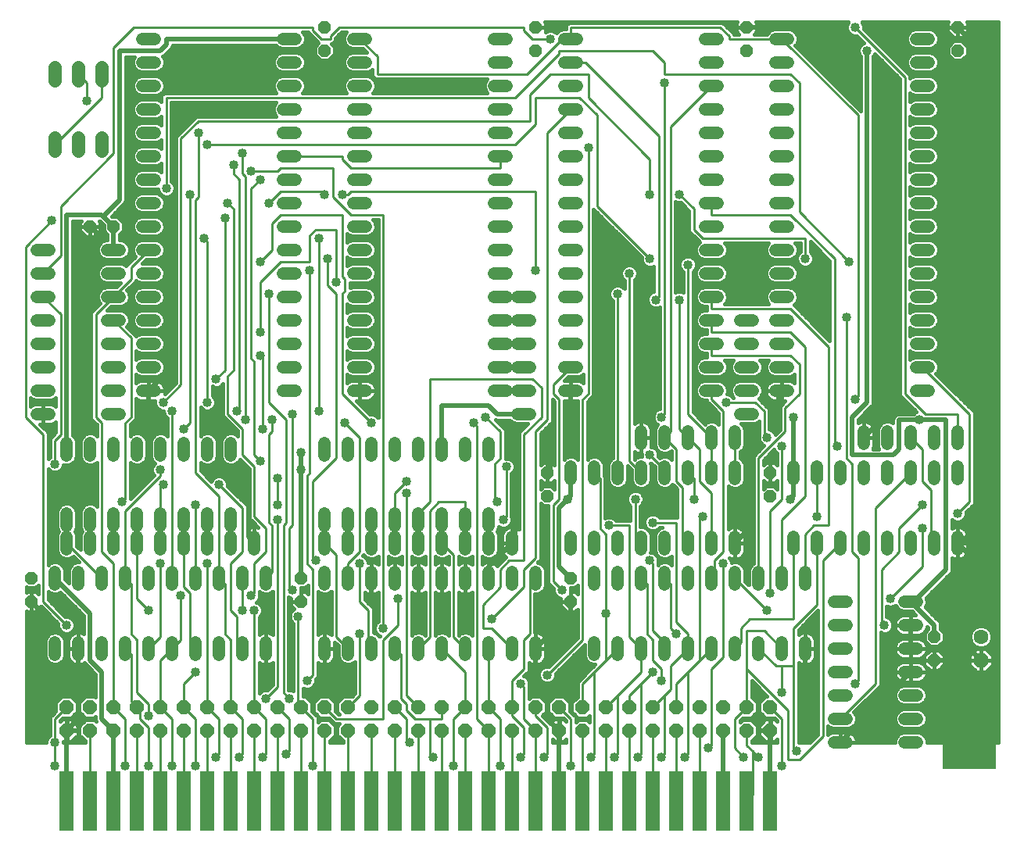
<source format=gbl>
G75*
%MOIN*%
%OFA0B0*%
%FSLAX24Y24*%
%IPPOS*%
%LPD*%
%AMOC8*
5,1,8,0,0,1.08239X$1,22.5*
%
%ADD10R,0.0600X0.2550*%
%ADD11OC8,0.0520*%
%ADD12OC8,0.0600*%
%ADD13C,0.0520*%
%ADD14C,0.0560*%
%ADD15OC8,0.0630*%
%ADD16C,0.0630*%
%ADD17R,0.2300X0.2300*%
%ADD18C,0.0100*%
%ADD19C,0.0400*%
%ADD20C,0.0200*%
%ADD21C,0.0160*%
D10*
X002680Y001940D03*
X003680Y001940D03*
X004680Y001940D03*
X005680Y001940D03*
X006680Y001940D03*
X007680Y001940D03*
X008680Y001940D03*
X009680Y001940D03*
X010680Y001940D03*
X011680Y001940D03*
X012680Y001940D03*
X013680Y001940D03*
X014680Y001940D03*
X015680Y001940D03*
X016680Y001940D03*
X017680Y001940D03*
X018680Y001940D03*
X019680Y001940D03*
X020680Y001940D03*
X021680Y001940D03*
X022680Y001940D03*
X023680Y001940D03*
X024680Y001940D03*
X025680Y001940D03*
X026680Y001940D03*
X027680Y001940D03*
X028680Y001940D03*
X029680Y001940D03*
X030680Y001940D03*
X031680Y001940D03*
X032680Y001940D03*
D11*
X039680Y007940D03*
X039680Y008940D03*
X032680Y014940D03*
X032680Y015940D03*
X024180Y011440D03*
X024180Y010440D03*
X023180Y014940D03*
X023180Y015940D03*
X012680Y011440D03*
X012680Y010440D03*
X001180Y010440D03*
X001180Y011440D03*
X003680Y026440D03*
X004680Y026440D03*
X013680Y033940D03*
X013680Y034940D03*
X022680Y034940D03*
X022680Y033940D03*
X031680Y033940D03*
X031680Y034940D03*
X040680Y034940D03*
X040680Y033940D03*
D12*
X032680Y005940D03*
X031680Y005940D03*
X031680Y004940D03*
X032680Y004940D03*
X030680Y004940D03*
X029680Y004940D03*
X028680Y004940D03*
X028680Y005940D03*
X029680Y005940D03*
X030680Y005940D03*
X027680Y005940D03*
X026680Y005940D03*
X025680Y005940D03*
X025680Y004940D03*
X026680Y004940D03*
X027680Y004940D03*
X024680Y004940D03*
X023680Y004940D03*
X022680Y004940D03*
X021680Y004940D03*
X021680Y005940D03*
X022680Y005940D03*
X023680Y005940D03*
X024680Y005940D03*
X020680Y005940D03*
X019680Y005940D03*
X018680Y005940D03*
X018680Y004940D03*
X019680Y004940D03*
X020680Y004940D03*
X017680Y004940D03*
X016680Y004940D03*
X015680Y004940D03*
X015680Y005940D03*
X016680Y005940D03*
X017680Y005940D03*
X014680Y005940D03*
X013680Y005940D03*
X012680Y005940D03*
X012680Y004940D03*
X013680Y004940D03*
X014680Y004940D03*
X011680Y004940D03*
X010680Y004940D03*
X009680Y004940D03*
X008680Y004940D03*
X008680Y005940D03*
X009680Y005940D03*
X010680Y005940D03*
X011680Y005940D03*
X007680Y005940D03*
X006680Y005940D03*
X005680Y005940D03*
X005680Y004940D03*
X006680Y004940D03*
X007680Y004940D03*
X004680Y004940D03*
X003680Y004940D03*
X002680Y004940D03*
X002680Y005940D03*
X003680Y005940D03*
X004680Y005940D03*
D13*
X004180Y008180D02*
X004180Y008700D01*
X003180Y008700D02*
X003180Y008180D01*
X002180Y008180D02*
X002180Y008700D01*
X005180Y008700D02*
X005180Y008180D01*
X006180Y008180D02*
X006180Y008700D01*
X007180Y008700D02*
X007180Y008180D01*
X008180Y008180D02*
X008180Y008700D01*
X009180Y008700D02*
X009180Y008180D01*
X010180Y008180D02*
X010180Y008700D01*
X011180Y008700D02*
X011180Y008180D01*
X013680Y008180D02*
X013680Y008700D01*
X014680Y008700D02*
X014680Y008180D01*
X015680Y008180D02*
X015680Y008700D01*
X016680Y008700D02*
X016680Y008180D01*
X017680Y008180D02*
X017680Y008700D01*
X018680Y008700D02*
X018680Y008180D01*
X019680Y008180D02*
X019680Y008700D01*
X020680Y008700D02*
X020680Y008180D01*
X021680Y008180D02*
X021680Y008700D01*
X022680Y008700D02*
X022680Y008180D01*
X025180Y008180D02*
X025180Y008700D01*
X026180Y008700D02*
X026180Y008180D01*
X027180Y008180D02*
X027180Y008700D01*
X028180Y008700D02*
X028180Y008180D01*
X029180Y008180D02*
X029180Y008700D01*
X030180Y008700D02*
X030180Y008180D01*
X031180Y008180D02*
X031180Y008700D01*
X032180Y008700D02*
X032180Y008180D01*
X033180Y008180D02*
X033180Y008700D01*
X034180Y008700D02*
X034180Y008180D01*
X035420Y008440D02*
X035940Y008440D01*
X035940Y007440D02*
X035420Y007440D01*
X035420Y006440D02*
X035940Y006440D01*
X035940Y005440D02*
X035420Y005440D01*
X035420Y004440D02*
X035940Y004440D01*
X038420Y004440D02*
X038940Y004440D01*
X038940Y005440D02*
X038420Y005440D01*
X038420Y006440D02*
X038940Y006440D01*
X038940Y007440D02*
X038420Y007440D01*
X038420Y008440D02*
X038940Y008440D01*
X038940Y009440D02*
X038420Y009440D01*
X038420Y010440D02*
X038940Y010440D01*
X038680Y012680D02*
X038680Y013200D01*
X039680Y013200D02*
X039680Y012680D01*
X040680Y012680D02*
X040680Y013200D01*
X040680Y015680D02*
X040680Y016200D01*
X039680Y016200D02*
X039680Y015680D01*
X038680Y015680D02*
X038680Y016200D01*
X038680Y017180D02*
X038680Y017700D01*
X039680Y017700D02*
X039680Y017180D01*
X040680Y017180D02*
X040680Y017700D01*
X039440Y019440D02*
X038920Y019440D01*
X038920Y020440D02*
X039440Y020440D01*
X039440Y021440D02*
X038920Y021440D01*
X038920Y022440D02*
X039440Y022440D01*
X039440Y023440D02*
X038920Y023440D01*
X038920Y024440D02*
X039440Y024440D01*
X039440Y025440D02*
X038920Y025440D01*
X038920Y026440D02*
X039440Y026440D01*
X039440Y027440D02*
X038920Y027440D01*
X038920Y028440D02*
X039440Y028440D01*
X039440Y029440D02*
X038920Y029440D01*
X038920Y030440D02*
X039440Y030440D01*
X039440Y031440D02*
X038920Y031440D01*
X038920Y032440D02*
X039440Y032440D01*
X039440Y033440D02*
X038920Y033440D01*
X038920Y034440D02*
X039440Y034440D01*
X033440Y034440D02*
X032920Y034440D01*
X032920Y033440D02*
X033440Y033440D01*
X033440Y032440D02*
X032920Y032440D01*
X032920Y031440D02*
X033440Y031440D01*
X033440Y030440D02*
X032920Y030440D01*
X032920Y029440D02*
X033440Y029440D01*
X033440Y028440D02*
X032920Y028440D01*
X032920Y027440D02*
X033440Y027440D01*
X033440Y026440D02*
X032920Y026440D01*
X032920Y025440D02*
X033440Y025440D01*
X033440Y024440D02*
X032920Y024440D01*
X032920Y023440D02*
X033440Y023440D01*
X033440Y022440D02*
X032920Y022440D01*
X031940Y022440D02*
X031420Y022440D01*
X030440Y022440D02*
X029920Y022440D01*
X029920Y021440D02*
X030440Y021440D01*
X031420Y021440D02*
X031940Y021440D01*
X032920Y021440D02*
X033440Y021440D01*
X033440Y020440D02*
X032920Y020440D01*
X031940Y020440D02*
X031420Y020440D01*
X030440Y020440D02*
X029920Y020440D01*
X029920Y019440D02*
X030440Y019440D01*
X031420Y019440D02*
X031940Y019440D01*
X032920Y019440D02*
X033440Y019440D01*
X031940Y018440D02*
X031420Y018440D01*
X031180Y017700D02*
X031180Y017180D01*
X030180Y017180D02*
X030180Y017700D01*
X029180Y017700D02*
X029180Y017180D01*
X029180Y016200D02*
X029180Y015680D01*
X030180Y015680D02*
X030180Y016200D01*
X031180Y016200D02*
X031180Y015680D01*
X033680Y015680D02*
X033680Y016200D01*
X034680Y016200D02*
X034680Y015680D01*
X035680Y015680D02*
X035680Y016200D01*
X036680Y016200D02*
X036680Y015680D01*
X037680Y015680D02*
X037680Y016200D01*
X037680Y017180D02*
X037680Y017700D01*
X036680Y017700D02*
X036680Y017180D01*
X036680Y013200D02*
X036680Y012680D01*
X035680Y012680D02*
X035680Y013200D01*
X034680Y013200D02*
X034680Y012680D01*
X033680Y012680D02*
X033680Y013200D01*
X033180Y011700D02*
X033180Y011180D01*
X032180Y011180D02*
X032180Y011700D01*
X031180Y011700D02*
X031180Y011180D01*
X030180Y011180D02*
X030180Y011700D01*
X029180Y011700D02*
X029180Y011180D01*
X028180Y011180D02*
X028180Y011700D01*
X027180Y011700D02*
X027180Y011180D01*
X026180Y011180D02*
X026180Y011700D01*
X025180Y011700D02*
X025180Y011180D01*
X025180Y012680D02*
X025180Y013200D01*
X026180Y013200D02*
X026180Y012680D01*
X027180Y012680D02*
X027180Y013200D01*
X028180Y013200D02*
X028180Y012680D01*
X029180Y012680D02*
X029180Y013200D01*
X030180Y013200D02*
X030180Y012680D01*
X031180Y012680D02*
X031180Y013200D01*
X034180Y011700D02*
X034180Y011180D01*
X035420Y010440D02*
X035940Y010440D01*
X035940Y009440D02*
X035420Y009440D01*
X037680Y012680D02*
X037680Y013200D01*
X028180Y015680D02*
X028180Y016200D01*
X027180Y016200D02*
X027180Y015680D01*
X026180Y015680D02*
X026180Y016200D01*
X025180Y016200D02*
X025180Y015680D01*
X024180Y015680D02*
X024180Y016200D01*
X022440Y018440D02*
X021920Y018440D01*
X021920Y019440D02*
X022440Y019440D01*
X021440Y019440D02*
X020920Y019440D01*
X020920Y020440D02*
X021440Y020440D01*
X021920Y020440D02*
X022440Y020440D01*
X022440Y021440D02*
X021920Y021440D01*
X021440Y021440D02*
X020920Y021440D01*
X020920Y022440D02*
X021440Y022440D01*
X021920Y022440D02*
X022440Y022440D01*
X022440Y023440D02*
X021920Y023440D01*
X021440Y023440D02*
X020920Y023440D01*
X020920Y024440D02*
X021440Y024440D01*
X021440Y025440D02*
X020920Y025440D01*
X020920Y026440D02*
X021440Y026440D01*
X021440Y027440D02*
X020920Y027440D01*
X020920Y028440D02*
X021440Y028440D01*
X021440Y029440D02*
X020920Y029440D01*
X020920Y030440D02*
X021440Y030440D01*
X021440Y031440D02*
X020920Y031440D01*
X020920Y032440D02*
X021440Y032440D01*
X021440Y033440D02*
X020920Y033440D01*
X020920Y034440D02*
X021440Y034440D01*
X023920Y034440D02*
X024440Y034440D01*
X024440Y033440D02*
X023920Y033440D01*
X023920Y032440D02*
X024440Y032440D01*
X024440Y031440D02*
X023920Y031440D01*
X023920Y030440D02*
X024440Y030440D01*
X024440Y029440D02*
X023920Y029440D01*
X023920Y028440D02*
X024440Y028440D01*
X024440Y027440D02*
X023920Y027440D01*
X023920Y026440D02*
X024440Y026440D01*
X024440Y025440D02*
X023920Y025440D01*
X023920Y024440D02*
X024440Y024440D01*
X024440Y023440D02*
X023920Y023440D01*
X023920Y022440D02*
X024440Y022440D01*
X024440Y021440D02*
X023920Y021440D01*
X023920Y020440D02*
X024440Y020440D01*
X024440Y019440D02*
X023920Y019440D01*
X027180Y017700D02*
X027180Y017180D01*
X028180Y017180D02*
X028180Y017700D01*
X024180Y013200D02*
X024180Y012680D01*
X022680Y011700D02*
X022680Y011180D01*
X021680Y011180D02*
X021680Y011700D01*
X021680Y012680D02*
X021680Y013200D01*
X020680Y013200D02*
X020680Y012680D01*
X019680Y012680D02*
X019680Y013200D01*
X019680Y013680D02*
X019680Y014200D01*
X018680Y014200D02*
X018680Y013680D01*
X018680Y013200D02*
X018680Y012680D01*
X018680Y011700D02*
X018680Y011180D01*
X019680Y011180D02*
X019680Y011700D01*
X020680Y011700D02*
X020680Y011180D01*
X020680Y013680D02*
X020680Y014200D01*
X020680Y016680D02*
X020680Y017200D01*
X019680Y017200D02*
X019680Y016680D01*
X018680Y016680D02*
X018680Y017200D01*
X017680Y017200D02*
X017680Y016680D01*
X016680Y016680D02*
X016680Y017200D01*
X015680Y017200D02*
X015680Y016680D01*
X014680Y016680D02*
X014680Y017200D01*
X013680Y017200D02*
X013680Y016680D01*
X013680Y014200D02*
X013680Y013680D01*
X013680Y013200D02*
X013680Y012680D01*
X014680Y012680D02*
X014680Y013200D01*
X014680Y013680D02*
X014680Y014200D01*
X015680Y014200D02*
X015680Y013680D01*
X015680Y013200D02*
X015680Y012680D01*
X016680Y012680D02*
X016680Y013200D01*
X016680Y013680D02*
X016680Y014200D01*
X017680Y014200D02*
X017680Y013680D01*
X017680Y013200D02*
X017680Y012680D01*
X017680Y011700D02*
X017680Y011180D01*
X016680Y011180D02*
X016680Y011700D01*
X015680Y011700D02*
X015680Y011180D01*
X014680Y011180D02*
X014680Y011700D01*
X013680Y011700D02*
X013680Y011180D01*
X011180Y011180D02*
X011180Y011700D01*
X010180Y011700D02*
X010180Y011180D01*
X009180Y011180D02*
X009180Y011700D01*
X008180Y011700D02*
X008180Y011180D01*
X007180Y011180D02*
X007180Y011700D01*
X006180Y011700D02*
X006180Y011180D01*
X005180Y011180D02*
X005180Y011700D01*
X004180Y011700D02*
X004180Y011180D01*
X003180Y011180D02*
X003180Y011700D01*
X002180Y011700D02*
X002180Y011180D01*
X002680Y012680D02*
X002680Y013200D01*
X002680Y013680D02*
X002680Y014200D01*
X003680Y014200D02*
X003680Y013680D01*
X003680Y013200D02*
X003680Y012680D01*
X004680Y012680D02*
X004680Y013200D01*
X004680Y013680D02*
X004680Y014200D01*
X005680Y014200D02*
X005680Y013680D01*
X005680Y013200D02*
X005680Y012680D01*
X006680Y012680D02*
X006680Y013200D01*
X006680Y013680D02*
X006680Y014200D01*
X007680Y014200D02*
X007680Y013680D01*
X007680Y013200D02*
X007680Y012680D01*
X008680Y012680D02*
X008680Y013200D01*
X008680Y013680D02*
X008680Y014200D01*
X009680Y014200D02*
X009680Y013680D01*
X009680Y013200D02*
X009680Y012680D01*
X010680Y012680D02*
X010680Y013200D01*
X009680Y016680D02*
X009680Y017200D01*
X008680Y017200D02*
X008680Y016680D01*
X007680Y016680D02*
X007680Y017200D01*
X006680Y017200D02*
X006680Y016680D01*
X005680Y016680D02*
X005680Y017200D01*
X004680Y017200D02*
X004680Y016680D01*
X003680Y016680D02*
X003680Y017200D01*
X002680Y017200D02*
X002680Y016680D01*
X001940Y018440D02*
X001420Y018440D01*
X001420Y019440D02*
X001940Y019440D01*
X001940Y020440D02*
X001420Y020440D01*
X001420Y021440D02*
X001940Y021440D01*
X001940Y022440D02*
X001420Y022440D01*
X001420Y023440D02*
X001940Y023440D01*
X001940Y024440D02*
X001420Y024440D01*
X001420Y025440D02*
X001940Y025440D01*
X004420Y025440D02*
X004940Y025440D01*
X005920Y025440D02*
X006440Y025440D01*
X006440Y024440D02*
X005920Y024440D01*
X004940Y024440D02*
X004420Y024440D01*
X004420Y023440D02*
X004940Y023440D01*
X005920Y023440D02*
X006440Y023440D01*
X006440Y022440D02*
X005920Y022440D01*
X004940Y022440D02*
X004420Y022440D01*
X004420Y021440D02*
X004940Y021440D01*
X005920Y021440D02*
X006440Y021440D01*
X006440Y020440D02*
X005920Y020440D01*
X004940Y020440D02*
X004420Y020440D01*
X004420Y019440D02*
X004940Y019440D01*
X005920Y019440D02*
X006440Y019440D01*
X004940Y018440D02*
X004420Y018440D01*
X011920Y019440D02*
X012440Y019440D01*
X012440Y020440D02*
X011920Y020440D01*
X011920Y021440D02*
X012440Y021440D01*
X012440Y022440D02*
X011920Y022440D01*
X011920Y023440D02*
X012440Y023440D01*
X012440Y024440D02*
X011920Y024440D01*
X011920Y025440D02*
X012440Y025440D01*
X012440Y026440D02*
X011920Y026440D01*
X011920Y027440D02*
X012440Y027440D01*
X012440Y028440D02*
X011920Y028440D01*
X011920Y029440D02*
X012440Y029440D01*
X012440Y030440D02*
X011920Y030440D01*
X011920Y031440D02*
X012440Y031440D01*
X012440Y032440D02*
X011920Y032440D01*
X011920Y033440D02*
X012440Y033440D01*
X012440Y034440D02*
X011920Y034440D01*
X014920Y034440D02*
X015440Y034440D01*
X015440Y033440D02*
X014920Y033440D01*
X014920Y032440D02*
X015440Y032440D01*
X015440Y031440D02*
X014920Y031440D01*
X014920Y030440D02*
X015440Y030440D01*
X015440Y029440D02*
X014920Y029440D01*
X014920Y028440D02*
X015440Y028440D01*
X015440Y027440D02*
X014920Y027440D01*
X014920Y026440D02*
X015440Y026440D01*
X015440Y025440D02*
X014920Y025440D01*
X014920Y024440D02*
X015440Y024440D01*
X015440Y023440D02*
X014920Y023440D01*
X014920Y022440D02*
X015440Y022440D01*
X015440Y021440D02*
X014920Y021440D01*
X014920Y020440D02*
X015440Y020440D01*
X015440Y019440D02*
X014920Y019440D01*
X006440Y026440D02*
X005920Y026440D01*
X005920Y027440D02*
X006440Y027440D01*
X006440Y028440D02*
X005920Y028440D01*
X005920Y029440D02*
X006440Y029440D01*
X006440Y030440D02*
X005920Y030440D01*
X005920Y031440D02*
X006440Y031440D01*
X006440Y032440D02*
X005920Y032440D01*
X005920Y033440D02*
X006440Y033440D01*
X006440Y034440D02*
X005920Y034440D01*
X029920Y034440D02*
X030440Y034440D01*
X030440Y033440D02*
X029920Y033440D01*
X029920Y032440D02*
X030440Y032440D01*
X030440Y031440D02*
X029920Y031440D01*
X029920Y030440D02*
X030440Y030440D01*
X030440Y029440D02*
X029920Y029440D01*
X029920Y028440D02*
X030440Y028440D01*
X030440Y027440D02*
X029920Y027440D01*
X029920Y026440D02*
X030440Y026440D01*
X030440Y025440D02*
X029920Y025440D01*
X029920Y024440D02*
X030440Y024440D01*
X030440Y023440D02*
X029920Y023440D01*
D14*
X004180Y029660D02*
X004180Y030220D01*
X003180Y030220D02*
X003180Y029660D01*
X002180Y029660D02*
X002180Y030220D01*
X002180Y032660D02*
X002180Y033220D01*
X003180Y033220D02*
X003180Y032660D01*
X004180Y032660D02*
X004180Y033220D01*
D15*
X041680Y007940D03*
D16*
X041680Y008940D03*
D17*
X041180Y004440D03*
X041180Y026690D03*
D18*
X036055Y024940D02*
X033930Y027065D01*
X033930Y032565D01*
X033555Y032940D01*
X028180Y032940D01*
X028180Y033440D01*
X027680Y033940D01*
X023680Y033940D01*
X023680Y033815D01*
X021805Y031940D01*
X006930Y031940D01*
X006930Y028065D01*
X007930Y027815D02*
X007930Y018065D01*
X007680Y017815D01*
X007180Y018565D02*
X007180Y011440D01*
X007680Y011065D02*
X007680Y012940D01*
X006680Y012065D02*
X006680Y008940D01*
X006180Y008440D01*
X005680Y008815D02*
X005680Y006565D01*
X006180Y006065D01*
X006180Y005565D01*
X005805Y005440D02*
X005805Y005815D01*
X005680Y005940D01*
X005430Y006190D01*
X005430Y008190D01*
X005180Y008440D01*
X005680Y008815D02*
X005430Y009065D01*
X005430Y011190D01*
X005180Y011440D01*
X005180Y014315D01*
X006680Y015815D01*
X006680Y016065D01*
X006805Y015440D02*
X006680Y015315D01*
X006680Y013940D01*
X005680Y012940D02*
X005680Y010565D01*
X006180Y010065D01*
X007555Y010690D02*
X007555Y008815D01*
X007180Y008440D01*
X006680Y007940D01*
X006680Y005940D01*
X007180Y005440D01*
X007180Y003440D01*
X006180Y003440D02*
X006180Y005065D01*
X005805Y005440D01*
X005680Y004940D02*
X005680Y001940D01*
X006680Y001940D02*
X006680Y004940D01*
X007680Y004940D02*
X007680Y001940D01*
X008680Y001940D02*
X008680Y004940D01*
X008180Y005440D02*
X008180Y003440D01*
X009055Y003815D02*
X009180Y003940D01*
X009180Y005440D01*
X008680Y005940D01*
X008680Y012065D01*
X009180Y011440D02*
X009180Y014940D01*
X008180Y015940D01*
X008180Y027565D01*
X008305Y027690D01*
X008305Y030440D01*
X008305Y030940D02*
X022430Y030940D01*
X022430Y032065D01*
X023305Y032940D01*
X024930Y032940D01*
X024930Y031940D01*
X027555Y029315D01*
X027555Y027815D01*
X028805Y027815D02*
X029430Y027190D01*
X029430Y026315D01*
X029805Y025940D01*
X034180Y025940D01*
X034180Y025065D01*
X035430Y025065D02*
X033555Y026940D01*
X030180Y026940D01*
X030180Y027440D01*
X027555Y025065D02*
X025305Y027315D01*
X025305Y031190D01*
X024555Y031940D01*
X022680Y031940D01*
X022680Y030815D01*
X021805Y029940D01*
X008680Y029940D01*
X008305Y030940D02*
X007555Y030190D01*
X007555Y019690D01*
X006805Y018940D01*
X005430Y018315D02*
X005430Y021690D01*
X004680Y022440D01*
X003930Y022690D02*
X004680Y023440D01*
X005430Y024190D01*
X005430Y024690D01*
X006180Y025440D01*
X008555Y025940D02*
X008680Y025815D01*
X008680Y018940D01*
X009555Y018440D02*
X009555Y020065D01*
X009805Y020315D01*
X009805Y027190D01*
X009555Y027440D01*
X009430Y026815D02*
X009430Y020315D01*
X009055Y019940D01*
X010055Y018690D02*
X009930Y018565D01*
X010055Y018690D02*
X010055Y028440D01*
X009805Y028690D01*
X009805Y029065D01*
X010180Y028690D02*
X010180Y029565D01*
X010555Y028815D02*
X011680Y028815D01*
X011805Y028940D01*
X014055Y028940D01*
X014055Y027690D01*
X014805Y026940D01*
X016180Y026940D01*
X016180Y009315D01*
X016180Y008815D02*
X016805Y009440D01*
X016805Y010565D01*
X015555Y010065D02*
X015180Y010440D01*
X015180Y012065D01*
X014680Y012065D02*
X015180Y012565D01*
X015180Y017440D01*
X014555Y018065D01*
X015680Y018065D02*
X014430Y019315D01*
X014430Y023565D01*
X014555Y023690D01*
X014555Y024190D01*
X014430Y024315D01*
X014430Y026940D01*
X011805Y026940D01*
X011430Y026565D01*
X011430Y025440D01*
X010930Y024940D01*
X011805Y024940D02*
X013055Y024940D01*
X013055Y026065D01*
X013305Y026315D01*
X014180Y026315D01*
X014180Y024065D01*
X013805Y023940D02*
X014180Y023565D01*
X014180Y016565D01*
X013180Y015565D01*
X013180Y012315D01*
X013305Y012190D01*
X012930Y012065D02*
X012930Y015815D01*
X013055Y015940D01*
X013055Y024565D01*
X013805Y025065D02*
X013805Y023940D01*
X011805Y024940D02*
X010930Y024065D01*
X010930Y021940D01*
X010930Y020940D02*
X011055Y020815D01*
X011055Y017815D01*
X011305Y017565D02*
X011430Y017690D01*
X011430Y018190D01*
X012055Y018190D02*
X011305Y018940D01*
X011305Y023565D01*
X013430Y025940D02*
X013430Y018565D01*
X012305Y018440D02*
X012305Y013690D01*
X012180Y013565D01*
X012180Y011065D01*
X012305Y010940D01*
X011430Y011690D02*
X011430Y013690D01*
X011305Y013815D01*
X011305Y017565D01*
X012055Y018190D02*
X012055Y013815D01*
X011930Y013690D01*
X011930Y006565D01*
X012180Y006315D01*
X012555Y006065D02*
X012555Y009815D01*
X014180Y008940D02*
X014180Y012440D01*
X013680Y012940D01*
X012930Y012065D02*
X013180Y011815D01*
X013180Y007315D01*
X012930Y007065D01*
X012555Y006065D02*
X012680Y005940D01*
X013180Y005440D01*
X013180Y003440D01*
X012180Y004065D02*
X012180Y005440D01*
X011680Y005940D01*
X011180Y006315D02*
X011680Y006815D01*
X011680Y013940D01*
X011180Y013565D02*
X010680Y014065D01*
X010680Y016190D01*
X010180Y016690D01*
X010180Y017815D01*
X009555Y018440D01*
X010305Y018190D02*
X010305Y028565D01*
X010180Y028690D01*
X010555Y028065D02*
X010930Y028440D01*
X010555Y028065D02*
X010555Y020815D01*
X010680Y020690D01*
X010680Y016690D01*
X010930Y016440D01*
X011680Y015690D02*
X011680Y014565D01*
X011180Y013565D02*
X011180Y012565D01*
X010680Y012065D01*
X010680Y010815D01*
X010555Y010690D01*
X010680Y010065D02*
X010680Y005940D01*
X011180Y005440D01*
X011180Y003940D01*
X011055Y003815D01*
X010180Y003940D02*
X010055Y003815D01*
X010180Y003940D02*
X010180Y005440D01*
X009680Y005940D01*
X009680Y008815D01*
X009430Y009065D01*
X009430Y011190D01*
X009180Y011440D01*
X009680Y012065D02*
X010180Y012565D01*
X010180Y014440D01*
X009180Y015440D01*
X008180Y014565D02*
X008180Y011440D01*
X007680Y011065D02*
X007930Y010815D01*
X007930Y008690D01*
X008180Y008440D01*
X008180Y007440D02*
X007680Y006940D01*
X007680Y005940D01*
X008180Y005440D01*
X009680Y004940D02*
X009680Y001940D01*
X010680Y001940D02*
X010680Y004940D01*
X011680Y004940D02*
X011680Y001940D01*
X012680Y001940D02*
X012680Y004940D01*
X013680Y004940D02*
X013680Y001940D01*
X014680Y001940D02*
X014680Y004940D01*
X014180Y005440D02*
X016180Y005440D01*
X016180Y008815D01*
X015680Y008440D02*
X015555Y008565D01*
X015555Y010065D01*
X015180Y009065D02*
X015180Y006440D01*
X014680Y005940D01*
X014180Y005440D02*
X013680Y005940D01*
X015680Y004940D02*
X015680Y001940D01*
X016680Y001940D02*
X016680Y004940D01*
X017180Y004565D02*
X017305Y004440D01*
X017180Y004565D02*
X017180Y005440D01*
X016680Y005940D01*
X016930Y006315D02*
X017180Y006065D01*
X017180Y005815D01*
X017555Y005440D01*
X018180Y005440D01*
X018180Y003940D01*
X018305Y003815D01*
X019180Y003440D02*
X019180Y005440D01*
X019680Y005940D01*
X019680Y007440D01*
X018680Y008440D01*
X018180Y008940D02*
X018180Y014315D01*
X018555Y014690D01*
X019680Y014690D01*
X019680Y013940D01*
X018680Y012940D02*
X019180Y012440D01*
X019180Y008940D01*
X019680Y008440D01*
X020680Y008440D02*
X020680Y005940D01*
X021180Y005440D01*
X021180Y003440D01*
X022055Y003815D02*
X022180Y003940D01*
X022180Y005065D01*
X021680Y005565D01*
X021680Y005940D01*
X021680Y007065D01*
X022180Y007565D01*
X022180Y008815D01*
X022430Y009065D01*
X022430Y011190D01*
X022680Y011440D01*
X022180Y011815D02*
X022180Y011065D01*
X020805Y009690D01*
X020805Y009315D02*
X020430Y009315D01*
X020430Y010315D01*
X021180Y011065D01*
X021180Y011815D01*
X021555Y012190D01*
X022180Y012190D01*
X022180Y017565D01*
X022930Y018315D01*
X022930Y019565D01*
X022555Y019940D01*
X018180Y019940D01*
X018180Y014690D01*
X017680Y014190D01*
X017680Y013940D01*
X016680Y013940D02*
X016680Y015065D01*
X017180Y015565D01*
X017180Y015065D02*
X017180Y006440D01*
X017680Y005940D01*
X018180Y005440D02*
X018680Y005440D01*
X018680Y005940D01*
X018680Y004940D02*
X018680Y001940D01*
X019680Y001940D02*
X019680Y004940D01*
X020180Y005440D02*
X020680Y004940D01*
X020680Y001940D01*
X021680Y001940D02*
X021680Y004940D01*
X022180Y005440D02*
X022680Y004940D01*
X022680Y001940D01*
X024680Y001940D02*
X024680Y004940D01*
X024180Y005440D02*
X024180Y003440D01*
X025055Y003815D02*
X025180Y003940D01*
X025180Y007440D01*
X025680Y007940D01*
X025680Y009940D01*
X025680Y013315D01*
X025430Y013565D01*
X025430Y015690D01*
X025180Y015940D01*
X026180Y015940D02*
X026180Y023565D01*
X026680Y024440D02*
X026680Y016440D01*
X027180Y015940D01*
X027555Y016690D02*
X028180Y016065D01*
X028180Y015940D01*
X028680Y015565D02*
X028930Y015315D01*
X028930Y013190D01*
X029180Y012940D01*
X030180Y012940D02*
X030180Y015065D01*
X029680Y015565D01*
X029680Y016940D01*
X029180Y017440D01*
X028805Y017815D01*
X028805Y023315D01*
X027930Y023440D02*
X027930Y030315D01*
X024805Y033440D01*
X024180Y033440D01*
X024180Y034440D02*
X023680Y034440D01*
X023680Y034315D01*
X022305Y032940D01*
X015930Y032940D01*
X015930Y033690D01*
X015180Y034440D01*
X014305Y034940D02*
X013930Y034565D01*
X013930Y034440D01*
X013555Y034440D01*
X013180Y034815D01*
X013180Y034940D01*
X005555Y034940D01*
X004680Y034065D01*
X004680Y029565D01*
X002430Y027315D01*
X002430Y025190D01*
X001680Y024440D01*
X001680Y023440D02*
X002430Y022690D01*
X002430Y017565D01*
X002180Y017315D01*
X002180Y016315D01*
X001680Y017565D02*
X000930Y018315D01*
X000930Y025565D01*
X002055Y026690D01*
X002180Y029940D02*
X004180Y031940D01*
X004180Y032940D01*
X003555Y032565D02*
X003555Y031815D01*
X003555Y032565D02*
X003180Y032940D01*
X011305Y027440D02*
X011805Y027940D01*
X013680Y027940D01*
X013680Y027815D01*
X014430Y027815D02*
X014680Y027815D01*
X014805Y027940D01*
X022680Y027940D01*
X022680Y024565D01*
X024180Y020440D02*
X023430Y019690D01*
X023430Y019315D01*
X023680Y019065D01*
X023680Y014815D01*
X023430Y014565D01*
X023430Y011315D01*
X023805Y010940D01*
X022680Y012315D02*
X022180Y011815D01*
X022680Y012315D02*
X022680Y017690D01*
X023180Y018190D01*
X023180Y030440D01*
X024180Y031440D01*
X024930Y029815D02*
X024930Y019315D01*
X024680Y019065D01*
X024680Y008815D01*
X023180Y007315D01*
X022180Y006815D02*
X022180Y005440D01*
X022680Y005565D02*
X022680Y005940D01*
X022680Y005565D02*
X023180Y005065D01*
X023180Y003940D01*
X023055Y003815D01*
X024180Y005440D02*
X023680Y005940D01*
X024680Y005940D02*
X024680Y006940D01*
X025180Y007440D01*
X025680Y007940D02*
X026180Y008440D01*
X026680Y008940D02*
X027180Y008440D01*
X027180Y007440D01*
X026180Y006440D01*
X026180Y003940D01*
X026055Y003815D01*
X027055Y003815D02*
X027180Y003940D01*
X027180Y006940D01*
X027680Y007440D01*
X028055Y007565D02*
X028055Y007065D01*
X028430Y006690D02*
X028180Y006440D01*
X028180Y003940D01*
X028055Y003815D01*
X029055Y003815D02*
X029180Y003940D01*
X029180Y007440D01*
X029680Y007940D01*
X029680Y013940D01*
X029805Y014065D01*
X029430Y014815D02*
X029430Y015690D01*
X029180Y015940D01*
X028680Y015565D02*
X028680Y016940D01*
X028180Y017440D01*
X028430Y017690D01*
X028430Y030690D01*
X030180Y032440D01*
X028180Y032565D02*
X028180Y018440D01*
X028055Y018315D01*
X029180Y018440D02*
X029180Y024815D01*
X030180Y023440D02*
X030180Y022940D01*
X033555Y022940D01*
X035180Y021315D01*
X035180Y013690D01*
X034555Y013690D01*
X034180Y013315D01*
X034180Y011440D01*
X033180Y011440D02*
X033180Y013940D01*
X034180Y014940D01*
X034180Y021315D01*
X033555Y021940D01*
X030180Y021940D01*
X030180Y022440D01*
X030180Y021440D02*
X030180Y020940D01*
X033555Y020940D01*
X033930Y020565D01*
X033930Y019315D01*
X033305Y018690D01*
X033305Y017690D01*
X032180Y016565D01*
X032180Y011440D01*
X032680Y010815D02*
X032680Y014315D01*
X033180Y014815D01*
X033180Y017065D01*
X032555Y017440D02*
X032430Y017565D01*
X032430Y018565D01*
X032055Y018940D01*
X030805Y018940D01*
X030680Y018565D02*
X030180Y019065D01*
X030180Y019440D01*
X030680Y018565D02*
X030680Y012565D01*
X030305Y012190D01*
X030305Y011565D01*
X030180Y011440D01*
X030680Y012065D02*
X030680Y008065D01*
X030180Y007565D01*
X030180Y004315D01*
X030055Y004190D01*
X029680Y004940D02*
X029680Y001940D01*
X028680Y001940D02*
X028680Y004940D01*
X028680Y005940D02*
X028680Y006940D01*
X029180Y007440D01*
X029680Y007940D02*
X030180Y008440D01*
X029180Y008440D02*
X029180Y009065D01*
X028680Y009565D01*
X028680Y013815D01*
X027680Y013815D01*
X026930Y013190D02*
X026930Y014815D01*
X026680Y013690D02*
X025805Y013690D01*
X026680Y013690D02*
X026680Y008940D01*
X027430Y009065D02*
X027680Y008815D01*
X027680Y007940D01*
X028055Y007565D01*
X028430Y007690D02*
X028430Y006690D01*
X028180Y006440D02*
X027680Y005940D01*
X026680Y005940D02*
X026680Y006440D01*
X027180Y006940D01*
X026180Y006440D02*
X025680Y005940D01*
X025680Y004940D02*
X025680Y001940D01*
X026680Y001940D02*
X026680Y004940D01*
X027680Y004940D02*
X027680Y001940D01*
X031180Y004190D02*
X031180Y005440D01*
X031680Y005940D01*
X031680Y007565D01*
X033430Y005815D01*
X033430Y003690D01*
X033930Y003690D01*
X034930Y004690D01*
X034930Y012190D01*
X035680Y012940D01*
X036180Y012565D02*
X036180Y016315D01*
X035930Y016565D01*
X035930Y022565D01*
X035430Y025065D02*
X035430Y017190D01*
X035555Y017065D01*
X034680Y015940D02*
X034680Y014065D01*
X034680Y012940D02*
X034680Y010315D01*
X033680Y009315D01*
X033680Y007690D01*
X033680Y004190D01*
X033805Y004065D01*
X033180Y003440D02*
X033180Y005440D01*
X032680Y005940D01*
X033180Y006565D02*
X033180Y007690D01*
X032930Y007690D01*
X032180Y008440D01*
X032430Y009190D02*
X031680Y009190D01*
X031680Y007565D01*
X031180Y008440D02*
X031430Y008690D01*
X031430Y009315D01*
X031805Y009690D01*
X033680Y009690D01*
X033680Y012940D01*
X036180Y012565D02*
X036430Y012315D01*
X036430Y007065D01*
X036305Y006940D01*
X037180Y006940D02*
X037180Y014440D01*
X038680Y015940D01*
X039180Y015565D02*
X039180Y016940D01*
X038680Y017440D01*
X039305Y018440D02*
X040680Y018440D01*
X040680Y017440D01*
X041180Y018440D02*
X039180Y020440D01*
X038430Y019315D02*
X039305Y018440D01*
X038430Y019315D02*
X038430Y032815D01*
X036305Y034940D01*
X033180Y034440D02*
X036430Y031190D01*
X036430Y019190D01*
X036305Y019065D01*
X039180Y015565D02*
X039555Y015190D01*
X039555Y013065D01*
X039680Y012940D01*
X039180Y013565D02*
X039180Y011940D01*
X037805Y010565D01*
X037430Y009565D02*
X037430Y011815D01*
X038180Y012565D01*
X038180Y013565D01*
X039180Y014565D01*
X040680Y014190D02*
X041180Y014690D01*
X041180Y018440D01*
X031180Y017440D02*
X031180Y015940D01*
X030180Y015940D02*
X030180Y017440D01*
X029180Y018440D01*
X027805Y023315D02*
X027930Y023440D01*
X021180Y028940D02*
X021180Y029440D01*
X021180Y028940D02*
X014805Y028940D01*
X014430Y029315D01*
X014430Y029440D01*
X012180Y029440D01*
X014305Y034940D02*
X022180Y034940D01*
X022180Y034815D01*
X022555Y034440D01*
X023305Y034440D01*
X024180Y034440D02*
X024180Y034940D01*
X030555Y034940D01*
X030930Y034565D01*
X030930Y034440D01*
X033180Y034440D01*
X020555Y018315D02*
X021180Y017690D01*
X021180Y016565D01*
X020930Y016315D01*
X020930Y014815D01*
X021055Y014690D01*
X021430Y014065D02*
X021430Y016190D01*
X020180Y017940D02*
X020180Y005440D01*
X022055Y006940D02*
X022180Y006815D01*
X021680Y008440D02*
X020805Y009315D01*
X018180Y008940D02*
X017680Y008440D01*
X016930Y008190D02*
X016930Y006315D01*
X017680Y004940D02*
X017680Y001940D01*
X012180Y004065D02*
X012055Y003940D01*
X010180Y008440D02*
X009930Y008690D01*
X009930Y009815D01*
X009680Y010065D01*
X009680Y012065D01*
X010180Y011440D02*
X010180Y010065D01*
X011180Y011440D02*
X011430Y011690D01*
X014680Y011440D02*
X014680Y012065D01*
X014180Y008940D02*
X014680Y008440D01*
X016680Y008440D02*
X016930Y008190D01*
X021305Y013940D02*
X021430Y014065D01*
X020180Y017940D02*
X020055Y018065D01*
X026930Y013190D02*
X027180Y012940D01*
X027555Y012190D02*
X027680Y012065D01*
X027680Y009190D01*
X028180Y008690D01*
X028180Y008440D01*
X028430Y007690D02*
X029180Y008440D01*
X028680Y009065D02*
X028430Y009315D01*
X028430Y011190D01*
X028180Y011440D01*
X027430Y011190D02*
X027430Y009065D01*
X027430Y011190D02*
X027180Y011440D01*
X031180Y011440D02*
X032555Y010065D01*
X032430Y009190D02*
X033180Y008440D01*
X033180Y007690D02*
X033680Y007690D01*
X035680Y005440D02*
X037180Y006940D01*
X037555Y009440D02*
X037430Y009565D01*
X031680Y004940D02*
X031680Y004315D01*
X031930Y004065D01*
X031930Y002190D01*
X031680Y001940D01*
X031555Y003815D02*
X031180Y004190D01*
X031930Y004065D02*
X032180Y003815D01*
X005430Y018315D02*
X005180Y018065D01*
X005180Y014815D01*
X005055Y014690D01*
X002680Y012940D02*
X004180Y011440D01*
X004680Y012065D02*
X004180Y012565D01*
X004180Y018065D01*
X003930Y018315D01*
X003930Y022690D01*
X001680Y017565D02*
X001680Y010440D01*
X002680Y009440D01*
X004680Y012065D02*
X004680Y005940D01*
X005180Y005440D01*
X005180Y003440D01*
X003680Y001940D02*
X003680Y004940D01*
X002680Y005940D02*
X002180Y005440D01*
X002180Y004440D01*
X002180Y003440D01*
D19*
X002180Y003440D03*
X002180Y004440D03*
X005180Y003440D03*
X006180Y003440D03*
X007180Y003440D03*
X008180Y003440D03*
X009055Y003815D03*
X010055Y003815D03*
X011055Y003815D03*
X012055Y003940D03*
X013180Y003440D03*
X012180Y006315D03*
X012930Y007065D03*
X011180Y006315D03*
X008180Y007440D03*
X006180Y005565D03*
X002680Y009440D03*
X002680Y012065D03*
X005055Y014690D03*
X006805Y015440D03*
X006680Y016065D03*
X007680Y017815D03*
X007180Y018565D03*
X006805Y018940D03*
X005555Y017940D03*
X002180Y016315D03*
X006680Y012065D03*
X007555Y010690D03*
X006180Y010065D03*
X008680Y012065D03*
X010555Y010690D03*
X010680Y010065D03*
X010180Y010065D03*
X012305Y010940D03*
X012555Y009815D03*
X013305Y012190D03*
X015180Y012065D03*
X016805Y010565D03*
X015805Y010315D03*
X016180Y009315D03*
X015180Y009065D03*
X020805Y009690D03*
X023805Y010940D03*
X025680Y009940D03*
X027555Y012190D03*
X027680Y013815D03*
X026930Y014815D03*
X025805Y013690D03*
X024055Y014815D03*
X021805Y015815D03*
X021430Y016190D03*
X021055Y014690D03*
X021305Y013940D03*
X023305Y017565D03*
X024180Y018565D03*
X020555Y018315D03*
X020055Y018065D03*
X017180Y015565D03*
X017180Y015065D03*
X015680Y018065D03*
X014555Y018065D03*
X013430Y018565D03*
X012305Y018440D03*
X011430Y018190D03*
X011055Y017815D03*
X010305Y018190D03*
X009930Y018565D03*
X009180Y019315D03*
X008680Y018940D03*
X009055Y019940D03*
X010930Y020940D03*
X010930Y021940D03*
X011305Y023565D03*
X010930Y024940D03*
X013055Y024565D03*
X013805Y025065D03*
X013430Y025940D03*
X014180Y024065D03*
X011305Y027440D03*
X010930Y028440D03*
X010555Y028815D03*
X009805Y029065D03*
X010180Y029565D03*
X008680Y029940D03*
X008305Y030440D03*
X007930Y027815D03*
X006930Y028065D03*
X008555Y025940D03*
X009430Y026815D03*
X009555Y027440D03*
X013680Y027815D03*
X014430Y027815D03*
X014305Y034440D03*
X023305Y034440D03*
X028180Y032565D03*
X024930Y029815D03*
X027555Y027815D03*
X028805Y027815D03*
X027555Y025065D03*
X026680Y024440D03*
X026180Y023565D03*
X027805Y023315D03*
X028805Y023315D03*
X029180Y024815D03*
X034180Y025065D03*
X036055Y024940D03*
X038055Y025815D03*
X035930Y022565D03*
X036305Y019065D03*
X035555Y017065D03*
X033680Y018315D03*
X032930Y017815D03*
X032555Y017440D03*
X033180Y017065D03*
X031930Y017440D03*
X030805Y018940D03*
X028055Y018315D03*
X027555Y016690D03*
X029430Y014815D03*
X029805Y014065D03*
X031805Y015565D03*
X033555Y014815D03*
X034680Y014065D03*
X032680Y010815D03*
X032555Y010065D03*
X030680Y012065D03*
X028680Y009065D03*
X027680Y007440D03*
X028055Y007065D03*
X030055Y004190D03*
X029055Y003815D03*
X028055Y003815D03*
X027055Y003815D03*
X026055Y003815D03*
X025055Y003815D03*
X024180Y003440D03*
X023055Y003815D03*
X022055Y003815D03*
X021180Y003440D03*
X019180Y003440D03*
X018305Y003815D03*
X017305Y004440D03*
X022055Y006940D03*
X023180Y007315D03*
X031555Y003815D03*
X032180Y003815D03*
X033180Y003440D03*
X033805Y004065D03*
X034180Y005065D03*
X033180Y006565D03*
X036305Y006940D03*
X037555Y009440D03*
X037805Y010565D03*
X039180Y013565D03*
X039180Y014565D03*
X040680Y014190D03*
X039055Y018190D03*
X022680Y024565D03*
X012680Y016815D03*
X012680Y016065D03*
X011680Y015690D03*
X010930Y016440D03*
X009180Y015440D03*
X008180Y014565D03*
X011680Y014565D03*
X011680Y013940D03*
X002055Y026690D03*
X003555Y031815D03*
X035805Y034565D03*
X036305Y034940D03*
X036805Y033940D03*
D20*
X036805Y018940D01*
X036180Y018315D01*
X036180Y016690D01*
X037930Y016690D01*
X038180Y016940D01*
X038180Y018190D01*
X039055Y018190D01*
X040180Y018190D01*
X040180Y011815D01*
X038805Y010440D01*
X038680Y010440D01*
X039680Y009440D01*
X039680Y008940D01*
X038680Y008440D02*
X038680Y009440D01*
X039680Y007940D02*
X041180Y007940D01*
X041180Y004440D01*
X038680Y007440D02*
X035680Y004440D01*
X034180Y005065D02*
X034180Y008440D01*
X032680Y004940D02*
X032680Y001940D01*
X030680Y001940D02*
X030680Y004940D01*
X024180Y009940D02*
X024180Y010440D01*
X024180Y009940D02*
X022680Y008440D01*
X022680Y007190D01*
X023180Y006690D01*
X023180Y005440D01*
X023680Y004940D01*
X023680Y001940D01*
X015805Y010315D02*
X015680Y010440D01*
X015680Y011440D01*
X012680Y011440D02*
X012680Y016065D01*
X012680Y016815D01*
X010430Y015190D02*
X009180Y016440D01*
X009180Y019315D01*
X006930Y020190D02*
X006180Y019440D01*
X006180Y018565D01*
X005555Y017940D01*
X003180Y016440D02*
X003180Y024065D01*
X004118Y025003D01*
X003930Y025190D01*
X003930Y026190D01*
X003680Y026440D01*
X004180Y026940D02*
X002680Y026940D01*
X002680Y016940D01*
X003180Y016440D02*
X002180Y015440D01*
X002180Y012440D01*
X002555Y012065D01*
X002680Y012065D01*
X002180Y011440D02*
X003680Y009940D01*
X003680Y007940D01*
X004180Y007440D01*
X004180Y005440D01*
X004680Y004940D01*
X004680Y001940D01*
X002680Y001940D02*
X002680Y004940D01*
X003180Y005440D01*
X003180Y006440D01*
X001680Y007940D01*
X001680Y009940D01*
X001180Y010440D01*
X003180Y008440D02*
X003180Y006440D01*
X010430Y013190D02*
X010680Y012940D01*
X010430Y013190D02*
X010430Y015190D01*
X006930Y020190D02*
X006930Y025940D01*
X005680Y025940D01*
X005493Y025753D01*
X005430Y025815D01*
X005430Y032940D01*
X013305Y032940D01*
X014180Y033815D01*
X014180Y034315D01*
X014305Y034440D01*
X012180Y034440D02*
X006930Y034440D01*
X006930Y034190D01*
X006680Y033940D01*
X004930Y033940D01*
X004930Y027565D01*
X004243Y026878D01*
X004680Y026440D01*
X004680Y025440D01*
X004180Y024940D02*
X005305Y024940D01*
X005305Y025065D01*
X005430Y025190D01*
X005430Y025690D01*
X005493Y025753D01*
X004180Y024940D02*
X004118Y025003D01*
X004243Y026878D02*
X004180Y026940D01*
X018680Y018815D02*
X018680Y016940D01*
X018680Y018815D02*
X020680Y018815D01*
X021055Y018440D01*
X022180Y018440D01*
X023305Y017565D02*
X023305Y016065D01*
X023180Y015940D01*
X024180Y015940D02*
X024180Y014940D01*
X024055Y014815D01*
X023680Y014440D01*
X023680Y011940D01*
X024180Y011440D01*
X021805Y013065D02*
X021680Y012940D01*
X020680Y011940D01*
X020680Y011440D01*
X021805Y013065D02*
X021805Y015815D01*
X024180Y018565D02*
X024180Y019440D01*
X031930Y017440D02*
X031930Y015690D01*
X031805Y015565D01*
X031805Y013565D01*
X031180Y012940D01*
X033555Y014815D02*
X033680Y014940D01*
X033680Y015940D01*
X033680Y018315D01*
X033055Y017940D02*
X033055Y019315D01*
X033180Y019440D01*
X033055Y017940D02*
X032930Y017815D01*
X036680Y017440D02*
X038055Y018815D01*
X038055Y025815D01*
X041180Y026690D02*
X041430Y026440D01*
X041430Y013565D01*
X040805Y012940D01*
X040680Y012940D01*
X041180Y012440D01*
X041180Y008440D01*
X041243Y008378D01*
X041180Y008315D01*
X041180Y007940D01*
X041243Y008378D02*
X041680Y007940D01*
X041180Y026690D02*
X041180Y034440D01*
X040680Y034940D01*
X035805Y034940D02*
X035805Y034565D01*
X035805Y034940D02*
X031680Y034940D01*
D21*
X032120Y034940D01*
X032120Y035122D01*
X032086Y035156D01*
X036012Y035156D01*
X036000Y035144D01*
X035945Y035012D01*
X035945Y034868D01*
X036000Y034736D01*
X036101Y034635D01*
X036233Y034580D01*
X036368Y034580D01*
X036673Y034275D01*
X036601Y034245D01*
X036500Y034144D01*
X036445Y034012D01*
X036445Y033868D01*
X036500Y033736D01*
X036545Y033691D01*
X036545Y031372D01*
X033755Y034162D01*
X033796Y034202D01*
X033860Y034356D01*
X033860Y034524D01*
X033796Y034678D01*
X033678Y034796D01*
X033524Y034860D01*
X032836Y034860D01*
X032682Y034796D01*
X032564Y034678D01*
X032552Y034650D01*
X032012Y034650D01*
X032120Y034758D01*
X032120Y034940D01*
X031680Y034940D01*
X031680Y034940D01*
X031680Y034940D01*
X031240Y034940D01*
X031240Y035122D01*
X031274Y035156D01*
X023086Y035156D01*
X023120Y035122D01*
X023120Y034940D01*
X022680Y034940D01*
X022680Y034940D01*
X023120Y034940D01*
X023120Y034758D01*
X023112Y034750D01*
X023233Y034800D01*
X023377Y034800D01*
X023509Y034745D01*
X023570Y034684D01*
X023682Y034796D01*
X023836Y034860D01*
X023970Y034860D01*
X023970Y035027D01*
X024093Y035150D01*
X030642Y035150D01*
X030765Y035027D01*
X031140Y034652D01*
X031140Y034650D01*
X031348Y034650D01*
X031240Y034758D01*
X031240Y034940D01*
X031680Y034940D01*
X032120Y034944D02*
X035945Y034944D01*
X035979Y034786D02*
X033688Y034786D01*
X033817Y034627D02*
X036120Y034627D01*
X036479Y034469D02*
X033860Y034469D01*
X033841Y034310D02*
X036638Y034310D01*
X036507Y034152D02*
X033765Y034152D01*
X033924Y033993D02*
X036445Y033993D01*
X036459Y033835D02*
X034082Y033835D01*
X034241Y033676D02*
X036545Y033676D01*
X036545Y033518D02*
X034399Y033518D01*
X034558Y033359D02*
X036545Y033359D01*
X036545Y033201D02*
X034716Y033201D01*
X034875Y033042D02*
X036545Y033042D01*
X036545Y032884D02*
X035033Y032884D01*
X035192Y032725D02*
X036545Y032725D01*
X036545Y032567D02*
X035350Y032567D01*
X035509Y032408D02*
X036545Y032408D01*
X036545Y032250D02*
X035667Y032250D01*
X035826Y032091D02*
X036545Y032091D01*
X036545Y031933D02*
X035984Y031933D01*
X036143Y031774D02*
X036545Y031774D01*
X036545Y031616D02*
X036301Y031616D01*
X036460Y031457D02*
X036545Y031457D01*
X037065Y031457D02*
X038220Y031457D01*
X038220Y031299D02*
X037065Y031299D01*
X037065Y031140D02*
X038220Y031140D01*
X038220Y030982D02*
X037065Y030982D01*
X037065Y030823D02*
X038220Y030823D01*
X038220Y030665D02*
X037065Y030665D01*
X037065Y030506D02*
X038220Y030506D01*
X038220Y030348D02*
X037065Y030348D01*
X037065Y030189D02*
X038220Y030189D01*
X038220Y030031D02*
X037065Y030031D01*
X037065Y029872D02*
X038220Y029872D01*
X038220Y029714D02*
X037065Y029714D01*
X037065Y029555D02*
X038220Y029555D01*
X038220Y029397D02*
X037065Y029397D01*
X037065Y029238D02*
X038220Y029238D01*
X038220Y029080D02*
X037065Y029080D01*
X037065Y028921D02*
X038220Y028921D01*
X038220Y028763D02*
X037065Y028763D01*
X037065Y028604D02*
X038220Y028604D01*
X038220Y028446D02*
X037065Y028446D01*
X037065Y028287D02*
X038220Y028287D01*
X038220Y028129D02*
X037065Y028129D01*
X037065Y027970D02*
X038220Y027970D01*
X038220Y027812D02*
X037065Y027812D01*
X037065Y027653D02*
X038220Y027653D01*
X038220Y027495D02*
X037065Y027495D01*
X037065Y027336D02*
X038220Y027336D01*
X038220Y027178D02*
X037065Y027178D01*
X037065Y027019D02*
X038220Y027019D01*
X038220Y026861D02*
X037065Y026861D01*
X037065Y026702D02*
X038220Y026702D01*
X038220Y026544D02*
X037065Y026544D01*
X037065Y026385D02*
X038220Y026385D01*
X038220Y026227D02*
X037065Y026227D01*
X037065Y026068D02*
X038220Y026068D01*
X038220Y025910D02*
X037065Y025910D01*
X037065Y025751D02*
X038220Y025751D01*
X038220Y025593D02*
X037065Y025593D01*
X037065Y025434D02*
X038220Y025434D01*
X038220Y025276D02*
X037065Y025276D01*
X037065Y025117D02*
X038220Y025117D01*
X038220Y024959D02*
X037065Y024959D01*
X037065Y024800D02*
X038220Y024800D01*
X038220Y024642D02*
X037065Y024642D01*
X037065Y024483D02*
X038220Y024483D01*
X038220Y024325D02*
X037065Y024325D01*
X037065Y024166D02*
X038220Y024166D01*
X038220Y024008D02*
X037065Y024008D01*
X037065Y023849D02*
X038220Y023849D01*
X038220Y023691D02*
X037065Y023691D01*
X037065Y023532D02*
X038220Y023532D01*
X038220Y023374D02*
X037065Y023374D01*
X037065Y023215D02*
X038220Y023215D01*
X038220Y023057D02*
X037065Y023057D01*
X037065Y022898D02*
X038220Y022898D01*
X038220Y022740D02*
X037065Y022740D01*
X037065Y022581D02*
X038220Y022581D01*
X038220Y022423D02*
X037065Y022423D01*
X037065Y022264D02*
X038220Y022264D01*
X038220Y022106D02*
X037065Y022106D01*
X037065Y021947D02*
X038220Y021947D01*
X038220Y021789D02*
X037065Y021789D01*
X037065Y021630D02*
X038220Y021630D01*
X038220Y021472D02*
X037065Y021472D01*
X037065Y021313D02*
X038220Y021313D01*
X038220Y021155D02*
X037065Y021155D01*
X037065Y020996D02*
X038220Y020996D01*
X038220Y020838D02*
X037065Y020838D01*
X037065Y020679D02*
X038220Y020679D01*
X038220Y020521D02*
X037065Y020521D01*
X037065Y020362D02*
X038220Y020362D01*
X038220Y020204D02*
X037065Y020204D01*
X037065Y020045D02*
X038220Y020045D01*
X038220Y019887D02*
X037065Y019887D01*
X037065Y019728D02*
X038220Y019728D01*
X038220Y019570D02*
X037065Y019570D01*
X037065Y019411D02*
X038220Y019411D01*
X038220Y019253D02*
X037065Y019253D01*
X037065Y019094D02*
X038354Y019094D01*
X038220Y019228D02*
X038923Y018525D01*
X038851Y018495D01*
X038806Y018450D01*
X038128Y018450D01*
X038033Y018410D01*
X037960Y018337D01*
X037920Y018242D01*
X037920Y018054D01*
X037918Y018056D01*
X037764Y018120D01*
X037596Y018120D01*
X037442Y018056D01*
X037324Y017938D01*
X037260Y017784D01*
X037260Y017096D01*
X037321Y016950D01*
X037057Y016950D01*
X037088Y017011D01*
X037109Y017077D01*
X037120Y017145D01*
X037120Y017440D01*
X037120Y017735D01*
X037109Y017803D01*
X037088Y017869D01*
X037056Y017931D01*
X037016Y017987D01*
X036967Y018036D01*
X036911Y018076D01*
X036849Y018108D01*
X036783Y018129D01*
X036715Y018140D01*
X036680Y018140D01*
X036680Y017440D01*
X036680Y017440D01*
X037120Y017440D01*
X036680Y017440D01*
X036680Y017440D01*
X036680Y018140D01*
X036645Y018140D01*
X036577Y018129D01*
X036511Y018108D01*
X036449Y018076D01*
X036440Y018069D01*
X036440Y018207D01*
X036952Y018720D01*
X037025Y018793D01*
X037065Y018888D01*
X037065Y033691D01*
X037110Y033736D01*
X037140Y033808D01*
X038220Y032728D01*
X038220Y019228D01*
X038512Y018936D02*
X037065Y018936D01*
X037010Y018777D02*
X038671Y018777D01*
X038829Y018619D02*
X036851Y018619D01*
X036693Y018460D02*
X038816Y018460D01*
X037945Y018302D02*
X036534Y018302D01*
X036440Y018143D02*
X037920Y018143D01*
X037371Y017985D02*
X037017Y017985D01*
X037102Y017826D02*
X037278Y017826D01*
X037260Y017668D02*
X037120Y017668D01*
X037120Y017509D02*
X037260Y017509D01*
X037260Y017351D02*
X037120Y017351D01*
X037120Y017192D02*
X037260Y017192D01*
X037286Y017034D02*
X037095Y017034D01*
X036680Y017509D02*
X036680Y017509D01*
X036680Y017668D02*
X036680Y017668D01*
X036680Y017826D02*
X036680Y017826D01*
X036680Y017985D02*
X036680Y017985D01*
X033720Y019780D02*
X033671Y019816D01*
X033609Y019848D01*
X033543Y019869D01*
X033475Y019880D01*
X033180Y019880D01*
X033180Y019440D01*
X033180Y019440D01*
X033180Y019000D01*
X033318Y019000D01*
X033095Y018777D01*
X033095Y017777D01*
X032890Y017572D01*
X032860Y017644D01*
X032759Y017745D01*
X032640Y017794D01*
X032640Y018652D01*
X032265Y019027D01*
X032193Y019099D01*
X032296Y019202D01*
X032360Y019356D01*
X032360Y019524D01*
X032296Y019678D01*
X032178Y019796D01*
X032024Y019860D01*
X031336Y019860D01*
X031182Y019796D01*
X031064Y019678D01*
X031000Y019524D01*
X031000Y019356D01*
X031064Y019202D01*
X031116Y019150D01*
X031104Y019150D01*
X031009Y019245D01*
X030877Y019300D01*
X030837Y019300D01*
X030860Y019356D01*
X030860Y019524D01*
X030796Y019678D01*
X030678Y019796D01*
X030524Y019860D01*
X029836Y019860D01*
X029682Y019796D01*
X029564Y019678D01*
X029500Y019524D01*
X029500Y019356D01*
X029564Y019202D01*
X029682Y019084D01*
X029836Y019020D01*
X029970Y019020D01*
X029970Y018978D01*
X030093Y018855D01*
X030470Y018478D01*
X030470Y018004D01*
X030418Y018056D01*
X030264Y018120D01*
X030096Y018120D01*
X029942Y018056D01*
X029902Y018015D01*
X029390Y018527D01*
X029390Y024516D01*
X029485Y024611D01*
X029540Y024743D01*
X029540Y024887D01*
X029485Y025019D01*
X029384Y025120D01*
X029252Y025175D01*
X029108Y025175D01*
X028976Y025120D01*
X028875Y025019D01*
X028820Y024887D01*
X028820Y024743D01*
X028875Y024611D01*
X028970Y024516D01*
X028970Y023636D01*
X028877Y023675D01*
X028733Y023675D01*
X028640Y023636D01*
X028640Y027494D01*
X028733Y027455D01*
X028868Y027455D01*
X029220Y027103D01*
X029220Y026228D01*
X029595Y025853D01*
X029667Y025781D01*
X029564Y025678D01*
X029500Y025524D01*
X029500Y025356D01*
X029564Y025202D01*
X029682Y025084D01*
X029836Y025020D01*
X030524Y025020D01*
X030678Y025084D01*
X030796Y025202D01*
X030860Y025356D01*
X030860Y025524D01*
X030796Y025678D01*
X030744Y025730D01*
X032616Y025730D01*
X032564Y025678D01*
X032500Y025524D01*
X032500Y025356D01*
X032564Y025202D01*
X032682Y025084D01*
X032836Y025020D01*
X033524Y025020D01*
X033678Y025084D01*
X033796Y025202D01*
X033860Y025356D01*
X033860Y025524D01*
X033796Y025678D01*
X033744Y025730D01*
X033970Y025730D01*
X033970Y025364D01*
X033875Y025269D01*
X033820Y025137D01*
X033820Y024993D01*
X033875Y024861D01*
X033976Y024760D01*
X034108Y024705D01*
X034252Y024705D01*
X034384Y024760D01*
X034485Y024861D01*
X034540Y024993D01*
X034540Y025137D01*
X034485Y025269D01*
X034390Y025364D01*
X034390Y025808D01*
X035220Y024978D01*
X035220Y021572D01*
X033765Y023027D01*
X033693Y023099D01*
X033796Y023202D01*
X033860Y023356D01*
X033860Y023524D01*
X033796Y023678D01*
X033678Y023796D01*
X033524Y023860D01*
X032836Y023860D01*
X032682Y023796D01*
X032564Y023678D01*
X032500Y023524D01*
X032500Y023356D01*
X032564Y023202D01*
X032616Y023150D01*
X030744Y023150D01*
X030796Y023202D01*
X030860Y023356D01*
X030860Y023524D01*
X030796Y023678D01*
X030678Y023796D01*
X030524Y023860D01*
X029836Y023860D01*
X029682Y023796D01*
X029564Y023678D01*
X029500Y023524D01*
X029500Y023356D01*
X029564Y023202D01*
X029682Y023084D01*
X029836Y023020D01*
X029970Y023020D01*
X029970Y022860D01*
X029836Y022860D01*
X029682Y022796D01*
X029564Y022678D01*
X029500Y022524D01*
X029500Y022356D01*
X029564Y022202D01*
X029682Y022084D01*
X029836Y022020D01*
X029970Y022020D01*
X029970Y021860D01*
X029836Y021860D01*
X029682Y021796D01*
X029564Y021678D01*
X029500Y021524D01*
X029500Y021356D01*
X029564Y021202D01*
X029682Y021084D01*
X029836Y021020D01*
X029970Y021020D01*
X029970Y020860D01*
X029836Y020860D01*
X029682Y020796D01*
X029564Y020678D01*
X029500Y020524D01*
X029500Y020356D01*
X029564Y020202D01*
X029682Y020084D01*
X029836Y020020D01*
X030524Y020020D01*
X030678Y020084D01*
X030796Y020202D01*
X030860Y020356D01*
X030860Y020524D01*
X030796Y020678D01*
X030744Y020730D01*
X031116Y020730D01*
X031064Y020678D01*
X031000Y020524D01*
X031000Y020356D01*
X031064Y020202D01*
X031182Y020084D01*
X031336Y020020D01*
X032024Y020020D01*
X032178Y020084D01*
X032296Y020202D01*
X032360Y020356D01*
X032360Y020524D01*
X032296Y020678D01*
X032244Y020730D01*
X032616Y020730D01*
X032564Y020678D01*
X032500Y020524D01*
X032500Y020356D01*
X032564Y020202D01*
X032682Y020084D01*
X032836Y020020D01*
X033524Y020020D01*
X033678Y020084D01*
X033720Y020126D01*
X033720Y019780D01*
X033720Y019887D02*
X029390Y019887D01*
X029390Y020045D02*
X029776Y020045D01*
X029563Y020204D02*
X029390Y020204D01*
X029390Y020362D02*
X029500Y020362D01*
X029500Y020521D02*
X029390Y020521D01*
X029390Y020679D02*
X029565Y020679D01*
X029390Y020838D02*
X029782Y020838D01*
X029970Y020996D02*
X029390Y020996D01*
X029390Y021155D02*
X029611Y021155D01*
X029518Y021313D02*
X029390Y021313D01*
X029390Y021472D02*
X029500Y021472D01*
X029544Y021630D02*
X029390Y021630D01*
X029390Y021789D02*
X029675Y021789D01*
X029660Y022106D02*
X029390Y022106D01*
X029390Y022264D02*
X029538Y022264D01*
X029500Y022423D02*
X029390Y022423D01*
X029390Y022581D02*
X029524Y022581D01*
X029626Y022740D02*
X029390Y022740D01*
X029390Y022898D02*
X029970Y022898D01*
X029748Y023057D02*
X029390Y023057D01*
X029390Y023215D02*
X029559Y023215D01*
X029500Y023374D02*
X029390Y023374D01*
X029390Y023532D02*
X029504Y023532D01*
X029577Y023691D02*
X029390Y023691D01*
X029390Y023849D02*
X029810Y023849D01*
X029836Y024020D02*
X030524Y024020D01*
X030678Y024084D01*
X030796Y024202D01*
X030860Y024356D01*
X030860Y024524D01*
X030796Y024678D01*
X030678Y024796D01*
X030524Y024860D01*
X029836Y024860D01*
X029682Y024796D01*
X029564Y024678D01*
X029500Y024524D01*
X029500Y024356D01*
X029564Y024202D01*
X029682Y024084D01*
X029836Y024020D01*
X029600Y024166D02*
X029390Y024166D01*
X029390Y024008D02*
X035220Y024008D01*
X035220Y024166D02*
X033760Y024166D01*
X033796Y024202D02*
X033860Y024356D01*
X033860Y024524D01*
X033796Y024678D01*
X033678Y024796D01*
X033524Y024860D01*
X032836Y024860D01*
X032682Y024796D01*
X032564Y024678D01*
X032500Y024524D01*
X032500Y024356D01*
X032564Y024202D01*
X032682Y024084D01*
X032836Y024020D01*
X033524Y024020D01*
X033678Y024084D01*
X033796Y024202D01*
X033847Y024325D02*
X035220Y024325D01*
X035220Y024483D02*
X033860Y024483D01*
X033811Y024642D02*
X035220Y024642D01*
X035220Y024800D02*
X034424Y024800D01*
X034526Y024959D02*
X035220Y024959D01*
X035081Y025117D02*
X034540Y025117D01*
X034479Y025276D02*
X034922Y025276D01*
X034764Y025434D02*
X034390Y025434D01*
X034390Y025593D02*
X034605Y025593D01*
X034447Y025751D02*
X034390Y025751D01*
X033970Y025593D02*
X033831Y025593D01*
X033860Y025434D02*
X033970Y025434D01*
X033881Y025276D02*
X033826Y025276D01*
X033820Y025117D02*
X033711Y025117D01*
X033834Y024959D02*
X029510Y024959D01*
X029540Y024800D02*
X029692Y024800D01*
X029549Y024642D02*
X029498Y024642D01*
X029500Y024483D02*
X029390Y024483D01*
X029390Y024325D02*
X029513Y024325D01*
X028970Y024325D02*
X028640Y024325D01*
X028640Y024483D02*
X028970Y024483D01*
X028862Y024642D02*
X028640Y024642D01*
X028640Y024800D02*
X028820Y024800D01*
X028850Y024959D02*
X028640Y024959D01*
X028640Y025117D02*
X028973Y025117D01*
X028640Y025276D02*
X029534Y025276D01*
X029500Y025434D02*
X028640Y025434D01*
X028640Y025593D02*
X029529Y025593D01*
X029637Y025751D02*
X028640Y025751D01*
X028640Y025910D02*
X029538Y025910D01*
X029380Y026068D02*
X028640Y026068D01*
X028640Y026227D02*
X029221Y026227D01*
X029220Y026385D02*
X028640Y026385D01*
X028640Y026544D02*
X029220Y026544D01*
X029220Y026702D02*
X028640Y026702D01*
X028640Y026861D02*
X029220Y026861D01*
X029220Y027019D02*
X028640Y027019D01*
X028640Y027178D02*
X029145Y027178D01*
X028987Y027336D02*
X028640Y027336D01*
X026889Y025434D02*
X025140Y025434D01*
X025140Y025276D02*
X027047Y025276D01*
X027195Y025128D02*
X027195Y024993D01*
X027250Y024861D01*
X027351Y024760D01*
X027483Y024705D01*
X027627Y024705D01*
X027720Y024744D01*
X027720Y023669D01*
X027601Y023620D01*
X027500Y023519D01*
X027445Y023387D01*
X027445Y023243D01*
X027500Y023111D01*
X027601Y023010D01*
X027733Y022955D01*
X027877Y022955D01*
X027970Y022994D01*
X027970Y018669D01*
X027851Y018620D01*
X027750Y018519D01*
X027695Y018387D01*
X027695Y018243D01*
X027750Y018111D01*
X027851Y018010D01*
X027883Y017997D01*
X027824Y017938D01*
X027760Y017784D01*
X027760Y017096D01*
X027824Y016942D01*
X027942Y016824D01*
X028096Y016760D01*
X028264Y016760D01*
X028418Y016824D01*
X028458Y016865D01*
X028470Y016853D01*
X028470Y016504D01*
X028418Y016556D01*
X028264Y016620D01*
X028096Y016620D01*
X027973Y016569D01*
X027915Y016627D01*
X027915Y016762D01*
X027860Y016894D01*
X027759Y016995D01*
X027627Y017050D01*
X027600Y017050D01*
X027609Y017077D01*
X027620Y017145D01*
X027620Y017440D01*
X027620Y017735D01*
X027609Y017803D01*
X027588Y017869D01*
X027556Y017931D01*
X027516Y017987D01*
X027467Y018036D01*
X027411Y018076D01*
X027349Y018108D01*
X027283Y018129D01*
X027215Y018140D01*
X027180Y018140D01*
X027180Y017440D01*
X027180Y017440D01*
X027620Y017440D01*
X027180Y017440D01*
X027180Y017440D01*
X027180Y016740D01*
X027195Y016740D01*
X027195Y016620D01*
X027096Y016620D01*
X026942Y016556D01*
X026902Y016515D01*
X026890Y016527D01*
X026890Y016848D01*
X026893Y016844D01*
X026949Y016804D01*
X027011Y016772D01*
X027077Y016751D01*
X027145Y016740D01*
X027180Y016740D01*
X027180Y017440D01*
X027180Y017440D01*
X027180Y018140D01*
X027145Y018140D01*
X027077Y018129D01*
X027011Y018108D01*
X026949Y018076D01*
X026893Y018036D01*
X026890Y018032D01*
X026890Y024141D01*
X026985Y024236D01*
X027040Y024368D01*
X027040Y024512D01*
X026985Y024644D01*
X026884Y024745D01*
X026752Y024800D01*
X026608Y024800D01*
X026476Y024745D01*
X026375Y024644D01*
X026320Y024512D01*
X026320Y024368D01*
X026375Y024236D01*
X026470Y024141D01*
X026470Y023784D01*
X026384Y023870D01*
X026252Y023925D01*
X026108Y023925D01*
X025976Y023870D01*
X025875Y023769D01*
X025820Y023637D01*
X025820Y023493D01*
X025875Y023361D01*
X025970Y023266D01*
X025970Y016568D01*
X025942Y016556D01*
X025824Y016438D01*
X025760Y016284D01*
X025760Y015596D01*
X025824Y015442D01*
X025942Y015324D01*
X026096Y015260D01*
X026264Y015260D01*
X026418Y015324D01*
X026536Y015442D01*
X026600Y015596D01*
X026600Y016223D01*
X026760Y016063D01*
X026760Y015596D01*
X026824Y015442D01*
X026942Y015324D01*
X027096Y015260D01*
X027264Y015260D01*
X027418Y015324D01*
X027536Y015442D01*
X027600Y015596D01*
X027600Y016284D01*
X027581Y016330D01*
X027618Y016330D01*
X027760Y016188D01*
X027760Y015596D01*
X027824Y015442D01*
X027942Y015324D01*
X028096Y015260D01*
X028264Y015260D01*
X028418Y015324D01*
X028521Y015427D01*
X028593Y015355D01*
X028720Y015228D01*
X028720Y014025D01*
X027979Y014025D01*
X027884Y014120D01*
X027752Y014175D01*
X027608Y014175D01*
X027476Y014120D01*
X027375Y014019D01*
X027320Y013887D01*
X027320Y013743D01*
X027375Y013611D01*
X027476Y013510D01*
X027608Y013455D01*
X027752Y013455D01*
X027884Y013510D01*
X027979Y013605D01*
X028060Y013605D01*
X027942Y013556D01*
X027824Y013438D01*
X027760Y013284D01*
X027760Y012596D01*
X027824Y012442D01*
X027942Y012324D01*
X028096Y012260D01*
X028264Y012260D01*
X028418Y012324D01*
X028470Y012376D01*
X028470Y012004D01*
X028418Y012056D01*
X028264Y012120D01*
X028096Y012120D01*
X027942Y012056D01*
X027890Y012004D01*
X027890Y012058D01*
X027915Y012118D01*
X027915Y012262D01*
X027860Y012394D01*
X027759Y012495D01*
X027627Y012550D01*
X027581Y012550D01*
X027600Y012596D01*
X027600Y013284D01*
X027536Y013438D01*
X027418Y013556D01*
X027264Y013620D01*
X027140Y013620D01*
X027140Y014516D01*
X027235Y014611D01*
X027290Y014743D01*
X027290Y014887D01*
X027235Y015019D01*
X027134Y015120D01*
X027002Y015175D01*
X026858Y015175D01*
X026726Y015120D01*
X026625Y015019D01*
X026570Y014887D01*
X026570Y014743D01*
X026625Y014611D01*
X026720Y014516D01*
X026720Y013900D01*
X026104Y013900D01*
X026009Y013995D01*
X025877Y014050D01*
X025733Y014050D01*
X025640Y014011D01*
X025640Y015777D01*
X025600Y015817D01*
X025600Y016284D01*
X025536Y016438D01*
X025418Y016556D01*
X025264Y016620D01*
X025096Y016620D01*
X024942Y016556D01*
X024890Y016504D01*
X024890Y018978D01*
X025017Y019105D01*
X025140Y019228D01*
X025140Y027183D01*
X025218Y027105D01*
X025218Y027105D01*
X027195Y025128D01*
X027195Y025117D02*
X025140Y025117D01*
X025140Y024959D02*
X027209Y024959D01*
X027311Y024800D02*
X025140Y024800D01*
X025140Y024642D02*
X026374Y024642D01*
X026320Y024483D02*
X025140Y024483D01*
X025140Y024325D02*
X026338Y024325D01*
X026445Y024166D02*
X025140Y024166D01*
X025140Y024008D02*
X026470Y024008D01*
X026470Y023849D02*
X026405Y023849D01*
X025955Y023849D02*
X025140Y023849D01*
X025140Y023691D02*
X025842Y023691D01*
X025820Y023532D02*
X025140Y023532D01*
X025140Y023374D02*
X025870Y023374D01*
X025970Y023215D02*
X025140Y023215D01*
X025140Y023057D02*
X025970Y023057D01*
X025970Y022898D02*
X025140Y022898D01*
X025140Y022740D02*
X025970Y022740D01*
X025970Y022581D02*
X025140Y022581D01*
X025140Y022423D02*
X025970Y022423D01*
X025970Y022264D02*
X025140Y022264D01*
X025140Y022106D02*
X025970Y022106D01*
X025970Y021947D02*
X025140Y021947D01*
X025140Y021789D02*
X025970Y021789D01*
X025970Y021630D02*
X025140Y021630D01*
X025140Y021472D02*
X025970Y021472D01*
X025970Y021313D02*
X025140Y021313D01*
X025140Y021155D02*
X025970Y021155D01*
X025970Y020996D02*
X025140Y020996D01*
X025140Y020838D02*
X025970Y020838D01*
X025970Y020679D02*
X025140Y020679D01*
X025140Y020521D02*
X025970Y020521D01*
X025970Y020362D02*
X025140Y020362D01*
X025140Y020204D02*
X025970Y020204D01*
X025970Y020045D02*
X025140Y020045D01*
X025140Y019887D02*
X025970Y019887D01*
X025970Y019728D02*
X025140Y019728D01*
X025140Y019570D02*
X025970Y019570D01*
X025970Y019411D02*
X025140Y019411D01*
X025140Y019253D02*
X025970Y019253D01*
X025970Y019094D02*
X025006Y019094D01*
X024890Y018936D02*
X025970Y018936D01*
X025970Y018777D02*
X024890Y018777D01*
X024890Y018619D02*
X025970Y018619D01*
X025970Y018460D02*
X024890Y018460D01*
X024890Y018302D02*
X025970Y018302D01*
X025970Y018143D02*
X024890Y018143D01*
X024890Y017985D02*
X025970Y017985D01*
X025970Y017826D02*
X024890Y017826D01*
X024890Y017668D02*
X025970Y017668D01*
X025970Y017509D02*
X024890Y017509D01*
X024890Y017351D02*
X025970Y017351D01*
X025970Y017192D02*
X024890Y017192D01*
X024890Y017034D02*
X025970Y017034D01*
X025970Y016875D02*
X024890Y016875D01*
X024890Y016717D02*
X025970Y016717D01*
X025947Y016558D02*
X025413Y016558D01*
X025552Y016400D02*
X025808Y016400D01*
X025760Y016241D02*
X025600Y016241D01*
X025600Y016083D02*
X025760Y016083D01*
X025760Y015924D02*
X025600Y015924D01*
X025640Y015766D02*
X025760Y015766D01*
X025760Y015607D02*
X025640Y015607D01*
X025640Y015449D02*
X025821Y015449D01*
X025640Y015290D02*
X026024Y015290D01*
X026336Y015290D02*
X027024Y015290D01*
X027107Y015132D02*
X028720Y015132D01*
X028720Y014973D02*
X027254Y014973D01*
X027290Y014815D02*
X028720Y014815D01*
X028720Y014656D02*
X027254Y014656D01*
X027140Y014498D02*
X028720Y014498D01*
X028720Y014339D02*
X027140Y014339D01*
X027140Y014181D02*
X028720Y014181D01*
X027933Y013547D02*
X027921Y013547D01*
X027803Y013388D02*
X027557Y013388D01*
X027600Y013230D02*
X027760Y013230D01*
X027760Y013071D02*
X027600Y013071D01*
X027600Y012913D02*
X027760Y012913D01*
X027760Y012754D02*
X027600Y012754D01*
X027600Y012596D02*
X027760Y012596D01*
X027817Y012437D02*
X027829Y012437D01*
X027908Y012279D02*
X028052Y012279D01*
X027915Y012120D02*
X028470Y012120D01*
X028470Y012279D02*
X028308Y012279D01*
X027439Y013547D02*
X027427Y013547D01*
X027336Y013705D02*
X027140Y013705D01*
X027140Y013864D02*
X027320Y013864D01*
X027378Y014022D02*
X027140Y014022D01*
X026720Y014022D02*
X025944Y014022D01*
X025666Y014022D02*
X025640Y014022D01*
X025640Y014181D02*
X026720Y014181D01*
X026720Y014339D02*
X025640Y014339D01*
X025640Y014498D02*
X026720Y014498D01*
X026606Y014656D02*
X025640Y014656D01*
X025640Y014815D02*
X026570Y014815D01*
X026606Y014973D02*
X025640Y014973D01*
X025640Y015132D02*
X026753Y015132D01*
X026821Y015449D02*
X026539Y015449D01*
X026600Y015607D02*
X026760Y015607D01*
X026760Y015766D02*
X026600Y015766D01*
X026600Y015924D02*
X026760Y015924D01*
X026740Y016083D02*
X026600Y016083D01*
X026890Y016558D02*
X026947Y016558D01*
X026890Y016717D02*
X027195Y016717D01*
X027180Y016875D02*
X027180Y016875D01*
X027180Y017034D02*
X027180Y017034D01*
X027180Y017192D02*
X027180Y017192D01*
X027180Y017351D02*
X027180Y017351D01*
X027180Y017509D02*
X027180Y017509D01*
X027180Y017668D02*
X027180Y017668D01*
X027180Y017826D02*
X027180Y017826D01*
X027180Y017985D02*
X027180Y017985D01*
X026890Y018143D02*
X027737Y018143D01*
X027695Y018302D02*
X026890Y018302D01*
X026890Y018460D02*
X027725Y018460D01*
X027849Y018619D02*
X026890Y018619D01*
X026890Y018777D02*
X027970Y018777D01*
X027970Y018936D02*
X026890Y018936D01*
X026890Y019094D02*
X027970Y019094D01*
X027970Y019253D02*
X026890Y019253D01*
X026890Y019411D02*
X027970Y019411D01*
X027970Y019570D02*
X026890Y019570D01*
X026890Y019728D02*
X027970Y019728D01*
X027970Y019887D02*
X026890Y019887D01*
X026890Y020045D02*
X027970Y020045D01*
X027970Y020204D02*
X026890Y020204D01*
X026890Y020362D02*
X027970Y020362D01*
X027970Y020521D02*
X026890Y020521D01*
X026890Y020679D02*
X027970Y020679D01*
X027970Y020838D02*
X026890Y020838D01*
X026890Y020996D02*
X027970Y020996D01*
X027970Y021155D02*
X026890Y021155D01*
X026890Y021313D02*
X027970Y021313D01*
X027970Y021472D02*
X026890Y021472D01*
X026890Y021630D02*
X027970Y021630D01*
X027970Y021789D02*
X026890Y021789D01*
X026890Y021947D02*
X027970Y021947D01*
X027970Y022106D02*
X026890Y022106D01*
X026890Y022264D02*
X027970Y022264D01*
X027970Y022423D02*
X026890Y022423D01*
X026890Y022581D02*
X027970Y022581D01*
X027970Y022740D02*
X026890Y022740D01*
X026890Y022898D02*
X027970Y022898D01*
X027554Y023057D02*
X026890Y023057D01*
X026890Y023215D02*
X027457Y023215D01*
X027445Y023374D02*
X026890Y023374D01*
X026890Y023532D02*
X027513Y023532D01*
X027720Y023691D02*
X026890Y023691D01*
X026890Y023849D02*
X027720Y023849D01*
X027720Y024008D02*
X026890Y024008D01*
X026915Y024166D02*
X027720Y024166D01*
X027720Y024325D02*
X027022Y024325D01*
X027040Y024483D02*
X027720Y024483D01*
X027720Y024642D02*
X026986Y024642D01*
X026730Y025593D02*
X025140Y025593D01*
X025140Y025751D02*
X026572Y025751D01*
X026413Y025910D02*
X025140Y025910D01*
X025140Y026068D02*
X026255Y026068D01*
X026096Y026227D02*
X025140Y026227D01*
X025140Y026385D02*
X025938Y026385D01*
X025779Y026544D02*
X025140Y026544D01*
X025140Y026702D02*
X025621Y026702D01*
X025462Y026861D02*
X025140Y026861D01*
X025140Y027019D02*
X025304Y027019D01*
X025145Y027178D02*
X025140Y027178D01*
X028640Y024166D02*
X028970Y024166D01*
X028970Y024008D02*
X028640Y024008D01*
X028640Y023849D02*
X028970Y023849D01*
X028970Y023691D02*
X028640Y023691D01*
X029387Y025117D02*
X029649Y025117D01*
X030711Y025117D02*
X032649Y025117D01*
X032534Y025276D02*
X030826Y025276D01*
X030860Y025434D02*
X032500Y025434D01*
X032529Y025593D02*
X030831Y025593D01*
X030668Y024800D02*
X032692Y024800D01*
X032549Y024642D02*
X030811Y024642D01*
X030860Y024483D02*
X032500Y024483D01*
X032513Y024325D02*
X030847Y024325D01*
X030760Y024166D02*
X032600Y024166D01*
X032810Y023849D02*
X030550Y023849D01*
X030783Y023691D02*
X032577Y023691D01*
X032504Y023532D02*
X030856Y023532D01*
X030860Y023374D02*
X032500Y023374D01*
X032559Y023215D02*
X030801Y023215D01*
X029970Y021947D02*
X029390Y021947D01*
X030795Y020679D02*
X031065Y020679D01*
X031000Y020521D02*
X030860Y020521D01*
X030860Y020362D02*
X031000Y020362D01*
X031063Y020204D02*
X030797Y020204D01*
X030584Y020045D02*
X031276Y020045D01*
X031114Y019728D02*
X030746Y019728D01*
X030841Y019570D02*
X031019Y019570D01*
X031000Y019411D02*
X030860Y019411D01*
X030991Y019253D02*
X031043Y019253D01*
X030329Y018619D02*
X029390Y018619D01*
X029390Y018777D02*
X030171Y018777D01*
X030012Y018936D02*
X029390Y018936D01*
X029390Y019094D02*
X029672Y019094D01*
X029543Y019253D02*
X029390Y019253D01*
X029390Y019411D02*
X029500Y019411D01*
X029519Y019570D02*
X029390Y019570D01*
X029390Y019728D02*
X029614Y019728D01*
X029457Y018460D02*
X030470Y018460D01*
X030470Y018302D02*
X029615Y018302D01*
X029774Y018143D02*
X030470Y018143D01*
X031454Y018020D02*
X032024Y018020D01*
X032178Y018084D01*
X032220Y018126D01*
X032220Y017572D01*
X032195Y017512D01*
X032195Y017368D01*
X032250Y017236D01*
X032351Y017135D01*
X032423Y017105D01*
X031970Y016652D01*
X031970Y012068D01*
X031942Y012056D01*
X031824Y011938D01*
X031760Y011784D01*
X031760Y011157D01*
X031600Y011317D01*
X031600Y011784D01*
X031536Y011938D01*
X031418Y012056D01*
X031264Y012120D01*
X031096Y012120D01*
X031040Y012097D01*
X031040Y012137D01*
X030985Y012269D01*
X030952Y012303D01*
X031011Y012272D01*
X031077Y012251D01*
X031145Y012240D01*
X031180Y012240D01*
X031215Y012240D01*
X031283Y012251D01*
X031349Y012272D01*
X031411Y012304D01*
X031467Y012344D01*
X031516Y012393D01*
X031556Y012449D01*
X031588Y012511D01*
X031609Y012577D01*
X031620Y012645D01*
X031620Y012940D01*
X031620Y013235D01*
X031609Y013303D01*
X031588Y013369D01*
X031556Y013431D01*
X031516Y013487D01*
X031467Y013536D01*
X031411Y013576D01*
X031349Y013608D01*
X031283Y013629D01*
X031215Y013640D01*
X031180Y013640D01*
X031180Y012940D01*
X031180Y012940D01*
X031620Y012940D01*
X031180Y012940D01*
X031180Y012940D01*
X031180Y013640D01*
X031145Y013640D01*
X031077Y013629D01*
X031011Y013608D01*
X030949Y013576D01*
X030893Y013536D01*
X030890Y013532D01*
X030890Y015376D01*
X030942Y015324D01*
X031096Y015260D01*
X031264Y015260D01*
X031418Y015324D01*
X031536Y015442D01*
X031600Y015596D01*
X031600Y016284D01*
X031536Y016438D01*
X031418Y016556D01*
X031390Y016568D01*
X031390Y016812D01*
X031418Y016824D01*
X031536Y016942D01*
X031600Y017096D01*
X031600Y017784D01*
X031536Y017938D01*
X031454Y018020D01*
X031489Y017985D02*
X032220Y017985D01*
X032220Y017826D02*
X031582Y017826D01*
X031600Y017668D02*
X032220Y017668D01*
X032195Y017509D02*
X031600Y017509D01*
X031600Y017351D02*
X032202Y017351D01*
X032294Y017192D02*
X031600Y017192D01*
X031574Y017034D02*
X032352Y017034D01*
X032193Y016875D02*
X031469Y016875D01*
X031390Y016717D02*
X032035Y016717D01*
X031970Y016558D02*
X031413Y016558D01*
X031552Y016400D02*
X031970Y016400D01*
X031970Y016241D02*
X031600Y016241D01*
X031600Y016083D02*
X031970Y016083D01*
X031970Y015924D02*
X031600Y015924D01*
X031600Y015766D02*
X031970Y015766D01*
X031970Y015607D02*
X031600Y015607D01*
X031539Y015449D02*
X031970Y015449D01*
X031970Y015290D02*
X031336Y015290D01*
X031024Y015290D02*
X030890Y015290D01*
X030890Y015132D02*
X031970Y015132D01*
X031970Y014973D02*
X030890Y014973D01*
X030890Y014815D02*
X031970Y014815D01*
X031970Y014656D02*
X030890Y014656D01*
X030890Y014498D02*
X031970Y014498D01*
X031970Y014339D02*
X030890Y014339D01*
X030890Y014181D02*
X031970Y014181D01*
X031970Y014022D02*
X030890Y014022D01*
X030890Y013864D02*
X031970Y013864D01*
X031970Y013705D02*
X030890Y013705D01*
X030890Y013547D02*
X030908Y013547D01*
X031180Y013547D02*
X031180Y013547D01*
X031180Y013388D02*
X031180Y013388D01*
X031180Y013230D02*
X031180Y013230D01*
X031180Y013071D02*
X031180Y013071D01*
X031180Y012940D02*
X031180Y012240D01*
X031180Y012940D01*
X031180Y012940D01*
X031180Y012913D02*
X031180Y012913D01*
X031180Y012754D02*
X031180Y012754D01*
X031180Y012596D02*
X031180Y012596D01*
X031180Y012437D02*
X031180Y012437D01*
X031180Y012279D02*
X031180Y012279D01*
X031361Y012279D02*
X031970Y012279D01*
X031970Y012437D02*
X031547Y012437D01*
X031612Y012596D02*
X031970Y012596D01*
X031970Y012754D02*
X031620Y012754D01*
X031620Y012913D02*
X031970Y012913D01*
X031970Y013071D02*
X031620Y013071D01*
X031620Y013230D02*
X031970Y013230D01*
X031970Y013388D02*
X031578Y013388D01*
X031452Y013547D02*
X031970Y013547D01*
X031970Y012120D02*
X031040Y012120D01*
X030999Y012279D02*
X030976Y012279D01*
X031512Y011962D02*
X031848Y011962D01*
X031768Y011803D02*
X031592Y011803D01*
X031600Y011645D02*
X031760Y011645D01*
X031760Y011486D02*
X031600Y011486D01*
X031600Y011328D02*
X031760Y011328D01*
X031748Y011169D02*
X031760Y011169D01*
X033929Y009267D02*
X034720Y009267D01*
X034720Y009109D02*
X034347Y009109D01*
X034349Y009108D02*
X034283Y009129D01*
X034215Y009140D01*
X034180Y009140D01*
X034180Y008440D01*
X034620Y008440D01*
X034620Y008735D01*
X034609Y008803D01*
X034588Y008869D01*
X034556Y008931D01*
X034516Y008987D01*
X034467Y009036D01*
X034411Y009076D01*
X034349Y009108D01*
X034180Y009109D02*
X034180Y009109D01*
X034180Y009140D02*
X034145Y009140D01*
X034077Y009129D01*
X034011Y009108D01*
X033949Y009076D01*
X033893Y009036D01*
X033890Y009032D01*
X033890Y009228D01*
X034720Y010058D01*
X034720Y004777D01*
X034383Y004440D01*
X033890Y004440D01*
X033890Y007848D01*
X033893Y007844D01*
X033949Y007804D01*
X034011Y007772D01*
X034077Y007751D01*
X034145Y007740D01*
X034180Y007740D01*
X034215Y007740D01*
X034283Y007751D01*
X034349Y007772D01*
X034411Y007804D01*
X034467Y007844D01*
X034516Y007893D01*
X034556Y007949D01*
X034588Y008011D01*
X034609Y008077D01*
X034620Y008145D01*
X034620Y008440D01*
X034180Y008440D01*
X034180Y008440D01*
X034180Y008440D01*
X034180Y007740D01*
X034180Y008440D01*
X034180Y008440D01*
X034180Y009140D01*
X034013Y009109D02*
X033890Y009109D01*
X034180Y008950D02*
X034180Y008950D01*
X034180Y008792D02*
X034180Y008792D01*
X034180Y008633D02*
X034180Y008633D01*
X034180Y008475D02*
X034180Y008475D01*
X034180Y008316D02*
X034180Y008316D01*
X034180Y008158D02*
X034180Y008158D01*
X034180Y007999D02*
X034180Y007999D01*
X034180Y007841D02*
X034180Y007841D01*
X034461Y007841D02*
X034720Y007841D01*
X034720Y007999D02*
X034582Y007999D01*
X034620Y008158D02*
X034720Y008158D01*
X034720Y008316D02*
X034620Y008316D01*
X034620Y008475D02*
X034720Y008475D01*
X034720Y008633D02*
X034620Y008633D01*
X034611Y008792D02*
X034720Y008792D01*
X034720Y008950D02*
X034542Y008950D01*
X034720Y009426D02*
X034087Y009426D01*
X034246Y009584D02*
X034720Y009584D01*
X034720Y009743D02*
X034404Y009743D01*
X034563Y009901D02*
X034720Y009901D01*
X033899Y007841D02*
X033890Y007841D01*
X033890Y007682D02*
X034720Y007682D01*
X034720Y007524D02*
X033890Y007524D01*
X033890Y007365D02*
X034720Y007365D01*
X034720Y007207D02*
X033890Y007207D01*
X033890Y007048D02*
X034720Y007048D01*
X034720Y006890D02*
X033890Y006890D01*
X033890Y006731D02*
X034720Y006731D01*
X034720Y006573D02*
X033890Y006573D01*
X033890Y006414D02*
X034720Y006414D01*
X034720Y006256D02*
X033890Y006256D01*
X033890Y006097D02*
X034720Y006097D01*
X034720Y005939D02*
X033890Y005939D01*
X033890Y005780D02*
X034720Y005780D01*
X034720Y005622D02*
X033890Y005622D01*
X033890Y005463D02*
X034720Y005463D01*
X034720Y005305D02*
X033890Y005305D01*
X033890Y005146D02*
X034720Y005146D01*
X034720Y004988D02*
X033890Y004988D01*
X033890Y004829D02*
X034720Y004829D01*
X034614Y004671D02*
X033890Y004671D01*
X033890Y004512D02*
X034455Y004512D01*
X035140Y004780D02*
X035140Y005126D01*
X035182Y005084D01*
X035336Y005020D01*
X036024Y005020D01*
X036178Y005084D01*
X036296Y005202D01*
X036360Y005356D01*
X036360Y005524D01*
X036296Y005678D01*
X036255Y005718D01*
X037267Y006730D01*
X037390Y006853D01*
X037390Y009119D01*
X037483Y009080D01*
X037627Y009080D01*
X037759Y009135D01*
X037860Y009236D01*
X037915Y009368D01*
X037915Y009512D01*
X037860Y009644D01*
X037759Y009745D01*
X037640Y009794D01*
X037640Y010244D01*
X037733Y010205D01*
X037877Y010205D01*
X038009Y010260D01*
X038031Y010282D01*
X038064Y010202D01*
X038182Y010084D01*
X038336Y010020D01*
X038732Y010020D01*
X038872Y009880D01*
X038680Y009880D01*
X038680Y009440D01*
X038680Y009440D01*
X038680Y009000D01*
X038975Y009000D01*
X039043Y009011D01*
X039109Y009032D01*
X039171Y009064D01*
X039227Y009104D01*
X039276Y009153D01*
X039316Y009209D01*
X039348Y009271D01*
X039369Y009337D01*
X039375Y009377D01*
X039420Y009332D01*
X039420Y009274D01*
X039260Y009114D01*
X039260Y008766D01*
X039506Y008520D01*
X039854Y008520D01*
X040100Y008766D01*
X040100Y009114D01*
X039940Y009274D01*
X039940Y009492D01*
X039900Y009587D01*
X039827Y009660D01*
X039291Y010197D01*
X039296Y010202D01*
X039360Y010356D01*
X039360Y010524D01*
X039330Y010597D01*
X040400Y011668D01*
X040440Y011763D01*
X040440Y012311D01*
X040449Y012304D01*
X040511Y012272D01*
X040577Y012251D01*
X040645Y012240D01*
X040680Y012240D01*
X040715Y012240D01*
X040783Y012251D01*
X040849Y012272D01*
X040911Y012304D01*
X040967Y012344D01*
X041016Y012393D01*
X041056Y012449D01*
X041088Y012511D01*
X041109Y012577D01*
X041120Y012645D01*
X041120Y012940D01*
X041120Y013235D01*
X041109Y013303D01*
X041088Y013369D01*
X041056Y013431D01*
X041016Y013487D01*
X040967Y013536D01*
X040911Y013576D01*
X040849Y013608D01*
X040783Y013629D01*
X040715Y013640D01*
X040680Y013640D01*
X040680Y012940D01*
X040680Y012940D01*
X041120Y012940D01*
X040680Y012940D01*
X040680Y012940D01*
X040680Y013640D01*
X040645Y013640D01*
X040577Y013629D01*
X040511Y013608D01*
X040449Y013576D01*
X040440Y013569D01*
X040440Y013921D01*
X040476Y013885D01*
X040608Y013830D01*
X040752Y013830D01*
X040884Y013885D01*
X040985Y013986D01*
X041040Y014118D01*
X041040Y014253D01*
X041267Y014480D01*
X041390Y014603D01*
X041390Y018527D01*
X039755Y020162D01*
X039796Y020202D01*
X039860Y020356D01*
X039860Y020524D01*
X039796Y020678D01*
X039678Y020796D01*
X039524Y020860D01*
X038836Y020860D01*
X038682Y020796D01*
X038640Y020754D01*
X038640Y021126D01*
X038682Y021084D01*
X038836Y021020D01*
X039524Y021020D01*
X039678Y021084D01*
X039796Y021202D01*
X039860Y021356D01*
X039860Y021524D01*
X039796Y021678D01*
X039678Y021796D01*
X039524Y021860D01*
X038836Y021860D01*
X038682Y021796D01*
X038640Y021754D01*
X038640Y022126D01*
X038682Y022084D01*
X038836Y022020D01*
X039524Y022020D01*
X039678Y022084D01*
X039796Y022202D01*
X039860Y022356D01*
X039860Y022524D01*
X039796Y022678D01*
X039678Y022796D01*
X039524Y022860D01*
X038836Y022860D01*
X038682Y022796D01*
X038640Y022754D01*
X038640Y023126D01*
X038682Y023084D01*
X038836Y023020D01*
X039524Y023020D01*
X039678Y023084D01*
X039796Y023202D01*
X039860Y023356D01*
X039860Y023524D01*
X039796Y023678D01*
X039678Y023796D01*
X039524Y023860D01*
X038836Y023860D01*
X038682Y023796D01*
X038640Y023754D01*
X038640Y024126D01*
X038682Y024084D01*
X038836Y024020D01*
X039524Y024020D01*
X039678Y024084D01*
X039796Y024202D01*
X039860Y024356D01*
X039860Y024524D01*
X039796Y024678D01*
X039678Y024796D01*
X039524Y024860D01*
X038836Y024860D01*
X038682Y024796D01*
X038640Y024754D01*
X038640Y025126D01*
X038682Y025084D01*
X038836Y025020D01*
X039524Y025020D01*
X039678Y025084D01*
X039796Y025202D01*
X039860Y025356D01*
X039860Y025524D01*
X039796Y025678D01*
X039678Y025796D01*
X039524Y025860D01*
X038836Y025860D01*
X038682Y025796D01*
X038640Y025754D01*
X038640Y026126D01*
X038682Y026084D01*
X038836Y026020D01*
X039524Y026020D01*
X039678Y026084D01*
X039796Y026202D01*
X039860Y026356D01*
X039860Y026524D01*
X039796Y026678D01*
X039678Y026796D01*
X039524Y026860D01*
X038836Y026860D01*
X038682Y026796D01*
X038640Y026754D01*
X038640Y027126D01*
X038682Y027084D01*
X038836Y027020D01*
X039524Y027020D01*
X039678Y027084D01*
X039796Y027202D01*
X039860Y027356D01*
X039860Y027524D01*
X039796Y027678D01*
X039678Y027796D01*
X039524Y027860D01*
X038836Y027860D01*
X038682Y027796D01*
X038640Y027754D01*
X038640Y028126D01*
X038682Y028084D01*
X038836Y028020D01*
X039524Y028020D01*
X039678Y028084D01*
X039796Y028202D01*
X039860Y028356D01*
X039860Y028524D01*
X039796Y028678D01*
X039678Y028796D01*
X039524Y028860D01*
X038836Y028860D01*
X038682Y028796D01*
X038640Y028754D01*
X038640Y029126D01*
X038682Y029084D01*
X038836Y029020D01*
X039524Y029020D01*
X039678Y029084D01*
X039796Y029202D01*
X039860Y029356D01*
X039860Y029524D01*
X039796Y029678D01*
X039678Y029796D01*
X039524Y029860D01*
X038836Y029860D01*
X038682Y029796D01*
X038640Y029754D01*
X038640Y030126D01*
X038682Y030084D01*
X038836Y030020D01*
X039524Y030020D01*
X039678Y030084D01*
X039796Y030202D01*
X039860Y030356D01*
X039860Y030524D01*
X039796Y030678D01*
X039678Y030796D01*
X039524Y030860D01*
X038836Y030860D01*
X038682Y030796D01*
X038640Y030754D01*
X038640Y031126D01*
X038682Y031084D01*
X038836Y031020D01*
X039524Y031020D01*
X039678Y031084D01*
X039796Y031202D01*
X039860Y031356D01*
X039860Y031524D01*
X039796Y031678D01*
X039678Y031796D01*
X039524Y031860D01*
X038836Y031860D01*
X038682Y031796D01*
X038640Y031754D01*
X038640Y032126D01*
X038682Y032084D01*
X038836Y032020D01*
X039524Y032020D01*
X039678Y032084D01*
X039796Y032202D01*
X039860Y032356D01*
X039860Y032524D01*
X039796Y032678D01*
X039678Y032796D01*
X039524Y032860D01*
X038836Y032860D01*
X038682Y032796D01*
X038640Y032754D01*
X038640Y032902D01*
X038517Y033025D01*
X036665Y034877D01*
X036665Y035012D01*
X036610Y035144D01*
X036598Y035156D01*
X040274Y035156D01*
X040240Y035122D01*
X040240Y034940D01*
X040680Y034940D01*
X041120Y034940D01*
X041120Y035122D01*
X041086Y035156D01*
X042400Y035156D01*
X042400Y004440D01*
X039360Y004440D01*
X039360Y004524D01*
X039296Y004678D01*
X039178Y004796D01*
X039024Y004860D01*
X038336Y004860D01*
X038182Y004796D01*
X038064Y004678D01*
X038000Y004524D01*
X038000Y004440D01*
X035680Y004440D01*
X035680Y004440D01*
X035680Y004880D01*
X035975Y004880D01*
X036043Y004869D01*
X036109Y004848D01*
X036171Y004816D01*
X036227Y004776D01*
X036276Y004727D01*
X036316Y004671D01*
X036348Y004609D01*
X036369Y004543D01*
X036380Y004475D01*
X036380Y004440D01*
X035680Y004440D01*
X035680Y004440D01*
X035680Y004880D01*
X035385Y004880D01*
X035317Y004869D01*
X035251Y004848D01*
X035189Y004816D01*
X035140Y004780D01*
X035140Y004829D02*
X035214Y004829D01*
X035140Y004988D02*
X042400Y004988D01*
X042400Y005146D02*
X039240Y005146D01*
X039296Y005202D02*
X039360Y005356D01*
X039360Y005524D01*
X039296Y005678D01*
X039178Y005796D01*
X039024Y005860D01*
X038336Y005860D01*
X038182Y005796D01*
X038064Y005678D01*
X038000Y005524D01*
X038000Y005356D01*
X038064Y005202D01*
X038182Y005084D01*
X038336Y005020D01*
X039024Y005020D01*
X039178Y005084D01*
X039296Y005202D01*
X039338Y005305D02*
X042400Y005305D01*
X042400Y005463D02*
X039360Y005463D01*
X039319Y005622D02*
X042400Y005622D01*
X042400Y005780D02*
X039194Y005780D01*
X039024Y006020D02*
X039178Y006084D01*
X039296Y006202D01*
X039360Y006356D01*
X039360Y006524D01*
X039296Y006678D01*
X039178Y006796D01*
X039024Y006860D01*
X038336Y006860D01*
X038182Y006796D01*
X038064Y006678D01*
X038000Y006524D01*
X038000Y006356D01*
X038064Y006202D01*
X038182Y006084D01*
X038336Y006020D01*
X039024Y006020D01*
X039191Y006097D02*
X042400Y006097D01*
X042400Y005939D02*
X036475Y005939D01*
X036317Y005780D02*
X038166Y005780D01*
X038041Y005622D02*
X036319Y005622D01*
X036360Y005463D02*
X038000Y005463D01*
X038022Y005305D02*
X036338Y005305D01*
X036240Y005146D02*
X038120Y005146D01*
X038262Y004829D02*
X036146Y004829D01*
X036316Y004671D02*
X038061Y004671D01*
X038000Y004512D02*
X036374Y004512D01*
X035680Y004512D02*
X035680Y004512D01*
X035680Y004671D02*
X035680Y004671D01*
X035680Y004829D02*
X035680Y004829D01*
X036634Y006097D02*
X038169Y006097D01*
X038042Y006256D02*
X036792Y006256D01*
X036951Y006414D02*
X038000Y006414D01*
X038020Y006573D02*
X037109Y006573D01*
X037268Y006731D02*
X038117Y006731D01*
X038251Y007032D02*
X038317Y007011D01*
X038385Y007000D01*
X038680Y007000D01*
X038975Y007000D01*
X039043Y007011D01*
X039109Y007032D01*
X039171Y007064D01*
X039227Y007104D01*
X039276Y007153D01*
X039316Y007209D01*
X039348Y007271D01*
X039369Y007337D01*
X039380Y007405D01*
X039380Y007440D01*
X039380Y007475D01*
X039369Y007543D01*
X039348Y007609D01*
X039316Y007671D01*
X039288Y007710D01*
X039498Y007500D01*
X039680Y007500D01*
X039862Y007500D01*
X040120Y007758D01*
X040120Y007940D01*
X040120Y008122D01*
X039862Y008380D01*
X039680Y008380D01*
X039680Y007940D01*
X039680Y007940D01*
X040120Y007940D01*
X039680Y007940D01*
X039680Y007940D01*
X039680Y008380D01*
X039498Y008380D01*
X039288Y008170D01*
X039316Y008209D01*
X039348Y008271D01*
X039369Y008337D01*
X039380Y008405D01*
X039380Y008440D01*
X039380Y008475D01*
X039369Y008543D01*
X039348Y008609D01*
X039316Y008671D01*
X039276Y008727D01*
X039227Y008776D01*
X039171Y008816D01*
X039109Y008848D01*
X039043Y008869D01*
X038975Y008880D01*
X038680Y008880D01*
X038680Y008440D01*
X038680Y008440D01*
X039380Y008440D01*
X038680Y008440D01*
X038680Y008440D01*
X038680Y008000D01*
X038975Y008000D01*
X039043Y008011D01*
X039109Y008032D01*
X039171Y008064D01*
X039227Y008104D01*
X039240Y008118D01*
X039240Y007940D01*
X039680Y007940D01*
X039680Y007500D01*
X039680Y007940D01*
X039680Y007940D01*
X039680Y007940D01*
X039240Y007940D01*
X039240Y007762D01*
X039227Y007776D01*
X039171Y007816D01*
X039109Y007848D01*
X039043Y007869D01*
X038975Y007880D01*
X038680Y007880D01*
X038680Y007440D01*
X039380Y007440D01*
X038680Y007440D01*
X038680Y007440D01*
X038680Y007440D01*
X038680Y007000D01*
X038680Y007440D01*
X038680Y007440D01*
X038680Y007440D01*
X037980Y007440D01*
X037980Y007475D01*
X037991Y007543D01*
X038012Y007609D01*
X038044Y007671D01*
X038084Y007727D01*
X038133Y007776D01*
X038189Y007816D01*
X038251Y007848D01*
X038317Y007869D01*
X038385Y007880D01*
X038680Y007880D01*
X038680Y007440D01*
X037980Y007440D01*
X037980Y007405D01*
X037991Y007337D01*
X038012Y007271D01*
X038044Y007209D01*
X038084Y007153D01*
X038133Y007104D01*
X038189Y007064D01*
X038251Y007032D01*
X038220Y007048D02*
X037390Y007048D01*
X037390Y006890D02*
X042400Y006890D01*
X042400Y007048D02*
X039140Y007048D01*
X039314Y007207D02*
X042400Y007207D01*
X042400Y007365D02*
X039374Y007365D01*
X039372Y007524D02*
X039474Y007524D01*
X039680Y007524D02*
X039680Y007524D01*
X039680Y007682D02*
X039680Y007682D01*
X039680Y007841D02*
X039680Y007841D01*
X039680Y007999D02*
X039680Y007999D01*
X039680Y008158D02*
X039680Y008158D01*
X039680Y008316D02*
X039680Y008316D01*
X039434Y008316D02*
X039362Y008316D01*
X039380Y008475D02*
X041563Y008475D01*
X041586Y008465D02*
X041774Y008465D01*
X041949Y008537D01*
X042083Y008671D01*
X042155Y008846D01*
X042155Y009034D01*
X042083Y009209D01*
X041949Y009343D01*
X041774Y009415D01*
X041586Y009415D01*
X041411Y009343D01*
X041277Y009209D01*
X041205Y009034D01*
X041205Y008846D01*
X041277Y008671D01*
X041411Y008537D01*
X041586Y008465D01*
X041680Y008435D02*
X041475Y008435D01*
X041185Y008145D01*
X041185Y007940D01*
X041680Y007940D01*
X041680Y007940D01*
X041680Y008435D01*
X041885Y008435D01*
X042175Y008145D01*
X042175Y007940D01*
X041680Y007940D01*
X041680Y007940D01*
X041680Y007940D01*
X041680Y008435D01*
X041680Y008316D02*
X041680Y008316D01*
X041680Y008158D02*
X041680Y008158D01*
X041680Y007999D02*
X041680Y007999D01*
X041680Y007940D02*
X041185Y007940D01*
X041185Y007735D01*
X041475Y007445D01*
X041680Y007445D01*
X041885Y007445D01*
X042175Y007735D01*
X042175Y007940D01*
X041680Y007940D01*
X041680Y007445D01*
X041680Y007940D01*
X041680Y007940D01*
X041680Y007841D02*
X041680Y007841D01*
X041680Y007682D02*
X041680Y007682D01*
X041680Y007524D02*
X041680Y007524D01*
X041964Y007524D02*
X042400Y007524D01*
X042400Y007682D02*
X042122Y007682D01*
X042175Y007841D02*
X042400Y007841D01*
X042400Y007999D02*
X042175Y007999D01*
X042163Y008158D02*
X042400Y008158D01*
X042400Y008316D02*
X042004Y008316D01*
X041797Y008475D02*
X042400Y008475D01*
X042400Y008633D02*
X042045Y008633D01*
X042133Y008792D02*
X042400Y008792D01*
X042400Y008950D02*
X042155Y008950D01*
X042124Y009109D02*
X042400Y009109D01*
X042400Y009267D02*
X042025Y009267D01*
X042400Y009426D02*
X039940Y009426D01*
X039947Y009267D02*
X041335Y009267D01*
X041236Y009109D02*
X040100Y009109D01*
X040100Y008950D02*
X041205Y008950D01*
X041227Y008792D02*
X040100Y008792D01*
X039967Y008633D02*
X041315Y008633D01*
X041356Y008316D02*
X039926Y008316D01*
X040085Y008158D02*
X041197Y008158D01*
X041185Y007999D02*
X040120Y007999D01*
X040120Y007841D02*
X041185Y007841D01*
X041238Y007682D02*
X040044Y007682D01*
X039886Y007524D02*
X041396Y007524D01*
X042400Y006731D02*
X039243Y006731D01*
X039340Y006573D02*
X042400Y006573D01*
X042400Y006414D02*
X039360Y006414D01*
X039318Y006256D02*
X042400Y006256D01*
X042400Y004829D02*
X039098Y004829D01*
X039299Y004671D02*
X042400Y004671D01*
X042400Y004512D02*
X039360Y004512D01*
X038680Y007048D02*
X038680Y007048D01*
X038680Y007207D02*
X038680Y007207D01*
X038680Y007365D02*
X038680Y007365D01*
X038680Y007524D02*
X038680Y007524D01*
X038680Y007682D02*
X038680Y007682D01*
X038680Y007841D02*
X038680Y007841D01*
X038680Y008000D02*
X038680Y008440D01*
X038680Y008440D01*
X038680Y008440D01*
X037980Y008440D01*
X037980Y008475D01*
X037991Y008543D01*
X038012Y008609D01*
X038044Y008671D01*
X038084Y008727D01*
X038133Y008776D01*
X038189Y008816D01*
X038251Y008848D01*
X038317Y008869D01*
X038385Y008880D01*
X038680Y008880D01*
X038680Y008440D01*
X037980Y008440D01*
X037980Y008405D01*
X037991Y008337D01*
X038012Y008271D01*
X038044Y008209D01*
X038084Y008153D01*
X038133Y008104D01*
X038189Y008064D01*
X038251Y008032D01*
X038317Y008011D01*
X038385Y008000D01*
X038680Y008000D01*
X038680Y008158D02*
X038680Y008158D01*
X038680Y008316D02*
X038680Y008316D01*
X038680Y008475D02*
X038680Y008475D01*
X038680Y008633D02*
X038680Y008633D01*
X038680Y008792D02*
X038680Y008792D01*
X038680Y009000D02*
X038385Y009000D01*
X038317Y009011D01*
X038251Y009032D01*
X038189Y009064D01*
X038133Y009104D01*
X038084Y009153D01*
X038044Y009209D01*
X038012Y009271D01*
X037991Y009337D01*
X037980Y009405D01*
X037980Y009440D01*
X038680Y009440D01*
X038680Y009440D01*
X038680Y009440D01*
X038680Y009880D01*
X038385Y009880D01*
X038317Y009869D01*
X038251Y009848D01*
X038189Y009816D01*
X038133Y009776D01*
X038084Y009727D01*
X038044Y009671D01*
X038012Y009609D01*
X037991Y009543D01*
X037980Y009475D01*
X037980Y009440D01*
X038680Y009440D01*
X038680Y009000D01*
X038680Y009109D02*
X038680Y009109D01*
X038680Y009267D02*
X038680Y009267D01*
X038680Y009426D02*
X038680Y009426D01*
X038680Y009584D02*
X038680Y009584D01*
X038680Y009743D02*
X038680Y009743D01*
X038851Y009901D02*
X037640Y009901D01*
X037640Y010060D02*
X038241Y010060D01*
X038057Y010218D02*
X037908Y010218D01*
X037702Y010218D02*
X037640Y010218D01*
X037762Y009743D02*
X038100Y009743D01*
X038004Y009584D02*
X037885Y009584D01*
X037915Y009426D02*
X037980Y009426D01*
X038014Y009267D02*
X037873Y009267D01*
X037695Y009109D02*
X038129Y009109D01*
X038155Y008792D02*
X037390Y008792D01*
X037390Y008950D02*
X039260Y008950D01*
X039260Y008792D02*
X039205Y008792D01*
X039335Y008633D02*
X039393Y008633D01*
X039260Y009109D02*
X039231Y009109D01*
X039346Y009267D02*
X039413Y009267D01*
X039745Y009743D02*
X042400Y009743D01*
X042400Y009901D02*
X039587Y009901D01*
X039428Y010060D02*
X042400Y010060D01*
X042400Y010218D02*
X039303Y010218D01*
X039360Y010377D02*
X042400Y010377D01*
X042400Y010535D02*
X039355Y010535D01*
X039426Y010694D02*
X042400Y010694D01*
X042400Y010852D02*
X039585Y010852D01*
X039743Y011011D02*
X042400Y011011D01*
X042400Y011169D02*
X039902Y011169D01*
X040060Y011328D02*
X042400Y011328D01*
X042400Y011486D02*
X040219Y011486D01*
X040377Y011645D02*
X042400Y011645D01*
X042400Y011803D02*
X040440Y011803D01*
X040440Y011962D02*
X042400Y011962D01*
X042400Y012120D02*
X040440Y012120D01*
X040440Y012279D02*
X040499Y012279D01*
X040680Y012279D02*
X040680Y012279D01*
X040680Y012240D02*
X040680Y012940D01*
X040680Y012940D01*
X040680Y012240D01*
X040861Y012279D02*
X042400Y012279D01*
X042400Y012437D02*
X041047Y012437D01*
X041112Y012596D02*
X042400Y012596D01*
X042400Y012754D02*
X041120Y012754D01*
X041120Y012913D02*
X042400Y012913D01*
X042400Y013071D02*
X041120Y013071D01*
X041120Y013230D02*
X042400Y013230D01*
X042400Y013388D02*
X041078Y013388D01*
X040952Y013547D02*
X042400Y013547D01*
X042400Y013705D02*
X040440Y013705D01*
X040440Y013864D02*
X040527Y013864D01*
X040833Y013864D02*
X042400Y013864D01*
X042400Y014022D02*
X041000Y014022D01*
X041040Y014181D02*
X042400Y014181D01*
X042400Y014339D02*
X041126Y014339D01*
X041285Y014498D02*
X042400Y014498D01*
X042400Y014656D02*
X041390Y014656D01*
X041390Y014815D02*
X042400Y014815D01*
X042400Y014973D02*
X041390Y014973D01*
X041390Y015132D02*
X042400Y015132D01*
X042400Y015290D02*
X041390Y015290D01*
X041390Y015449D02*
X042400Y015449D01*
X042400Y015607D02*
X041390Y015607D01*
X041390Y015766D02*
X042400Y015766D01*
X042400Y015924D02*
X041390Y015924D01*
X041390Y016083D02*
X042400Y016083D01*
X042400Y016241D02*
X041390Y016241D01*
X041390Y016400D02*
X042400Y016400D01*
X042400Y016558D02*
X041390Y016558D01*
X041390Y016717D02*
X042400Y016717D01*
X042400Y016875D02*
X041390Y016875D01*
X041390Y017034D02*
X042400Y017034D01*
X042400Y017192D02*
X041390Y017192D01*
X041390Y017351D02*
X042400Y017351D01*
X042400Y017509D02*
X041390Y017509D01*
X041390Y017668D02*
X042400Y017668D01*
X042400Y017826D02*
X041390Y017826D01*
X041390Y017985D02*
X042400Y017985D01*
X042400Y018143D02*
X041390Y018143D01*
X041390Y018302D02*
X042400Y018302D01*
X042400Y018460D02*
X041390Y018460D01*
X041298Y018619D02*
X042400Y018619D01*
X042400Y018777D02*
X041140Y018777D01*
X040981Y018936D02*
X042400Y018936D01*
X042400Y019094D02*
X040823Y019094D01*
X040664Y019253D02*
X042400Y019253D01*
X042400Y019411D02*
X040506Y019411D01*
X040347Y019570D02*
X042400Y019570D01*
X042400Y019728D02*
X040189Y019728D01*
X040030Y019887D02*
X042400Y019887D01*
X042400Y020045D02*
X039872Y020045D01*
X039797Y020204D02*
X042400Y020204D01*
X042400Y020362D02*
X039860Y020362D01*
X039860Y020521D02*
X042400Y020521D01*
X042400Y020679D02*
X039795Y020679D01*
X039578Y020838D02*
X042400Y020838D01*
X042400Y020996D02*
X038640Y020996D01*
X038640Y020838D02*
X038782Y020838D01*
X039749Y021155D02*
X042400Y021155D01*
X042400Y021313D02*
X039842Y021313D01*
X039860Y021472D02*
X042400Y021472D01*
X042400Y021630D02*
X039816Y021630D01*
X039685Y021789D02*
X042400Y021789D01*
X042400Y021947D02*
X038640Y021947D01*
X038640Y021789D02*
X038675Y021789D01*
X038660Y022106D02*
X038640Y022106D01*
X038640Y022898D02*
X042400Y022898D01*
X042400Y022740D02*
X039734Y022740D01*
X039836Y022581D02*
X042400Y022581D01*
X042400Y022423D02*
X039860Y022423D01*
X039822Y022264D02*
X042400Y022264D01*
X042400Y022106D02*
X039700Y022106D01*
X039612Y023057D02*
X042400Y023057D01*
X042400Y023215D02*
X039801Y023215D01*
X039860Y023374D02*
X042400Y023374D01*
X042400Y023532D02*
X039856Y023532D01*
X039783Y023691D02*
X042400Y023691D01*
X042400Y023849D02*
X039550Y023849D01*
X039760Y024166D02*
X042400Y024166D01*
X042400Y024008D02*
X038640Y024008D01*
X038640Y023849D02*
X038810Y023849D01*
X038748Y023057D02*
X038640Y023057D01*
X039847Y024325D02*
X042400Y024325D01*
X042400Y024483D02*
X039860Y024483D01*
X039811Y024642D02*
X042400Y024642D01*
X042400Y024800D02*
X039668Y024800D01*
X039711Y025117D02*
X042400Y025117D01*
X042400Y024959D02*
X038640Y024959D01*
X038640Y025117D02*
X038649Y025117D01*
X038640Y024800D02*
X038692Y024800D01*
X039826Y025276D02*
X042400Y025276D01*
X042400Y025434D02*
X039860Y025434D01*
X039831Y025593D02*
X042400Y025593D01*
X042400Y025751D02*
X039723Y025751D01*
X039640Y026068D02*
X042400Y026068D01*
X042400Y025910D02*
X038640Y025910D01*
X038640Y026068D02*
X038720Y026068D01*
X038640Y026861D02*
X042400Y026861D01*
X042400Y027019D02*
X038640Y027019D01*
X039772Y027178D02*
X042400Y027178D01*
X042400Y027336D02*
X039852Y027336D01*
X039860Y027495D02*
X042400Y027495D01*
X042400Y027653D02*
X039806Y027653D01*
X039641Y027812D02*
X042400Y027812D01*
X042400Y027970D02*
X038640Y027970D01*
X038640Y027812D02*
X038719Y027812D01*
X038649Y028763D02*
X038640Y028763D01*
X038640Y028921D02*
X042400Y028921D01*
X042400Y028763D02*
X039711Y028763D01*
X039827Y028604D02*
X042400Y028604D01*
X042400Y028446D02*
X039860Y028446D01*
X039831Y028287D02*
X042400Y028287D01*
X042400Y028129D02*
X039723Y028129D01*
X039667Y029080D02*
X042400Y029080D01*
X042400Y029238D02*
X039811Y029238D01*
X039860Y029397D02*
X042400Y029397D01*
X042400Y029555D02*
X039847Y029555D01*
X039760Y029714D02*
X042400Y029714D01*
X042400Y029872D02*
X038640Y029872D01*
X038640Y030031D02*
X038811Y030031D01*
X039549Y030031D02*
X042400Y030031D01*
X042400Y030189D02*
X039783Y030189D01*
X039856Y030348D02*
X042400Y030348D01*
X042400Y030506D02*
X039860Y030506D01*
X039802Y030665D02*
X042400Y030665D01*
X042400Y030823D02*
X039613Y030823D01*
X039734Y031140D02*
X042400Y031140D01*
X042400Y030982D02*
X038640Y030982D01*
X038640Y030823D02*
X038747Y030823D01*
X038220Y031616D02*
X037065Y031616D01*
X037065Y031774D02*
X038220Y031774D01*
X038220Y031933D02*
X037065Y031933D01*
X037065Y032091D02*
X038220Y032091D01*
X038220Y032250D02*
X037065Y032250D01*
X037065Y032408D02*
X038220Y032408D01*
X038220Y032567D02*
X037065Y032567D01*
X037065Y032725D02*
X038220Y032725D01*
X038064Y032884D02*
X037065Y032884D01*
X037065Y033042D02*
X037906Y033042D01*
X037747Y033201D02*
X037065Y033201D01*
X037065Y033359D02*
X037589Y033359D01*
X037430Y033518D02*
X037065Y033518D01*
X037065Y033676D02*
X037272Y033676D01*
X037549Y033993D02*
X040260Y033993D01*
X040260Y034114D02*
X040260Y033766D01*
X040506Y033520D01*
X040854Y033520D01*
X041100Y033766D01*
X041100Y034114D01*
X040854Y034360D01*
X040506Y034360D01*
X040260Y034114D01*
X040298Y034152D02*
X039746Y034152D01*
X039796Y034202D02*
X039678Y034084D01*
X039524Y034020D01*
X038836Y034020D01*
X038682Y034084D01*
X038564Y034202D01*
X038500Y034356D01*
X038500Y034524D01*
X038564Y034678D01*
X038682Y034796D01*
X038836Y034860D01*
X039524Y034860D01*
X039678Y034796D01*
X039796Y034678D01*
X039860Y034524D01*
X039860Y034356D01*
X039796Y034202D01*
X039841Y034310D02*
X040456Y034310D01*
X040498Y034500D02*
X040680Y034500D01*
X040862Y034500D01*
X041120Y034758D01*
X041120Y034940D01*
X040680Y034940D01*
X040680Y034940D01*
X040680Y034500D01*
X040680Y034940D01*
X040680Y034940D01*
X040680Y034940D01*
X040240Y034940D01*
X040240Y034758D01*
X040498Y034500D01*
X040371Y034627D02*
X039817Y034627D01*
X039860Y034469D02*
X042400Y034469D01*
X042400Y034627D02*
X040989Y034627D01*
X041120Y034786D02*
X042400Y034786D01*
X042400Y034944D02*
X041120Y034944D01*
X041120Y035103D02*
X042400Y035103D01*
X042400Y034310D02*
X040904Y034310D01*
X041062Y034152D02*
X042400Y034152D01*
X042400Y033993D02*
X041100Y033993D01*
X041100Y033835D02*
X042400Y033835D01*
X042400Y033676D02*
X041010Y033676D01*
X040350Y033676D02*
X039797Y033676D01*
X039796Y033678D02*
X039678Y033796D01*
X039524Y033860D01*
X038836Y033860D01*
X038682Y033796D01*
X038564Y033678D01*
X038500Y033524D01*
X038500Y033356D01*
X038564Y033202D01*
X038682Y033084D01*
X038836Y033020D01*
X039524Y033020D01*
X039678Y033084D01*
X039796Y033202D01*
X039860Y033356D01*
X039860Y033524D01*
X039796Y033678D01*
X039860Y033518D02*
X042400Y033518D01*
X042400Y033359D02*
X039860Y033359D01*
X039795Y033201D02*
X042400Y033201D01*
X042400Y033042D02*
X039577Y033042D01*
X039749Y032725D02*
X042400Y032725D01*
X042400Y032567D02*
X039842Y032567D01*
X039860Y032408D02*
X042400Y032408D01*
X042400Y032250D02*
X039816Y032250D01*
X039685Y032091D02*
X042400Y032091D01*
X042400Y031933D02*
X038640Y031933D01*
X038640Y032091D02*
X038675Y032091D01*
X038660Y031774D02*
X038640Y031774D01*
X039700Y031774D02*
X042400Y031774D01*
X042400Y031616D02*
X039822Y031616D01*
X039860Y031457D02*
X042400Y031457D01*
X042400Y031299D02*
X039836Y031299D01*
X038640Y032884D02*
X042400Y032884D01*
X040260Y033835D02*
X039585Y033835D01*
X038775Y033835D02*
X037707Y033835D01*
X037866Y033676D02*
X038563Y033676D01*
X038500Y033518D02*
X038024Y033518D01*
X038183Y033359D02*
X038500Y033359D01*
X038565Y033201D02*
X038341Y033201D01*
X038500Y033042D02*
X038783Y033042D01*
X038614Y034152D02*
X037390Y034152D01*
X037232Y034310D02*
X038519Y034310D01*
X038500Y034469D02*
X037073Y034469D01*
X036915Y034627D02*
X038543Y034627D01*
X038672Y034786D02*
X036756Y034786D01*
X036665Y034944D02*
X040240Y034944D01*
X040240Y034786D02*
X039688Y034786D01*
X040240Y035103D02*
X036627Y035103D01*
X035983Y035103D02*
X032120Y035103D01*
X032120Y034786D02*
X032672Y034786D01*
X031240Y034786D02*
X031006Y034786D01*
X030848Y034944D02*
X031240Y034944D01*
X031240Y035103D02*
X030689Y035103D01*
X024046Y035103D02*
X023120Y035103D01*
X023120Y034944D02*
X023970Y034944D01*
X023672Y034786D02*
X023411Y034786D01*
X023199Y034786D02*
X023120Y034786D01*
X020616Y032730D02*
X020564Y032678D01*
X020500Y032524D01*
X020500Y032356D01*
X020564Y032202D01*
X020616Y032150D01*
X015744Y032150D01*
X015796Y032202D01*
X015860Y032356D01*
X015860Y032524D01*
X015796Y032678D01*
X015678Y032796D01*
X015524Y032860D01*
X014836Y032860D01*
X014682Y032796D01*
X014564Y032678D01*
X014500Y032524D01*
X014500Y032356D01*
X014564Y032202D01*
X014616Y032150D01*
X012744Y032150D01*
X012796Y032202D01*
X012860Y032356D01*
X012860Y032524D01*
X012796Y032678D01*
X012678Y032796D01*
X012524Y032860D01*
X011836Y032860D01*
X011682Y032796D01*
X011564Y032678D01*
X011500Y032524D01*
X011500Y032356D01*
X011564Y032202D01*
X011616Y032150D01*
X006843Y032150D01*
X006720Y032027D01*
X006720Y031754D01*
X006678Y031796D01*
X006524Y031860D01*
X005836Y031860D01*
X005682Y031796D01*
X005564Y031678D01*
X005500Y031524D01*
X005500Y031356D01*
X005564Y031202D01*
X005682Y031084D01*
X005836Y031020D01*
X006524Y031020D01*
X006678Y031084D01*
X006720Y031126D01*
X006720Y030754D01*
X006678Y030796D01*
X006524Y030860D01*
X005836Y030860D01*
X005682Y030796D01*
X005564Y030678D01*
X005500Y030524D01*
X005500Y030356D01*
X005564Y030202D01*
X005682Y030084D01*
X005836Y030020D01*
X006524Y030020D01*
X006678Y030084D01*
X006720Y030126D01*
X006720Y029754D01*
X006678Y029796D01*
X006524Y029860D01*
X005836Y029860D01*
X005682Y029796D01*
X005564Y029678D01*
X005500Y029524D01*
X005500Y029356D01*
X005564Y029202D01*
X005682Y029084D01*
X005836Y029020D01*
X006524Y029020D01*
X006678Y029084D01*
X006720Y029126D01*
X006720Y028754D01*
X006678Y028796D01*
X006524Y028860D01*
X005836Y028860D01*
X005682Y028796D01*
X005564Y028678D01*
X005500Y028524D01*
X005500Y028356D01*
X005564Y028202D01*
X005682Y028084D01*
X005836Y028020D01*
X006524Y028020D01*
X006570Y028039D01*
X006570Y027993D01*
X006625Y027861D01*
X006726Y027760D01*
X006858Y027705D01*
X007002Y027705D01*
X007134Y027760D01*
X007235Y027861D01*
X007290Y027993D01*
X007290Y028137D01*
X007235Y028269D01*
X007140Y028364D01*
X007140Y031730D01*
X011616Y031730D01*
X011564Y031678D01*
X011500Y031524D01*
X011500Y031356D01*
X011564Y031202D01*
X011616Y031150D01*
X008218Y031150D01*
X008095Y031027D01*
X007345Y030277D01*
X007345Y019777D01*
X006868Y019300D01*
X006857Y019300D01*
X006869Y019337D01*
X006880Y019405D01*
X006880Y019440D01*
X006880Y019475D01*
X006869Y019543D01*
X006848Y019609D01*
X006816Y019671D01*
X006776Y019727D01*
X006727Y019776D01*
X006671Y019816D01*
X006609Y019848D01*
X006543Y019869D01*
X006475Y019880D01*
X006180Y019880D01*
X006180Y019440D01*
X006180Y019440D01*
X006880Y019440D01*
X006180Y019440D01*
X006180Y019440D01*
X006180Y019880D01*
X005885Y019880D01*
X005817Y019869D01*
X005751Y019848D01*
X005689Y019816D01*
X005640Y019780D01*
X005640Y020126D01*
X005682Y020084D01*
X005836Y020020D01*
X006524Y020020D01*
X006678Y020084D01*
X006796Y020202D01*
X006860Y020356D01*
X006860Y020524D01*
X006796Y020678D01*
X006678Y020796D01*
X006524Y020860D01*
X005836Y020860D01*
X005682Y020796D01*
X005640Y020754D01*
X005640Y021126D01*
X005682Y021084D01*
X005836Y021020D01*
X006524Y021020D01*
X006678Y021084D01*
X006796Y021202D01*
X006860Y021356D01*
X006860Y021524D01*
X006796Y021678D01*
X006678Y021796D01*
X006524Y021860D01*
X005836Y021860D01*
X005682Y021796D01*
X005640Y021754D01*
X005640Y021777D01*
X005255Y022162D01*
X005296Y022202D01*
X005360Y022356D01*
X005360Y022524D01*
X005296Y022678D01*
X005178Y022796D01*
X005024Y022860D01*
X004397Y022860D01*
X004557Y023020D01*
X005024Y023020D01*
X005178Y023084D01*
X005296Y023202D01*
X005360Y023356D01*
X005360Y023524D01*
X005296Y023678D01*
X005255Y023718D01*
X005517Y023980D01*
X005640Y024103D01*
X005640Y024126D01*
X005682Y024084D01*
X005836Y024020D01*
X006524Y024020D01*
X006678Y024084D01*
X006796Y024202D01*
X006860Y024356D01*
X006860Y024524D01*
X006796Y024678D01*
X006678Y024796D01*
X006524Y024860D01*
X005897Y024860D01*
X006057Y025020D01*
X006524Y025020D01*
X006678Y025084D01*
X006796Y025202D01*
X006860Y025356D01*
X006860Y025524D01*
X006796Y025678D01*
X006678Y025796D01*
X006524Y025860D01*
X005836Y025860D01*
X005682Y025796D01*
X005564Y025678D01*
X005500Y025524D01*
X005500Y025356D01*
X005564Y025202D01*
X005605Y025162D01*
X005220Y024777D01*
X005220Y024754D01*
X005178Y024796D01*
X005024Y024860D01*
X004336Y024860D01*
X004182Y024796D01*
X004064Y024678D01*
X004000Y024524D01*
X004000Y024356D01*
X004064Y024202D01*
X004182Y024084D01*
X004336Y024020D01*
X004963Y024020D01*
X004803Y023860D01*
X004336Y023860D01*
X004182Y023796D01*
X004064Y023678D01*
X004000Y023524D01*
X004000Y023356D01*
X004064Y023202D01*
X004105Y023162D01*
X003720Y022777D01*
X003720Y018228D01*
X003843Y018105D01*
X003970Y017978D01*
X003970Y017504D01*
X003918Y017556D01*
X003764Y017620D01*
X003596Y017620D01*
X003442Y017556D01*
X003324Y017438D01*
X003260Y017284D01*
X003260Y016596D01*
X003324Y016442D01*
X003442Y016324D01*
X003596Y016260D01*
X003764Y016260D01*
X003918Y016324D01*
X003970Y016376D01*
X003970Y014504D01*
X003918Y014556D01*
X003764Y014620D01*
X003596Y014620D01*
X003442Y014556D01*
X003324Y014438D01*
X003260Y014284D01*
X003260Y013596D01*
X003324Y013442D01*
X003326Y013440D01*
X003324Y013438D01*
X003260Y013284D01*
X003260Y012657D01*
X003100Y012817D01*
X003100Y013284D01*
X003036Y013438D01*
X003034Y013440D01*
X003036Y013442D01*
X003100Y013596D01*
X003100Y014284D01*
X003036Y014438D01*
X002918Y014556D01*
X002764Y014620D01*
X002596Y014620D01*
X002442Y014556D01*
X002324Y014438D01*
X002260Y014284D01*
X002260Y013596D01*
X002324Y013442D01*
X002326Y013440D01*
X002324Y013438D01*
X002260Y013284D01*
X002260Y012596D01*
X002324Y012442D01*
X002442Y012324D01*
X002596Y012260D01*
X002764Y012260D01*
X002918Y012324D01*
X002958Y012365D01*
X003203Y012120D01*
X003096Y012120D01*
X002942Y012056D01*
X002824Y011938D01*
X002760Y011784D01*
X002760Y011228D01*
X002600Y011388D01*
X002600Y011784D01*
X002536Y011938D01*
X002418Y012056D01*
X002264Y012120D01*
X002096Y012120D01*
X001942Y012056D01*
X001890Y012004D01*
X001890Y016096D01*
X001976Y016010D01*
X002108Y015955D01*
X002252Y015955D01*
X002384Y016010D01*
X002485Y016111D01*
X002540Y016243D01*
X002540Y016283D01*
X002596Y016260D01*
X002764Y016260D01*
X002918Y016324D01*
X003036Y016442D01*
X003100Y016596D01*
X003100Y017284D01*
X003036Y017438D01*
X002940Y017534D01*
X002940Y026680D01*
X003298Y026680D01*
X003240Y026622D01*
X003240Y026440D01*
X003680Y026440D01*
X004120Y026440D01*
X004120Y026622D01*
X004062Y026680D01*
X004072Y026680D01*
X004095Y026657D01*
X004095Y026657D01*
X004260Y026492D01*
X004260Y026266D01*
X004420Y026106D01*
X004420Y025860D01*
X004336Y025860D01*
X004182Y025796D01*
X004064Y025678D01*
X004000Y025524D01*
X004000Y025356D01*
X004064Y025202D01*
X004182Y025084D01*
X004336Y025020D01*
X005024Y025020D01*
X005178Y025084D01*
X005296Y025202D01*
X005360Y025356D01*
X005360Y025524D01*
X005296Y025678D01*
X005178Y025796D01*
X005024Y025860D01*
X004940Y025860D01*
X004940Y026106D01*
X005100Y026266D01*
X005100Y026614D01*
X004854Y026860D01*
X004628Y026860D01*
X004610Y026877D01*
X005150Y027418D01*
X005190Y027513D01*
X005190Y033680D01*
X005566Y033680D01*
X005564Y033678D01*
X005500Y033524D01*
X005500Y033356D01*
X005564Y033202D01*
X005682Y033084D01*
X005836Y033020D01*
X006524Y033020D01*
X006678Y033084D01*
X006796Y033202D01*
X006860Y033356D01*
X006860Y033524D01*
X006796Y033678D01*
X006776Y033698D01*
X006827Y033720D01*
X006900Y033793D01*
X007150Y034043D01*
X007190Y034138D01*
X007190Y034180D01*
X011586Y034180D01*
X011682Y034084D01*
X011836Y034020D01*
X012524Y034020D01*
X012678Y034084D01*
X012796Y034202D01*
X012860Y034356D01*
X012860Y034524D01*
X012796Y034678D01*
X012744Y034730D01*
X012970Y034730D01*
X012970Y034728D01*
X013345Y034353D01*
X013422Y034276D01*
X013260Y034114D01*
X013260Y033766D01*
X013506Y033520D01*
X013854Y033520D01*
X014100Y033766D01*
X014100Y034114D01*
X013984Y034230D01*
X014017Y034230D01*
X014140Y034353D01*
X014140Y034478D01*
X014392Y034730D01*
X014616Y034730D01*
X014564Y034678D01*
X014500Y034524D01*
X014500Y034356D01*
X014564Y034202D01*
X014682Y034084D01*
X014836Y034020D01*
X015303Y034020D01*
X015463Y033860D01*
X014836Y033860D01*
X014682Y033796D01*
X014564Y033678D01*
X014500Y033524D01*
X014500Y033356D01*
X014564Y033202D01*
X014682Y033084D01*
X014836Y033020D01*
X015524Y033020D01*
X015678Y033084D01*
X015720Y033126D01*
X015720Y032853D01*
X015843Y032730D01*
X020616Y032730D01*
X020611Y032725D02*
X015749Y032725D01*
X015720Y032884D02*
X005190Y032884D01*
X005190Y033042D02*
X005783Y033042D01*
X005836Y032860D02*
X005682Y032796D01*
X005564Y032678D01*
X005500Y032524D01*
X005500Y032356D01*
X005564Y032202D01*
X005682Y032084D01*
X005836Y032020D01*
X006524Y032020D01*
X006678Y032084D01*
X006796Y032202D01*
X006860Y032356D01*
X006860Y032524D01*
X006796Y032678D01*
X006678Y032796D01*
X006524Y032860D01*
X005836Y032860D01*
X005611Y032725D02*
X005190Y032725D01*
X005190Y032567D02*
X005518Y032567D01*
X005500Y032408D02*
X005190Y032408D01*
X005190Y032250D02*
X005544Y032250D01*
X005675Y032091D02*
X005190Y032091D01*
X005190Y031933D02*
X006720Y031933D01*
X006720Y031774D02*
X006700Y031774D01*
X006685Y032091D02*
X006784Y032091D01*
X006816Y032250D02*
X011544Y032250D01*
X011500Y032408D02*
X006860Y032408D01*
X006842Y032567D02*
X011518Y032567D01*
X011611Y032725D02*
X006749Y032725D01*
X006577Y033042D02*
X011783Y033042D01*
X011836Y033020D02*
X012524Y033020D01*
X012678Y033084D01*
X012796Y033202D01*
X012860Y033356D01*
X012860Y033524D01*
X012796Y033678D01*
X012678Y033796D01*
X012524Y033860D01*
X011836Y033860D01*
X011682Y033796D01*
X011564Y033678D01*
X011500Y033524D01*
X011500Y033356D01*
X011564Y033202D01*
X011682Y033084D01*
X011836Y033020D01*
X011565Y033201D02*
X006795Y033201D01*
X006860Y033359D02*
X011500Y033359D01*
X011500Y033518D02*
X006860Y033518D01*
X006797Y033676D02*
X011563Y033676D01*
X011775Y033835D02*
X006942Y033835D01*
X007101Y033993D02*
X013260Y033993D01*
X013260Y033835D02*
X012585Y033835D01*
X012797Y033676D02*
X013350Y033676D01*
X013298Y034152D02*
X012746Y034152D01*
X012841Y034310D02*
X013388Y034310D01*
X013229Y034469D02*
X012860Y034469D01*
X012817Y034627D02*
X013071Y034627D01*
X014097Y034310D02*
X014519Y034310D01*
X014500Y034469D02*
X014140Y034469D01*
X014289Y034627D02*
X014543Y034627D01*
X014614Y034152D02*
X014062Y034152D01*
X014100Y033993D02*
X015330Y033993D01*
X014775Y033835D02*
X014100Y033835D01*
X014010Y033676D02*
X014563Y033676D01*
X014500Y033518D02*
X012860Y033518D01*
X012860Y033359D02*
X014500Y033359D01*
X014565Y033201D02*
X012795Y033201D01*
X012577Y033042D02*
X014783Y033042D01*
X014611Y032725D02*
X012749Y032725D01*
X012842Y032567D02*
X014518Y032567D01*
X014500Y032408D02*
X012860Y032408D01*
X012816Y032250D02*
X014544Y032250D01*
X015577Y033042D02*
X015720Y033042D01*
X015842Y032567D02*
X020518Y032567D01*
X020500Y032408D02*
X015860Y032408D01*
X015816Y032250D02*
X020544Y032250D01*
X015970Y026730D02*
X015970Y018284D01*
X015884Y018370D01*
X015752Y018425D01*
X015617Y018425D01*
X015042Y019000D01*
X015180Y019000D01*
X015475Y019000D01*
X015543Y019011D01*
X015609Y019032D01*
X015671Y019064D01*
X015727Y019104D01*
X015776Y019153D01*
X015816Y019209D01*
X015848Y019271D01*
X015869Y019337D01*
X015880Y019405D01*
X015880Y019440D01*
X015880Y019475D01*
X015869Y019543D01*
X015848Y019609D01*
X015816Y019671D01*
X015776Y019727D01*
X015727Y019776D01*
X015671Y019816D01*
X015609Y019848D01*
X015543Y019869D01*
X015475Y019880D01*
X015180Y019880D01*
X015180Y019440D01*
X015180Y019440D01*
X015880Y019440D01*
X015180Y019440D01*
X015180Y019440D01*
X015180Y019880D01*
X014885Y019880D01*
X014817Y019869D01*
X014751Y019848D01*
X014689Y019816D01*
X014640Y019780D01*
X014640Y020126D01*
X014682Y020084D01*
X014836Y020020D01*
X015524Y020020D01*
X015678Y020084D01*
X015796Y020202D01*
X015860Y020356D01*
X015860Y020524D01*
X015796Y020678D01*
X015678Y020796D01*
X015524Y020860D01*
X014836Y020860D01*
X014682Y020796D01*
X014640Y020754D01*
X014640Y021126D01*
X014682Y021084D01*
X014836Y021020D01*
X015524Y021020D01*
X015678Y021084D01*
X015796Y021202D01*
X015860Y021356D01*
X015860Y021524D01*
X015796Y021678D01*
X015678Y021796D01*
X015524Y021860D01*
X014836Y021860D01*
X014682Y021796D01*
X014640Y021754D01*
X014640Y022126D01*
X014682Y022084D01*
X014836Y022020D01*
X015524Y022020D01*
X015678Y022084D01*
X015796Y022202D01*
X015860Y022356D01*
X015860Y022524D01*
X015796Y022678D01*
X015678Y022796D01*
X015524Y022860D01*
X014836Y022860D01*
X014682Y022796D01*
X014640Y022754D01*
X014640Y023126D01*
X014682Y023084D01*
X014836Y023020D01*
X015524Y023020D01*
X015678Y023084D01*
X015796Y023202D01*
X015860Y023356D01*
X015860Y023524D01*
X015796Y023678D01*
X015678Y023796D01*
X015524Y023860D01*
X014836Y023860D01*
X014765Y023830D01*
X014765Y024050D01*
X014836Y024020D01*
X015524Y024020D01*
X015678Y024084D01*
X015796Y024202D01*
X015860Y024356D01*
X015860Y024524D01*
X015796Y024678D01*
X015678Y024796D01*
X015524Y024860D01*
X014836Y024860D01*
X014682Y024796D01*
X014640Y024754D01*
X014640Y025126D01*
X014682Y025084D01*
X014836Y025020D01*
X015524Y025020D01*
X015678Y025084D01*
X015796Y025202D01*
X015860Y025356D01*
X015860Y025524D01*
X015796Y025678D01*
X015678Y025796D01*
X015524Y025860D01*
X014836Y025860D01*
X014682Y025796D01*
X014640Y025754D01*
X014640Y026126D01*
X014682Y026084D01*
X014836Y026020D01*
X015524Y026020D01*
X015678Y026084D01*
X015796Y026202D01*
X015860Y026356D01*
X015860Y026524D01*
X015796Y026678D01*
X015744Y026730D01*
X015970Y026730D01*
X015970Y026702D02*
X015772Y026702D01*
X015852Y026544D02*
X015970Y026544D01*
X015970Y026385D02*
X015860Y026385D01*
X015806Y026227D02*
X015970Y026227D01*
X015970Y026068D02*
X015640Y026068D01*
X015723Y025751D02*
X015970Y025751D01*
X015970Y025593D02*
X015831Y025593D01*
X015860Y025434D02*
X015970Y025434D01*
X015970Y025276D02*
X015826Y025276D01*
X015711Y025117D02*
X015970Y025117D01*
X015970Y024959D02*
X014640Y024959D01*
X014640Y025117D02*
X014649Y025117D01*
X014640Y024800D02*
X014692Y024800D01*
X014765Y024008D02*
X015970Y024008D01*
X015970Y024166D02*
X015760Y024166D01*
X015847Y024325D02*
X015970Y024325D01*
X015970Y024483D02*
X015860Y024483D01*
X015811Y024642D02*
X015970Y024642D01*
X015970Y024800D02*
X015668Y024800D01*
X015550Y023849D02*
X015970Y023849D01*
X015970Y023691D02*
X015783Y023691D01*
X015856Y023532D02*
X015970Y023532D01*
X015970Y023374D02*
X015860Y023374D01*
X015801Y023215D02*
X015970Y023215D01*
X015970Y023057D02*
X015612Y023057D01*
X015734Y022740D02*
X015970Y022740D01*
X015970Y022898D02*
X014640Y022898D01*
X014640Y023057D02*
X014748Y023057D01*
X014765Y023849D02*
X014810Y023849D01*
X015836Y022581D02*
X015970Y022581D01*
X015970Y022423D02*
X015860Y022423D01*
X015822Y022264D02*
X015970Y022264D01*
X015970Y022106D02*
X015700Y022106D01*
X015970Y021947D02*
X014640Y021947D01*
X014640Y021789D02*
X014675Y021789D01*
X014660Y022106D02*
X014640Y022106D01*
X015685Y021789D02*
X015970Y021789D01*
X015970Y021630D02*
X015816Y021630D01*
X015860Y021472D02*
X015970Y021472D01*
X015970Y021313D02*
X015842Y021313D01*
X015749Y021155D02*
X015970Y021155D01*
X015970Y020996D02*
X014640Y020996D01*
X014640Y020838D02*
X014782Y020838D01*
X015578Y020838D02*
X015970Y020838D01*
X015970Y020679D02*
X015795Y020679D01*
X015860Y020521D02*
X015970Y020521D01*
X015970Y020362D02*
X015860Y020362D01*
X015797Y020204D02*
X015970Y020204D01*
X015970Y020045D02*
X015584Y020045D01*
X015774Y019728D02*
X015970Y019728D01*
X015970Y019570D02*
X015861Y019570D01*
X015880Y019411D02*
X015970Y019411D01*
X015970Y019253D02*
X015838Y019253D01*
X015712Y019094D02*
X015970Y019094D01*
X015970Y018936D02*
X015106Y018936D01*
X015180Y019000D02*
X015180Y019440D01*
X015180Y019000D01*
X015180Y019094D02*
X015180Y019094D01*
X015180Y019253D02*
X015180Y019253D01*
X015180Y019411D02*
X015180Y019411D01*
X015180Y019440D02*
X015180Y019440D01*
X015180Y019570D02*
X015180Y019570D01*
X015180Y019728D02*
X015180Y019728D01*
X014776Y020045D02*
X014640Y020045D01*
X014640Y019887D02*
X015970Y019887D01*
X015970Y018777D02*
X015265Y018777D01*
X015423Y018619D02*
X015970Y018619D01*
X015970Y018460D02*
X015582Y018460D01*
X015953Y018302D02*
X015970Y018302D01*
X020975Y018192D02*
X021003Y018180D01*
X021586Y018180D01*
X021682Y018084D01*
X021836Y018020D01*
X022338Y018020D01*
X021970Y017652D01*
X021970Y013532D01*
X021967Y013536D01*
X021911Y013576D01*
X021849Y013608D01*
X021783Y013629D01*
X021715Y013640D01*
X021680Y013640D01*
X021680Y012940D01*
X021680Y012940D01*
X021680Y012940D01*
X021240Y012940D01*
X021240Y013235D01*
X021251Y013303D01*
X021272Y013369D01*
X021304Y013431D01*
X021344Y013487D01*
X021393Y013536D01*
X021449Y013576D01*
X021511Y013608D01*
X021577Y013629D01*
X021645Y013640D01*
X021680Y013640D01*
X021680Y012940D01*
X021240Y012940D01*
X021240Y012645D01*
X021251Y012577D01*
X021272Y012511D01*
X021304Y012449D01*
X021344Y012393D01*
X021393Y012344D01*
X021404Y012336D01*
X021345Y012277D01*
X021032Y011964D01*
X021016Y011987D01*
X020967Y012036D01*
X020911Y012076D01*
X020849Y012108D01*
X020783Y012129D01*
X020715Y012140D01*
X020680Y012140D01*
X020680Y011440D01*
X020680Y011440D01*
X020680Y012140D01*
X020645Y012140D01*
X020577Y012129D01*
X020511Y012108D01*
X020449Y012076D01*
X020393Y012036D01*
X020390Y012032D01*
X020390Y012376D01*
X020442Y012324D01*
X020596Y012260D01*
X020764Y012260D01*
X020918Y012324D01*
X021036Y012442D01*
X021100Y012596D01*
X021100Y013284D01*
X021036Y013438D01*
X021034Y013440D01*
X021036Y013442D01*
X021100Y013596D01*
X021100Y013636D01*
X021101Y013635D01*
X021233Y013580D01*
X021377Y013580D01*
X021509Y013635D01*
X021610Y013736D01*
X021665Y013868D01*
X021665Y014012D01*
X021640Y014072D01*
X021640Y015891D01*
X021735Y015986D01*
X021790Y016118D01*
X021790Y016262D01*
X021735Y016394D01*
X021634Y016495D01*
X021502Y016550D01*
X021390Y016550D01*
X021390Y017777D01*
X020975Y018192D01*
X021024Y018143D02*
X021623Y018143D01*
X021341Y017826D02*
X022144Y017826D01*
X021986Y017668D02*
X021390Y017668D01*
X021390Y017509D02*
X021970Y017509D01*
X021970Y017351D02*
X021390Y017351D01*
X021390Y017192D02*
X021970Y017192D01*
X021970Y017034D02*
X021390Y017034D01*
X021390Y016875D02*
X021970Y016875D01*
X021970Y016717D02*
X021390Y016717D01*
X021390Y016558D02*
X021970Y016558D01*
X021970Y016400D02*
X021730Y016400D01*
X021790Y016241D02*
X021970Y016241D01*
X021970Y016083D02*
X021775Y016083D01*
X021673Y015924D02*
X021970Y015924D01*
X021970Y015766D02*
X021640Y015766D01*
X021640Y015607D02*
X021970Y015607D01*
X021970Y015449D02*
X021640Y015449D01*
X021640Y015290D02*
X021970Y015290D01*
X021970Y015132D02*
X021640Y015132D01*
X021640Y014973D02*
X021970Y014973D01*
X021970Y014815D02*
X021640Y014815D01*
X021640Y014656D02*
X021970Y014656D01*
X021970Y014498D02*
X021640Y014498D01*
X021640Y014339D02*
X021970Y014339D01*
X021970Y014181D02*
X021640Y014181D01*
X021661Y014022D02*
X021970Y014022D01*
X021970Y013864D02*
X021663Y013864D01*
X021579Y013705D02*
X021970Y013705D01*
X021970Y013547D02*
X021952Y013547D01*
X021680Y013547D02*
X021680Y013547D01*
X021680Y013388D02*
X021680Y013388D01*
X021680Y013230D02*
X021680Y013230D01*
X021680Y013071D02*
X021680Y013071D01*
X021282Y013388D02*
X021057Y013388D01*
X021079Y013547D02*
X021408Y013547D01*
X021240Y013230D02*
X021100Y013230D01*
X021100Y013071D02*
X021240Y013071D01*
X021240Y012913D02*
X021100Y012913D01*
X021100Y012754D02*
X021240Y012754D01*
X021248Y012596D02*
X021100Y012596D01*
X021031Y012437D02*
X021313Y012437D01*
X021347Y012279D02*
X020808Y012279D01*
X020811Y012120D02*
X021188Y012120D01*
X020680Y012120D02*
X020680Y012120D01*
X020549Y012120D02*
X020390Y012120D01*
X020390Y012279D02*
X020552Y012279D01*
X020680Y011962D02*
X020680Y011962D01*
X020680Y011803D02*
X020680Y011803D01*
X020680Y011645D02*
X020680Y011645D01*
X020680Y011486D02*
X020680Y011486D01*
X019970Y012032D02*
X019967Y012036D01*
X019911Y012076D01*
X019849Y012108D01*
X019783Y012129D01*
X019715Y012140D01*
X019680Y012140D01*
X019680Y011440D01*
X019680Y011440D01*
X019680Y012140D01*
X019645Y012140D01*
X019577Y012129D01*
X019511Y012108D01*
X019449Y012076D01*
X019393Y012036D01*
X019390Y012032D01*
X019390Y012376D01*
X019442Y012324D01*
X019596Y012260D01*
X019764Y012260D01*
X019918Y012324D01*
X019970Y012376D01*
X019970Y012032D01*
X019970Y012120D02*
X019811Y012120D01*
X019680Y012120D02*
X019680Y012120D01*
X019549Y012120D02*
X019390Y012120D01*
X019390Y012279D02*
X019552Y012279D01*
X019808Y012279D02*
X019970Y012279D01*
X019680Y011962D02*
X019680Y011962D01*
X019680Y011803D02*
X019680Y011803D01*
X019680Y011645D02*
X019680Y011645D01*
X019680Y011486D02*
X019680Y011486D01*
X019680Y011440D02*
X019680Y010740D01*
X019715Y010740D01*
X019783Y010751D01*
X019849Y010772D01*
X019911Y010804D01*
X019967Y010844D01*
X019970Y010848D01*
X019970Y009004D01*
X019918Y009056D01*
X019764Y009120D01*
X019596Y009120D01*
X019442Y009056D01*
X019402Y009015D01*
X019390Y009027D01*
X019390Y010848D01*
X019393Y010844D01*
X019449Y010804D01*
X019511Y010772D01*
X019577Y010751D01*
X019645Y010740D01*
X019680Y010740D01*
X019680Y011440D01*
X019680Y011440D01*
X019680Y011328D02*
X019680Y011328D01*
X019680Y011169D02*
X019680Y011169D01*
X019680Y011011D02*
X019680Y011011D01*
X019680Y010852D02*
X019680Y010852D01*
X019390Y010694D02*
X019970Y010694D01*
X019970Y010535D02*
X019390Y010535D01*
X019390Y010377D02*
X019970Y010377D01*
X019970Y010218D02*
X019390Y010218D01*
X019390Y010060D02*
X019970Y010060D01*
X019970Y009901D02*
X019390Y009901D01*
X019390Y009743D02*
X019970Y009743D01*
X019970Y009584D02*
X019390Y009584D01*
X019390Y009426D02*
X019970Y009426D01*
X019970Y009267D02*
X019390Y009267D01*
X019390Y009109D02*
X019569Y009109D01*
X019791Y009109D02*
X019970Y009109D01*
X018970Y009109D02*
X018791Y009109D01*
X018764Y009120D02*
X018596Y009120D01*
X018442Y009056D01*
X018390Y009004D01*
X018390Y010848D01*
X018393Y010844D01*
X018449Y010804D01*
X018511Y010772D01*
X018577Y010751D01*
X018645Y010740D01*
X018680Y010740D01*
X018715Y010740D01*
X018783Y010751D01*
X018849Y010772D01*
X018911Y010804D01*
X018967Y010844D01*
X018970Y010848D01*
X018970Y009004D01*
X018918Y009056D01*
X018764Y009120D01*
X018569Y009109D02*
X018390Y009109D01*
X018390Y009267D02*
X018970Y009267D01*
X018970Y009426D02*
X018390Y009426D01*
X018390Y009584D02*
X018970Y009584D01*
X018970Y009743D02*
X018390Y009743D01*
X018390Y009901D02*
X018970Y009901D01*
X018970Y010060D02*
X018390Y010060D01*
X018390Y010218D02*
X018970Y010218D01*
X018970Y010377D02*
X018390Y010377D01*
X018390Y010535D02*
X018970Y010535D01*
X018970Y010694D02*
X018390Y010694D01*
X018680Y010740D02*
X018680Y011440D01*
X018680Y011440D01*
X018680Y012140D01*
X018715Y012140D01*
X018783Y012129D01*
X018849Y012108D01*
X018911Y012076D01*
X018967Y012036D01*
X018970Y012032D01*
X018970Y012353D01*
X018958Y012365D01*
X018918Y012324D01*
X018764Y012260D01*
X018596Y012260D01*
X018442Y012324D01*
X018390Y012376D01*
X018390Y012032D01*
X018393Y012036D01*
X018449Y012076D01*
X018511Y012108D01*
X018577Y012129D01*
X018645Y012140D01*
X018680Y012140D01*
X018680Y011440D01*
X018680Y010740D01*
X018680Y010852D02*
X018680Y010852D01*
X018680Y011011D02*
X018680Y011011D01*
X018680Y011169D02*
X018680Y011169D01*
X018680Y011328D02*
X018680Y011328D01*
X018680Y011440D02*
X018680Y011440D01*
X018680Y011486D02*
X018680Y011486D01*
X018680Y011645D02*
X018680Y011645D01*
X018680Y011803D02*
X018680Y011803D01*
X018680Y011962D02*
X018680Y011962D01*
X018680Y012120D02*
X018680Y012120D01*
X018811Y012120D02*
X018970Y012120D01*
X018970Y012279D02*
X018808Y012279D01*
X018552Y012279D02*
X018390Y012279D01*
X018390Y012120D02*
X018549Y012120D01*
X017970Y012120D02*
X017811Y012120D01*
X017783Y012129D02*
X017715Y012140D01*
X017680Y012140D01*
X017680Y011440D01*
X017680Y011440D01*
X017680Y012140D01*
X017645Y012140D01*
X017577Y012129D01*
X017511Y012108D01*
X017449Y012076D01*
X017393Y012036D01*
X017390Y012032D01*
X017390Y012376D01*
X017442Y012324D01*
X017596Y012260D01*
X017764Y012260D01*
X017918Y012324D01*
X017970Y012376D01*
X017970Y012032D01*
X017967Y012036D01*
X017911Y012076D01*
X017849Y012108D01*
X017783Y012129D01*
X017680Y012120D02*
X017680Y012120D01*
X017549Y012120D02*
X017390Y012120D01*
X017390Y012279D02*
X017552Y012279D01*
X017808Y012279D02*
X017970Y012279D01*
X017680Y011962D02*
X017680Y011962D01*
X017680Y011803D02*
X017680Y011803D01*
X017680Y011645D02*
X017680Y011645D01*
X017680Y011486D02*
X017680Y011486D01*
X017680Y011440D02*
X017680Y010740D01*
X017715Y010740D01*
X017783Y010751D01*
X017849Y010772D01*
X017911Y010804D01*
X017967Y010844D01*
X017970Y010848D01*
X017970Y009027D01*
X017958Y009015D01*
X017918Y009056D01*
X017764Y009120D01*
X017596Y009120D01*
X017442Y009056D01*
X017390Y009004D01*
X017390Y010848D01*
X017393Y010844D01*
X017449Y010804D01*
X017511Y010772D01*
X017577Y010751D01*
X017645Y010740D01*
X017680Y010740D01*
X017680Y011440D01*
X017680Y011440D01*
X017680Y011328D02*
X017680Y011328D01*
X017680Y011169D02*
X017680Y011169D01*
X017680Y011011D02*
X017680Y011011D01*
X017680Y010852D02*
X017680Y010852D01*
X017390Y010694D02*
X017970Y010694D01*
X017970Y010535D02*
X017390Y010535D01*
X017390Y010377D02*
X017970Y010377D01*
X017970Y010218D02*
X017390Y010218D01*
X017390Y010060D02*
X017970Y010060D01*
X017970Y009901D02*
X017390Y009901D01*
X017390Y009743D02*
X017970Y009743D01*
X017970Y009584D02*
X017390Y009584D01*
X017390Y009426D02*
X017970Y009426D01*
X017970Y009267D02*
X017390Y009267D01*
X017390Y009109D02*
X017569Y009109D01*
X017791Y009109D02*
X017970Y009109D01*
X016048Y008980D02*
X016021Y008953D01*
X015918Y009056D01*
X015765Y009119D01*
X015765Y010152D01*
X015390Y010527D01*
X015390Y010848D01*
X015393Y010844D01*
X015449Y010804D01*
X015511Y010772D01*
X015577Y010751D01*
X015645Y010740D01*
X015680Y010740D01*
X015715Y010740D01*
X015783Y010751D01*
X015849Y010772D01*
X015911Y010804D01*
X015967Y010844D01*
X015970Y010848D01*
X015970Y009614D01*
X015875Y009519D01*
X015820Y009387D01*
X015820Y009243D01*
X015875Y009111D01*
X015976Y009010D01*
X016048Y008980D01*
X015877Y009109D02*
X015791Y009109D01*
X015765Y009267D02*
X015820Y009267D01*
X015836Y009426D02*
X015765Y009426D01*
X015765Y009584D02*
X015940Y009584D01*
X015970Y009743D02*
X015765Y009743D01*
X015765Y009901D02*
X015970Y009901D01*
X015970Y010060D02*
X015765Y010060D01*
X015699Y010218D02*
X015970Y010218D01*
X015970Y010377D02*
X015540Y010377D01*
X015390Y010535D02*
X015970Y010535D01*
X015970Y010694D02*
X015390Y010694D01*
X015680Y010740D02*
X015680Y011440D01*
X015680Y011440D01*
X015680Y012140D01*
X015715Y012140D01*
X015783Y012129D01*
X015849Y012108D01*
X015911Y012076D01*
X015967Y012036D01*
X015970Y012032D01*
X015970Y012376D01*
X015918Y012324D01*
X015764Y012260D01*
X015596Y012260D01*
X015442Y012324D01*
X015339Y012427D01*
X015312Y012400D01*
X015384Y012370D01*
X015485Y012269D01*
X015540Y012137D01*
X015540Y012117D01*
X015577Y012129D01*
X015645Y012140D01*
X015680Y012140D01*
X015680Y011440D01*
X015680Y010740D01*
X015680Y010852D02*
X015680Y010852D01*
X015680Y011011D02*
X015680Y011011D01*
X015680Y011169D02*
X015680Y011169D01*
X015680Y011328D02*
X015680Y011328D01*
X015680Y011440D02*
X015680Y011440D01*
X015680Y011486D02*
X015680Y011486D01*
X015680Y011645D02*
X015680Y011645D01*
X015680Y011803D02*
X015680Y011803D01*
X015680Y011962D02*
X015680Y011962D01*
X015680Y012120D02*
X015680Y012120D01*
X015549Y012120D02*
X015540Y012120D01*
X015552Y012279D02*
X015476Y012279D01*
X015808Y012279D02*
X015970Y012279D01*
X015970Y012120D02*
X015811Y012120D01*
X016390Y012120D02*
X016549Y012120D01*
X016577Y012129D02*
X016511Y012108D01*
X016449Y012076D01*
X016393Y012036D01*
X016390Y012032D01*
X016390Y012376D01*
X016442Y012324D01*
X016596Y012260D01*
X016764Y012260D01*
X016918Y012324D01*
X016970Y012376D01*
X016970Y012032D01*
X016967Y012036D01*
X016911Y012076D01*
X016849Y012108D01*
X016783Y012129D01*
X016715Y012140D01*
X016680Y012140D01*
X016680Y011440D01*
X016680Y011440D01*
X016680Y012140D01*
X016645Y012140D01*
X016577Y012129D01*
X016680Y012120D02*
X016680Y012120D01*
X016811Y012120D02*
X016970Y012120D01*
X016970Y012279D02*
X016808Y012279D01*
X016552Y012279D02*
X016390Y012279D01*
X016680Y011962D02*
X016680Y011962D01*
X016680Y011803D02*
X016680Y011803D01*
X016680Y011645D02*
X016680Y011645D01*
X016680Y011486D02*
X016680Y011486D01*
X013970Y010876D02*
X013970Y009032D01*
X013967Y009036D01*
X013911Y009076D01*
X013849Y009108D01*
X013783Y009129D01*
X013715Y009140D01*
X013680Y009140D01*
X013680Y008440D01*
X013680Y008440D01*
X014120Y008440D01*
X014120Y008703D01*
X014260Y008563D01*
X014260Y008096D01*
X014324Y007942D01*
X014442Y007824D01*
X014596Y007760D01*
X014764Y007760D01*
X014918Y007824D01*
X014970Y007876D01*
X014970Y006527D01*
X014843Y006400D01*
X014489Y006400D01*
X014220Y006131D01*
X014220Y005749D01*
X014319Y005650D01*
X014267Y005650D01*
X014140Y005777D01*
X014140Y006131D01*
X013871Y006400D01*
X013489Y006400D01*
X013220Y006131D01*
X013220Y005749D01*
X013489Y005480D01*
X013843Y005480D01*
X013970Y005353D01*
X014093Y005230D01*
X014319Y005230D01*
X014220Y005131D01*
X014220Y004749D01*
X014470Y004499D01*
X014470Y004440D01*
X013890Y004440D01*
X013890Y004499D01*
X014140Y004749D01*
X014140Y005131D01*
X013871Y005400D01*
X013489Y005400D01*
X013390Y005301D01*
X013390Y005527D01*
X013267Y005650D01*
X013140Y005777D01*
X013140Y006131D01*
X012871Y006400D01*
X012765Y006400D01*
X012765Y006744D01*
X012858Y006705D01*
X013002Y006705D01*
X013134Y006760D01*
X013235Y006861D01*
X013290Y006993D01*
X013290Y007128D01*
X013390Y007228D01*
X013390Y007848D01*
X013393Y007844D01*
X013449Y007804D01*
X013511Y007772D01*
X013577Y007751D01*
X013645Y007740D01*
X013680Y007740D01*
X013715Y007740D01*
X013783Y007751D01*
X013849Y007772D01*
X013911Y007804D01*
X013967Y007844D01*
X014016Y007893D01*
X014056Y007949D01*
X014088Y008011D01*
X014109Y008077D01*
X014120Y008145D01*
X014120Y008440D01*
X013680Y008440D01*
X013680Y008440D01*
X013680Y009140D01*
X013645Y009140D01*
X013577Y009129D01*
X013511Y009108D01*
X013449Y009076D01*
X013393Y009036D01*
X013390Y009032D01*
X013390Y010876D01*
X013442Y010824D01*
X013596Y010760D01*
X013764Y010760D01*
X013918Y010824D01*
X013970Y010876D01*
X013970Y010852D02*
X013946Y010852D01*
X013970Y010694D02*
X013390Y010694D01*
X013390Y010852D02*
X013414Y010852D01*
X013390Y010535D02*
X013970Y010535D01*
X013970Y010377D02*
X013390Y010377D01*
X013390Y010218D02*
X013970Y010218D01*
X013970Y010060D02*
X013390Y010060D01*
X013390Y009901D02*
X013970Y009901D01*
X013970Y009743D02*
X013390Y009743D01*
X013390Y009584D02*
X013970Y009584D01*
X013970Y009426D02*
X013390Y009426D01*
X013390Y009267D02*
X013970Y009267D01*
X013970Y009109D02*
X013847Y009109D01*
X013680Y009109D02*
X013680Y009109D01*
X013680Y008950D02*
X013680Y008950D01*
X013680Y008792D02*
X013680Y008792D01*
X013680Y008633D02*
X013680Y008633D01*
X013680Y008475D02*
X013680Y008475D01*
X013680Y008440D02*
X013680Y007740D01*
X013680Y008440D01*
X013680Y008440D01*
X013680Y008316D02*
X013680Y008316D01*
X013680Y008158D02*
X013680Y008158D01*
X013680Y007999D02*
X013680Y007999D01*
X013680Y007841D02*
X013680Y007841D01*
X013961Y007841D02*
X014426Y007841D01*
X014300Y007999D02*
X014082Y007999D01*
X014120Y008158D02*
X014260Y008158D01*
X014260Y008316D02*
X014120Y008316D01*
X014120Y008475D02*
X014260Y008475D01*
X014190Y008633D02*
X014120Y008633D01*
X013513Y009109D02*
X013390Y009109D01*
X012345Y009109D02*
X012140Y009109D01*
X012140Y009267D02*
X012345Y009267D01*
X012345Y009426D02*
X012140Y009426D01*
X012140Y009584D02*
X012277Y009584D01*
X012250Y009611D02*
X012345Y009516D01*
X012345Y006636D01*
X012252Y006675D01*
X012140Y006675D01*
X012140Y010619D01*
X012233Y010580D01*
X012240Y010580D01*
X012240Y010440D01*
X012680Y010440D01*
X012680Y010440D01*
X012680Y010880D01*
X012862Y010880D01*
X012970Y010772D01*
X012970Y011136D01*
X012854Y011020D01*
X012662Y011020D01*
X012665Y011012D01*
X012665Y010880D01*
X012680Y010880D01*
X012680Y010440D01*
X012680Y010440D01*
X012240Y010440D01*
X012240Y010258D01*
X012370Y010128D01*
X012351Y010120D01*
X012250Y010019D01*
X012195Y009887D01*
X012195Y009743D01*
X012250Y009611D01*
X012195Y009743D02*
X012140Y009743D01*
X012140Y009901D02*
X012201Y009901D01*
X012140Y010060D02*
X012290Y010060D01*
X012280Y010218D02*
X012140Y010218D01*
X012140Y010377D02*
X012240Y010377D01*
X012240Y010535D02*
X012140Y010535D01*
X011470Y010535D02*
X010880Y010535D01*
X010860Y010486D02*
X010915Y010618D01*
X010915Y010762D01*
X010890Y010822D01*
X010890Y010876D01*
X010942Y010824D01*
X011096Y010760D01*
X011264Y010760D01*
X011418Y010824D01*
X011470Y010876D01*
X011470Y009032D01*
X011467Y009036D01*
X011411Y009076D01*
X011349Y009108D01*
X011283Y009129D01*
X011215Y009140D01*
X011180Y009140D01*
X011180Y008440D01*
X011180Y008440D01*
X011180Y009140D01*
X011145Y009140D01*
X011077Y009129D01*
X011011Y009108D01*
X010949Y009076D01*
X010893Y009036D01*
X010890Y009032D01*
X010890Y009766D01*
X010985Y009861D01*
X011040Y009993D01*
X011040Y010137D01*
X010985Y010269D01*
X010884Y010370D01*
X010785Y010411D01*
X010860Y010486D01*
X010869Y010377D02*
X011470Y010377D01*
X011470Y010218D02*
X011006Y010218D01*
X011040Y010060D02*
X011470Y010060D01*
X011470Y009901D02*
X011002Y009901D01*
X010890Y009743D02*
X011470Y009743D01*
X011470Y009584D02*
X010890Y009584D01*
X010890Y009426D02*
X011470Y009426D01*
X011470Y009267D02*
X010890Y009267D01*
X010890Y009109D02*
X011013Y009109D01*
X011180Y009109D02*
X011180Y009109D01*
X011180Y008950D02*
X011180Y008950D01*
X011180Y008792D02*
X011180Y008792D01*
X011180Y008633D02*
X011180Y008633D01*
X011180Y008475D02*
X011180Y008475D01*
X011180Y008440D02*
X011180Y007740D01*
X011215Y007740D01*
X011283Y007751D01*
X011349Y007772D01*
X011411Y007804D01*
X011467Y007844D01*
X011470Y007848D01*
X011470Y006902D01*
X011243Y006675D01*
X011108Y006675D01*
X010976Y006620D01*
X010890Y006534D01*
X010890Y007848D01*
X010893Y007844D01*
X010949Y007804D01*
X011011Y007772D01*
X011077Y007751D01*
X011145Y007740D01*
X011180Y007740D01*
X011180Y008440D01*
X011180Y008440D01*
X011180Y008316D02*
X011180Y008316D01*
X011180Y008158D02*
X011180Y008158D01*
X011180Y007999D02*
X011180Y007999D01*
X011180Y007841D02*
X011180Y007841D01*
X011461Y007841D02*
X011470Y007841D01*
X011470Y007682D02*
X010890Y007682D01*
X010890Y007524D02*
X011470Y007524D01*
X011470Y007365D02*
X010890Y007365D01*
X010890Y007207D02*
X011470Y007207D01*
X011470Y007048D02*
X010890Y007048D01*
X010890Y006890D02*
X011458Y006890D01*
X011299Y006731D02*
X010890Y006731D01*
X010890Y006573D02*
X010928Y006573D01*
X012140Y006731D02*
X012345Y006731D01*
X012345Y006890D02*
X012140Y006890D01*
X012140Y007048D02*
X012345Y007048D01*
X012345Y007207D02*
X012140Y007207D01*
X012140Y007365D02*
X012345Y007365D01*
X012345Y007524D02*
X012140Y007524D01*
X012140Y007682D02*
X012345Y007682D01*
X012345Y007841D02*
X012140Y007841D01*
X012140Y007999D02*
X012345Y007999D01*
X012345Y008158D02*
X012140Y008158D01*
X012140Y008316D02*
X012345Y008316D01*
X012345Y008475D02*
X012140Y008475D01*
X012140Y008633D02*
X012345Y008633D01*
X012345Y008792D02*
X012140Y008792D01*
X012140Y008950D02*
X012345Y008950D01*
X011470Y009109D02*
X011347Y009109D01*
X010899Y007841D02*
X010890Y007841D01*
X012765Y006731D02*
X012796Y006731D01*
X012765Y006573D02*
X014970Y006573D01*
X014970Y006731D02*
X013064Y006731D01*
X013247Y006890D02*
X014970Y006890D01*
X014970Y007048D02*
X013290Y007048D01*
X013368Y007207D02*
X014970Y007207D01*
X014970Y007365D02*
X013390Y007365D01*
X013390Y007524D02*
X014970Y007524D01*
X014970Y007682D02*
X013390Y007682D01*
X013390Y007841D02*
X013399Y007841D01*
X014934Y007841D02*
X014970Y007841D01*
X014857Y006414D02*
X012765Y006414D01*
X013015Y006256D02*
X013345Y006256D01*
X013220Y006097D02*
X013140Y006097D01*
X013140Y005939D02*
X013220Y005939D01*
X013220Y005780D02*
X013140Y005780D01*
X013295Y005622D02*
X013348Y005622D01*
X013390Y005463D02*
X013860Y005463D01*
X013966Y005305D02*
X014019Y005305D01*
X014125Y005146D02*
X014235Y005146D01*
X014220Y004988D02*
X014140Y004988D01*
X014140Y004829D02*
X014220Y004829D01*
X014299Y004671D02*
X014061Y004671D01*
X013903Y004512D02*
X014457Y004512D01*
X013394Y005305D02*
X013390Y005305D01*
X014140Y005780D02*
X014220Y005780D01*
X014220Y005939D02*
X014140Y005939D01*
X014140Y006097D02*
X014220Y006097D01*
X014345Y006256D02*
X014015Y006256D01*
X012680Y010535D02*
X012680Y010535D01*
X012680Y010694D02*
X012680Y010694D01*
X012680Y010852D02*
X012680Y010852D01*
X012665Y011011D02*
X012970Y011011D01*
X012970Y010852D02*
X012890Y010852D01*
X011470Y010852D02*
X011446Y010852D01*
X011470Y010694D02*
X010915Y010694D01*
X010914Y010852D02*
X010890Y010852D01*
X010680Y012940D02*
X010680Y012940D01*
X010680Y013640D01*
X010715Y013640D01*
X010783Y013629D01*
X010836Y013612D01*
X010593Y013855D01*
X010470Y013978D01*
X010470Y016103D01*
X010093Y016480D01*
X010064Y016509D01*
X010036Y016442D01*
X009918Y016324D01*
X009764Y016260D01*
X009596Y016260D01*
X009442Y016324D01*
X009324Y016442D01*
X009260Y016596D01*
X009260Y017284D01*
X009324Y017438D01*
X009442Y017556D01*
X009596Y017620D01*
X009764Y017620D01*
X009918Y017556D01*
X009970Y017504D01*
X009970Y017728D01*
X009468Y018230D01*
X009345Y018353D01*
X009345Y019721D01*
X009259Y019635D01*
X009127Y019580D01*
X008983Y019580D01*
X008890Y019619D01*
X008890Y019239D01*
X008985Y019144D01*
X009040Y019012D01*
X009040Y018868D01*
X008985Y018736D01*
X008884Y018635D01*
X008752Y018580D01*
X008608Y018580D01*
X008476Y018635D01*
X008390Y018721D01*
X008390Y017504D01*
X008442Y017556D01*
X008596Y017620D01*
X008764Y017620D01*
X008918Y017556D01*
X009036Y017438D01*
X009100Y017284D01*
X009100Y016596D01*
X009036Y016442D01*
X008918Y016324D01*
X008764Y016260D01*
X008596Y016260D01*
X008442Y016324D01*
X008390Y016376D01*
X008390Y016027D01*
X008845Y015572D01*
X008875Y015644D01*
X008976Y015745D01*
X009108Y015800D01*
X009252Y015800D01*
X009384Y015745D01*
X009485Y015644D01*
X009540Y015512D01*
X009540Y015377D01*
X010390Y014527D01*
X010390Y013532D01*
X010393Y013536D01*
X010449Y013576D01*
X010511Y013608D01*
X010577Y013629D01*
X010645Y013640D01*
X010680Y013640D01*
X010680Y012940D01*
X010680Y013071D02*
X010680Y013071D01*
X010680Y013230D02*
X010680Y013230D01*
X010680Y013388D02*
X010680Y013388D01*
X010680Y013547D02*
X010680Y013547D01*
X010743Y013705D02*
X010390Y013705D01*
X010390Y013547D02*
X010408Y013547D01*
X010390Y013864D02*
X010584Y013864D01*
X010470Y014022D02*
X010390Y014022D01*
X010390Y014181D02*
X010470Y014181D01*
X010470Y014339D02*
X010390Y014339D01*
X010390Y014498D02*
X010470Y014498D01*
X010470Y014656D02*
X010261Y014656D01*
X010102Y014815D02*
X010470Y014815D01*
X010470Y014973D02*
X009944Y014973D01*
X009785Y015132D02*
X010470Y015132D01*
X010470Y015290D02*
X009627Y015290D01*
X009540Y015449D02*
X010470Y015449D01*
X010470Y015607D02*
X009500Y015607D01*
X009335Y015766D02*
X010470Y015766D01*
X010470Y015924D02*
X008493Y015924D01*
X008390Y016083D02*
X010470Y016083D01*
X010332Y016241D02*
X008390Y016241D01*
X008651Y015766D02*
X009025Y015766D01*
X008860Y015607D02*
X008810Y015607D01*
X008993Y016400D02*
X009367Y016400D01*
X009276Y016558D02*
X009084Y016558D01*
X009100Y016717D02*
X009260Y016717D01*
X009260Y016875D02*
X009100Y016875D01*
X009100Y017034D02*
X009260Y017034D01*
X009260Y017192D02*
X009100Y017192D01*
X009072Y017351D02*
X009288Y017351D01*
X009395Y017509D02*
X008965Y017509D01*
X008395Y017509D02*
X008390Y017509D01*
X008390Y017668D02*
X009970Y017668D01*
X009965Y017509D02*
X009970Y017509D01*
X009872Y017826D02*
X008390Y017826D01*
X008390Y017985D02*
X009713Y017985D01*
X009555Y018143D02*
X008390Y018143D01*
X008390Y018302D02*
X009396Y018302D01*
X009345Y018460D02*
X008390Y018460D01*
X008390Y018619D02*
X008515Y018619D01*
X008845Y018619D02*
X009345Y018619D01*
X009345Y018777D02*
X009002Y018777D01*
X009040Y018936D02*
X009345Y018936D01*
X009345Y019094D02*
X009006Y019094D01*
X008890Y019253D02*
X009345Y019253D01*
X009345Y019411D02*
X008890Y019411D01*
X008890Y019570D02*
X009345Y019570D01*
X007345Y019887D02*
X005640Y019887D01*
X005640Y020045D02*
X005776Y020045D01*
X006180Y019728D02*
X006180Y019728D01*
X006180Y019570D02*
X006180Y019570D01*
X006180Y019440D02*
X006180Y019000D01*
X006445Y019000D01*
X006445Y018868D01*
X006500Y018736D01*
X006601Y018635D01*
X006733Y018580D01*
X006820Y018580D01*
X006820Y018493D01*
X006875Y018361D01*
X006970Y018266D01*
X006970Y017504D01*
X006918Y017556D01*
X006764Y017620D01*
X006596Y017620D01*
X006442Y017556D01*
X006324Y017438D01*
X006260Y017284D01*
X006260Y016596D01*
X006324Y016442D01*
X006436Y016330D01*
X006375Y016269D01*
X006320Y016137D01*
X006320Y015993D01*
X006375Y015861D01*
X006402Y015834D01*
X005390Y014822D01*
X005390Y016376D01*
X005442Y016324D01*
X005596Y016260D01*
X005764Y016260D01*
X005918Y016324D01*
X006036Y016442D01*
X006100Y016596D01*
X006100Y017284D01*
X006036Y017438D01*
X005918Y017556D01*
X005764Y017620D01*
X005596Y017620D01*
X005442Y017556D01*
X005390Y017504D01*
X005390Y017978D01*
X005517Y018105D01*
X005640Y018228D01*
X005640Y019100D01*
X005689Y019064D01*
X005751Y019032D01*
X005817Y019011D01*
X005885Y019000D01*
X006180Y019000D01*
X006180Y019440D01*
X006180Y019440D01*
X006180Y019411D02*
X006180Y019411D01*
X006180Y019253D02*
X006180Y019253D01*
X006180Y019094D02*
X006180Y019094D01*
X006445Y018936D02*
X005640Y018936D01*
X005640Y019094D02*
X005648Y019094D01*
X005640Y018777D02*
X006483Y018777D01*
X006640Y018619D02*
X005640Y018619D01*
X005640Y018460D02*
X006834Y018460D01*
X006934Y018302D02*
X005640Y018302D01*
X005555Y018143D02*
X006970Y018143D01*
X006970Y017985D02*
X005397Y017985D01*
X005390Y017826D02*
X006970Y017826D01*
X006970Y017668D02*
X005390Y017668D01*
X005390Y017509D02*
X005395Y017509D01*
X005965Y017509D02*
X006395Y017509D01*
X006288Y017351D02*
X006072Y017351D01*
X006100Y017192D02*
X006260Y017192D01*
X006260Y017034D02*
X006100Y017034D01*
X006100Y016875D02*
X006260Y016875D01*
X006260Y016717D02*
X006100Y016717D01*
X006084Y016558D02*
X006276Y016558D01*
X006367Y016400D02*
X005993Y016400D01*
X006363Y016241D02*
X005390Y016241D01*
X005390Y016083D02*
X006320Y016083D01*
X006349Y015924D02*
X005390Y015924D01*
X005390Y015766D02*
X006334Y015766D01*
X006175Y015607D02*
X005390Y015607D01*
X005390Y015449D02*
X006017Y015449D01*
X005858Y015290D02*
X005390Y015290D01*
X005390Y015132D02*
X005700Y015132D01*
X005541Y014973D02*
X005390Y014973D01*
X003970Y014973D02*
X001890Y014973D01*
X001890Y014815D02*
X003970Y014815D01*
X003970Y014656D02*
X001890Y014656D01*
X001890Y014498D02*
X002384Y014498D01*
X002283Y014339D02*
X001890Y014339D01*
X001890Y014181D02*
X002260Y014181D01*
X002260Y014022D02*
X001890Y014022D01*
X001890Y013864D02*
X002260Y013864D01*
X002260Y013705D02*
X001890Y013705D01*
X001890Y013547D02*
X002281Y013547D01*
X002303Y013388D02*
X001890Y013388D01*
X001890Y013230D02*
X002260Y013230D01*
X002260Y013071D02*
X001890Y013071D01*
X001890Y012913D02*
X002260Y012913D01*
X002260Y012754D02*
X001890Y012754D01*
X001890Y012596D02*
X002260Y012596D01*
X002329Y012437D02*
X001890Y012437D01*
X001890Y012279D02*
X002552Y012279D01*
X002808Y012279D02*
X003044Y012279D01*
X003203Y012120D02*
X001890Y012120D01*
X002512Y011962D02*
X002848Y011962D01*
X002768Y011803D02*
X002592Y011803D01*
X002600Y011645D02*
X002760Y011645D01*
X002760Y011486D02*
X002600Y011486D01*
X002660Y011328D02*
X002760Y011328D01*
X002423Y010829D02*
X003420Y009832D01*
X003420Y009069D01*
X003411Y009076D01*
X003349Y009108D01*
X003283Y009129D01*
X003215Y009140D01*
X003180Y009140D01*
X003180Y008440D01*
X003180Y008440D01*
X003180Y007740D01*
X003215Y007740D01*
X003283Y007751D01*
X003349Y007772D01*
X003411Y007804D01*
X003445Y007828D01*
X003460Y007793D01*
X003533Y007720D01*
X003920Y007332D01*
X003920Y006351D01*
X003871Y006400D01*
X003489Y006400D01*
X003220Y006131D01*
X003220Y005749D01*
X003489Y005480D01*
X003871Y005480D01*
X003920Y005529D01*
X003920Y005388D01*
X003947Y005324D01*
X003871Y005400D01*
X003489Y005400D01*
X003220Y005131D01*
X003220Y004749D01*
X003470Y004499D01*
X003470Y004440D01*
X002540Y004440D01*
X002540Y004460D01*
X002660Y004460D01*
X002660Y004920D01*
X002700Y004920D01*
X002700Y004960D01*
X002660Y004960D01*
X002660Y005420D01*
X002481Y005420D01*
X002390Y005329D01*
X002390Y005353D01*
X002517Y005480D01*
X002871Y005480D01*
X003140Y005749D01*
X003140Y006131D01*
X002871Y006400D01*
X002489Y006400D01*
X002220Y006131D01*
X002220Y005777D01*
X002093Y005650D01*
X001970Y005527D01*
X001970Y004739D01*
X001875Y004644D01*
X001820Y004512D01*
X000960Y004512D01*
X000960Y004440D02*
X000960Y010038D01*
X000998Y010000D01*
X001180Y010000D01*
X001362Y010000D01*
X001593Y010230D01*
X002320Y009503D01*
X002320Y009368D01*
X002375Y009236D01*
X002476Y009135D01*
X002608Y009080D01*
X002752Y009080D01*
X002884Y009135D01*
X002985Y009236D01*
X003040Y009368D01*
X003040Y009512D01*
X002985Y009644D01*
X002884Y009745D01*
X002752Y009800D01*
X002617Y009800D01*
X001890Y010527D01*
X001890Y010876D01*
X001942Y010824D01*
X002096Y010760D01*
X002264Y010760D01*
X002418Y010824D01*
X002423Y010829D01*
X002559Y010694D02*
X001890Y010694D01*
X001890Y010852D02*
X001914Y010852D01*
X001890Y010535D02*
X002717Y010535D01*
X002876Y010377D02*
X002040Y010377D01*
X002199Y010218D02*
X003034Y010218D01*
X003193Y010060D02*
X002357Y010060D01*
X002516Y009901D02*
X003351Y009901D01*
X003420Y009743D02*
X002887Y009743D01*
X003010Y009584D02*
X003420Y009584D01*
X003420Y009426D02*
X003040Y009426D01*
X002998Y009267D02*
X003420Y009267D01*
X003420Y009109D02*
X003347Y009109D01*
X003180Y009109D02*
X003180Y009109D01*
X003180Y009140D02*
X003145Y009140D01*
X003077Y009129D01*
X003011Y009108D01*
X002949Y009076D01*
X002893Y009036D01*
X002844Y008987D01*
X002804Y008931D01*
X002772Y008869D01*
X002751Y008803D01*
X002740Y008735D01*
X002740Y008440D01*
X003180Y008440D01*
X003180Y008440D01*
X003180Y008440D01*
X003180Y009140D01*
X003013Y009109D02*
X002820Y009109D01*
X002818Y008950D02*
X002524Y008950D01*
X002536Y008938D02*
X002418Y009056D01*
X002264Y009120D01*
X002096Y009120D01*
X001942Y009056D01*
X001824Y008938D01*
X001760Y008784D01*
X001760Y008096D01*
X001824Y007942D01*
X001942Y007824D01*
X002096Y007760D01*
X002264Y007760D01*
X002418Y007824D01*
X002536Y007942D01*
X002600Y008096D01*
X002600Y008784D01*
X002536Y008938D01*
X002597Y008792D02*
X002749Y008792D01*
X002740Y008633D02*
X002600Y008633D01*
X002600Y008475D02*
X002740Y008475D01*
X002740Y008440D02*
X002740Y008145D01*
X002751Y008077D01*
X002772Y008011D01*
X002804Y007949D01*
X002844Y007893D01*
X002893Y007844D01*
X002949Y007804D01*
X003011Y007772D01*
X003077Y007751D01*
X003145Y007740D01*
X003180Y007740D01*
X003180Y008440D01*
X002740Y008440D01*
X002740Y008316D02*
X002600Y008316D01*
X002600Y008158D02*
X002740Y008158D01*
X002778Y007999D02*
X002560Y007999D01*
X002434Y007841D02*
X002899Y007841D01*
X003180Y007841D02*
X003180Y007841D01*
X003180Y007999D02*
X003180Y007999D01*
X003180Y008158D02*
X003180Y008158D01*
X003180Y008316D02*
X003180Y008316D01*
X003180Y008475D02*
X003180Y008475D01*
X003180Y008633D02*
X003180Y008633D01*
X003180Y008792D02*
X003180Y008792D01*
X003180Y008950D02*
X003180Y008950D01*
X002540Y009109D02*
X002291Y009109D01*
X002362Y009267D02*
X000960Y009267D01*
X000960Y009109D02*
X002069Y009109D01*
X001836Y008950D02*
X000960Y008950D01*
X000960Y008792D02*
X001763Y008792D01*
X001760Y008633D02*
X000960Y008633D01*
X000960Y008475D02*
X001760Y008475D01*
X001760Y008316D02*
X000960Y008316D01*
X000960Y008158D02*
X001760Y008158D01*
X001800Y007999D02*
X000960Y007999D01*
X000960Y007841D02*
X001926Y007841D01*
X000960Y007682D02*
X003570Y007682D01*
X003729Y007524D02*
X000960Y007524D01*
X000960Y007365D02*
X003887Y007365D01*
X003920Y007207D02*
X000960Y007207D01*
X000960Y007048D02*
X003920Y007048D01*
X003920Y006890D02*
X000960Y006890D01*
X000960Y006731D02*
X003920Y006731D01*
X003920Y006573D02*
X000960Y006573D01*
X000960Y006414D02*
X003920Y006414D01*
X003345Y006256D02*
X003015Y006256D01*
X003140Y006097D02*
X003220Y006097D01*
X003220Y005939D02*
X003140Y005939D01*
X003140Y005780D02*
X003220Y005780D01*
X003348Y005622D02*
X003012Y005622D01*
X002879Y005420D02*
X002700Y005420D01*
X002700Y004960D01*
X003160Y004960D01*
X003160Y005139D01*
X002879Y005420D01*
X002994Y005305D02*
X003394Y005305D01*
X003235Y005146D02*
X003153Y005146D01*
X003160Y004988D02*
X003220Y004988D01*
X003160Y004920D02*
X002700Y004920D01*
X002700Y004460D01*
X002879Y004460D01*
X003160Y004741D01*
X003160Y004920D01*
X003160Y004829D02*
X003220Y004829D01*
X003299Y004671D02*
X003089Y004671D01*
X002931Y004512D02*
X003457Y004512D01*
X002700Y004512D02*
X002660Y004512D01*
X002660Y004671D02*
X002700Y004671D01*
X002700Y004829D02*
X002660Y004829D01*
X002660Y004988D02*
X002700Y004988D01*
X002700Y005146D02*
X002660Y005146D01*
X002660Y005305D02*
X002700Y005305D01*
X002500Y005463D02*
X003920Y005463D01*
X002220Y005780D02*
X000960Y005780D01*
X000960Y005622D02*
X002065Y005622D01*
X001970Y005463D02*
X000960Y005463D01*
X000960Y005305D02*
X001970Y005305D01*
X001970Y005146D02*
X000960Y005146D01*
X000960Y004988D02*
X001970Y004988D01*
X001970Y004829D02*
X000960Y004829D01*
X000960Y004671D02*
X001901Y004671D01*
X001820Y004512D02*
X001820Y004440D01*
X000960Y004440D01*
X000960Y005939D02*
X002220Y005939D01*
X002220Y006097D02*
X000960Y006097D01*
X000960Y006256D02*
X002345Y006256D01*
X002320Y009426D02*
X000960Y009426D01*
X000960Y009584D02*
X002239Y009584D01*
X002080Y009743D02*
X000960Y009743D01*
X000960Y009901D02*
X001922Y009901D01*
X001763Y010060D02*
X001422Y010060D01*
X001580Y010218D02*
X001605Y010218D01*
X001593Y010230D02*
X001593Y010230D01*
X001180Y010218D02*
X001180Y010218D01*
X001180Y010060D02*
X001180Y010060D01*
X001180Y010000D02*
X001180Y010440D01*
X001180Y010440D01*
X001180Y010880D01*
X001362Y010880D01*
X001470Y010772D01*
X001470Y011136D01*
X001354Y011020D01*
X001006Y011020D01*
X000960Y011066D01*
X000960Y010842D01*
X000998Y010880D01*
X001180Y010880D01*
X001180Y010440D01*
X001180Y010440D01*
X001180Y010000D01*
X001180Y010377D02*
X001180Y010377D01*
X001180Y010535D02*
X001180Y010535D01*
X001180Y010694D02*
X001180Y010694D01*
X001180Y010852D02*
X001180Y010852D01*
X000970Y010852D02*
X000960Y010852D01*
X000960Y011011D02*
X001470Y011011D01*
X001470Y010852D02*
X001390Y010852D01*
X003163Y012754D02*
X003260Y012754D01*
X003260Y012913D02*
X003100Y012913D01*
X003100Y013071D02*
X003260Y013071D01*
X003260Y013230D02*
X003100Y013230D01*
X003057Y013388D02*
X003303Y013388D01*
X003281Y013547D02*
X003079Y013547D01*
X003100Y013705D02*
X003260Y013705D01*
X003260Y013864D02*
X003100Y013864D01*
X003100Y014022D02*
X003260Y014022D01*
X003260Y014181D02*
X003100Y014181D01*
X003077Y014339D02*
X003283Y014339D01*
X003384Y014498D02*
X002976Y014498D01*
X003970Y015132D02*
X001890Y015132D01*
X001890Y015290D02*
X003970Y015290D01*
X003970Y015449D02*
X001890Y015449D01*
X001890Y015607D02*
X003970Y015607D01*
X003970Y015766D02*
X001890Y015766D01*
X001890Y015924D02*
X003970Y015924D01*
X003970Y016083D02*
X002457Y016083D01*
X002539Y016241D02*
X003970Y016241D01*
X003367Y016400D02*
X002993Y016400D01*
X003084Y016558D02*
X003276Y016558D01*
X003260Y016717D02*
X003100Y016717D01*
X003100Y016875D02*
X003260Y016875D01*
X003260Y017034D02*
X003100Y017034D01*
X003100Y017192D02*
X003260Y017192D01*
X003288Y017351D02*
X003072Y017351D01*
X002965Y017509D02*
X003395Y017509D01*
X002940Y017668D02*
X003970Y017668D01*
X003970Y017826D02*
X002940Y017826D01*
X002940Y017985D02*
X003963Y017985D01*
X003805Y018143D02*
X002940Y018143D01*
X002940Y018302D02*
X003720Y018302D01*
X003720Y018460D02*
X002940Y018460D01*
X002940Y018619D02*
X003720Y018619D01*
X003720Y018777D02*
X002940Y018777D01*
X002940Y018936D02*
X003720Y018936D01*
X003720Y019094D02*
X002940Y019094D01*
X002940Y019253D02*
X003720Y019253D01*
X003720Y019411D02*
X002940Y019411D01*
X002940Y019570D02*
X003720Y019570D01*
X003720Y019728D02*
X002940Y019728D01*
X002940Y019887D02*
X003720Y019887D01*
X003720Y020045D02*
X002940Y020045D01*
X002940Y020204D02*
X003720Y020204D01*
X003720Y020362D02*
X002940Y020362D01*
X002940Y020521D02*
X003720Y020521D01*
X003720Y020679D02*
X002940Y020679D01*
X002940Y020838D02*
X003720Y020838D01*
X003720Y020996D02*
X002940Y020996D01*
X002940Y021155D02*
X003720Y021155D01*
X003720Y021313D02*
X002940Y021313D01*
X002940Y021472D02*
X003720Y021472D01*
X003720Y021630D02*
X002940Y021630D01*
X002940Y021789D02*
X003720Y021789D01*
X003720Y021947D02*
X002940Y021947D01*
X002940Y022106D02*
X003720Y022106D01*
X003720Y022264D02*
X002940Y022264D01*
X002940Y022423D02*
X003720Y022423D01*
X003720Y022581D02*
X002940Y022581D01*
X002940Y022740D02*
X003720Y022740D01*
X003841Y022898D02*
X002940Y022898D01*
X002940Y023057D02*
X004000Y023057D01*
X004059Y023215D02*
X002940Y023215D01*
X002940Y023374D02*
X004000Y023374D01*
X004004Y023532D02*
X002940Y023532D01*
X002940Y023691D02*
X004077Y023691D01*
X004310Y023849D02*
X002940Y023849D01*
X002940Y024008D02*
X004951Y024008D01*
X005283Y023691D02*
X005577Y023691D01*
X005564Y023678D02*
X005500Y023524D01*
X005500Y023356D01*
X005564Y023202D01*
X005682Y023084D01*
X005836Y023020D01*
X006524Y023020D01*
X006678Y023084D01*
X006796Y023202D01*
X006860Y023356D01*
X006860Y023524D01*
X006796Y023678D01*
X006678Y023796D01*
X006524Y023860D01*
X005836Y023860D01*
X005682Y023796D01*
X005564Y023678D01*
X005504Y023532D02*
X005356Y023532D01*
X005360Y023374D02*
X005500Y023374D01*
X005559Y023215D02*
X005301Y023215D01*
X005112Y023057D02*
X005748Y023057D01*
X005836Y022860D02*
X005682Y022796D01*
X005564Y022678D01*
X005500Y022524D01*
X005500Y022356D01*
X005564Y022202D01*
X005682Y022084D01*
X005836Y022020D01*
X006524Y022020D01*
X006678Y022084D01*
X006796Y022202D01*
X006860Y022356D01*
X006860Y022524D01*
X006796Y022678D01*
X006678Y022796D01*
X006524Y022860D01*
X005836Y022860D01*
X005626Y022740D02*
X005234Y022740D01*
X005336Y022581D02*
X005524Y022581D01*
X005500Y022423D02*
X005360Y022423D01*
X005322Y022264D02*
X005538Y022264D01*
X005660Y022106D02*
X005311Y022106D01*
X005470Y021947D02*
X007345Y021947D01*
X007345Y021789D02*
X006685Y021789D01*
X006816Y021630D02*
X007345Y021630D01*
X007345Y021472D02*
X006860Y021472D01*
X006842Y021313D02*
X007345Y021313D01*
X007345Y021155D02*
X006749Y021155D01*
X006578Y020838D02*
X007345Y020838D01*
X007345Y020996D02*
X005640Y020996D01*
X005640Y020838D02*
X005782Y020838D01*
X006795Y020679D02*
X007345Y020679D01*
X007345Y020521D02*
X006860Y020521D01*
X006860Y020362D02*
X007345Y020362D01*
X007345Y020204D02*
X006797Y020204D01*
X006584Y020045D02*
X007345Y020045D01*
X007296Y019728D02*
X006774Y019728D01*
X006861Y019570D02*
X007138Y019570D01*
X006979Y019411D02*
X006880Y019411D01*
X006965Y017509D02*
X006970Y017509D01*
X003970Y017509D02*
X003965Y017509D01*
X002220Y017652D02*
X002093Y017525D01*
X001970Y017402D01*
X001970Y016614D01*
X001890Y016534D01*
X001890Y017478D01*
X001890Y017652D01*
X001542Y018000D01*
X001680Y018000D01*
X001975Y018000D01*
X002043Y018011D01*
X002109Y018032D01*
X002171Y018064D01*
X002220Y018100D01*
X002220Y017652D01*
X002220Y017668D02*
X001874Y017668D01*
X001890Y017509D02*
X002077Y017509D01*
X001970Y017351D02*
X001890Y017351D01*
X001890Y017192D02*
X001970Y017192D01*
X001970Y017034D02*
X001890Y017034D01*
X001890Y016875D02*
X001970Y016875D01*
X001970Y016717D02*
X001890Y016717D01*
X001890Y016558D02*
X001914Y016558D01*
X001890Y016083D02*
X001903Y016083D01*
X001716Y017826D02*
X002220Y017826D01*
X002220Y017985D02*
X001557Y017985D01*
X001680Y018000D02*
X001680Y018440D01*
X001680Y018440D01*
X001680Y018880D01*
X001975Y018880D01*
X002043Y018869D01*
X002109Y018848D01*
X002171Y018816D01*
X002220Y018780D01*
X002220Y019126D01*
X002178Y019084D01*
X002024Y019020D01*
X001336Y019020D01*
X001182Y019084D01*
X001140Y019126D01*
X001140Y018780D01*
X001189Y018816D01*
X001251Y018848D01*
X001317Y018869D01*
X001385Y018880D01*
X001680Y018880D01*
X001680Y018440D01*
X001680Y018000D01*
X001680Y018143D02*
X001680Y018143D01*
X001680Y018302D02*
X001680Y018302D01*
X001680Y018440D02*
X001680Y018440D01*
X001680Y018460D02*
X001680Y018460D01*
X001680Y018619D02*
X001680Y018619D01*
X001680Y018777D02*
X001680Y018777D01*
X001140Y018936D02*
X002220Y018936D01*
X002220Y019094D02*
X002188Y019094D01*
X001172Y019094D02*
X001140Y019094D01*
X005628Y021789D02*
X005675Y021789D01*
X006700Y022106D02*
X007345Y022106D01*
X007345Y022264D02*
X006822Y022264D01*
X006860Y022423D02*
X007345Y022423D01*
X007345Y022581D02*
X006836Y022581D01*
X006734Y022740D02*
X007345Y022740D01*
X007345Y022898D02*
X004435Y022898D01*
X005386Y023849D02*
X005810Y023849D01*
X005545Y024008D02*
X007345Y024008D01*
X007345Y024166D02*
X006760Y024166D01*
X006847Y024325D02*
X007345Y024325D01*
X007345Y024483D02*
X006860Y024483D01*
X006811Y024642D02*
X007345Y024642D01*
X007345Y024800D02*
X006668Y024800D01*
X006711Y025117D02*
X007345Y025117D01*
X007345Y024959D02*
X005996Y024959D01*
X005560Y025117D02*
X005211Y025117D01*
X005326Y025276D02*
X005534Y025276D01*
X005500Y025434D02*
X005360Y025434D01*
X005331Y025593D02*
X005529Y025593D01*
X005637Y025751D02*
X005223Y025751D01*
X004940Y025910D02*
X007345Y025910D01*
X007345Y026068D02*
X006640Y026068D01*
X006678Y026084D02*
X006796Y026202D01*
X006860Y026356D01*
X006860Y026524D01*
X006796Y026678D01*
X006678Y026796D01*
X006524Y026860D01*
X005836Y026860D01*
X005682Y026796D01*
X005564Y026678D01*
X005500Y026524D01*
X005500Y026356D01*
X005564Y026202D01*
X005682Y026084D01*
X005836Y026020D01*
X006524Y026020D01*
X006678Y026084D01*
X006806Y026227D02*
X007345Y026227D01*
X007345Y026385D02*
X006860Y026385D01*
X006852Y026544D02*
X007345Y026544D01*
X007345Y026702D02*
X006772Y026702D01*
X006678Y027084D02*
X006524Y027020D01*
X005836Y027020D01*
X005682Y027084D01*
X005564Y027202D01*
X005500Y027356D01*
X005500Y027524D01*
X005564Y027678D01*
X005682Y027796D01*
X005836Y027860D01*
X006524Y027860D01*
X006678Y027796D01*
X006796Y027678D01*
X006860Y027524D01*
X006860Y027356D01*
X006796Y027202D01*
X006678Y027084D01*
X006772Y027178D02*
X007345Y027178D01*
X007345Y027336D02*
X006852Y027336D01*
X006860Y027495D02*
X007345Y027495D01*
X007345Y027653D02*
X006806Y027653D01*
X006674Y027812D02*
X006641Y027812D01*
X006580Y027970D02*
X005190Y027970D01*
X005190Y027812D02*
X005719Y027812D01*
X005554Y027653D02*
X005190Y027653D01*
X005182Y027495D02*
X005500Y027495D01*
X005508Y027336D02*
X005069Y027336D01*
X004910Y027178D02*
X005588Y027178D01*
X005588Y026702D02*
X005012Y026702D01*
X005100Y026544D02*
X005508Y026544D01*
X005500Y026385D02*
X005100Y026385D01*
X005061Y026227D02*
X005554Y026227D01*
X005720Y026068D02*
X004940Y026068D01*
X004420Y026068D02*
X003930Y026068D01*
X003862Y026000D02*
X004120Y026258D01*
X004120Y026440D01*
X003680Y026440D01*
X003680Y026440D01*
X003680Y026000D01*
X003862Y026000D01*
X003680Y026000D02*
X003680Y026440D01*
X003680Y026440D01*
X003680Y026440D01*
X003240Y026440D01*
X003240Y026258D01*
X003498Y026000D01*
X003680Y026000D01*
X003680Y026068D02*
X003680Y026068D01*
X003680Y026227D02*
X003680Y026227D01*
X003680Y026385D02*
X003680Y026385D01*
X003430Y026068D02*
X002940Y026068D01*
X002940Y025910D02*
X004420Y025910D01*
X004137Y025751D02*
X002940Y025751D01*
X002940Y025593D02*
X004029Y025593D01*
X004000Y025434D02*
X002940Y025434D01*
X002940Y025276D02*
X004034Y025276D01*
X004149Y025117D02*
X002940Y025117D01*
X002940Y024959D02*
X005402Y024959D01*
X005243Y024800D02*
X005168Y024800D01*
X004192Y024800D02*
X002940Y024800D01*
X002940Y024642D02*
X004049Y024642D01*
X004000Y024483D02*
X002940Y024483D01*
X002940Y024325D02*
X004013Y024325D01*
X004100Y024166D02*
X002940Y024166D01*
X002940Y026227D02*
X003271Y026227D01*
X003240Y026385D02*
X002940Y026385D01*
X002940Y026544D02*
X003240Y026544D01*
X004120Y026544D02*
X004209Y026544D01*
X004260Y026385D02*
X004120Y026385D01*
X004089Y026227D02*
X004299Y026227D01*
X004627Y026861D02*
X007345Y026861D01*
X007345Y027019D02*
X004752Y027019D01*
X005190Y028129D02*
X005637Y028129D01*
X005529Y028287D02*
X005190Y028287D01*
X005190Y028446D02*
X005500Y028446D01*
X005533Y028604D02*
X005190Y028604D01*
X005190Y028763D02*
X005649Y028763D01*
X005693Y029080D02*
X005190Y029080D01*
X005190Y029238D02*
X005549Y029238D01*
X005500Y029397D02*
X005190Y029397D01*
X005190Y029555D02*
X005513Y029555D01*
X005600Y029714D02*
X005190Y029714D01*
X005190Y029872D02*
X006720Y029872D01*
X006720Y030031D02*
X006549Y030031D01*
X007140Y030031D02*
X007345Y030031D01*
X007345Y030189D02*
X007140Y030189D01*
X007140Y030348D02*
X007416Y030348D01*
X007574Y030506D02*
X007140Y030506D01*
X007140Y030665D02*
X007733Y030665D01*
X007891Y030823D02*
X007140Y030823D01*
X007140Y030982D02*
X008050Y030982D01*
X008208Y031140D02*
X007140Y031140D01*
X007140Y031299D02*
X011524Y031299D01*
X011500Y031457D02*
X007140Y031457D01*
X007140Y031616D02*
X011538Y031616D01*
X011614Y034152D02*
X007190Y034152D01*
X005563Y033676D02*
X005190Y033676D01*
X005190Y033518D02*
X005500Y033518D01*
X005500Y033359D02*
X005190Y033359D01*
X005190Y033201D02*
X005565Y033201D01*
X005660Y031774D02*
X005190Y031774D01*
X005190Y031616D02*
X005538Y031616D01*
X005500Y031457D02*
X005190Y031457D01*
X005190Y031299D02*
X005524Y031299D01*
X005626Y031140D02*
X005190Y031140D01*
X005190Y030982D02*
X006720Y030982D01*
X006720Y030823D02*
X006613Y030823D01*
X005747Y030823D02*
X005190Y030823D01*
X005190Y030665D02*
X005558Y030665D01*
X005500Y030506D02*
X005190Y030506D01*
X005190Y030348D02*
X005504Y030348D01*
X005577Y030189D02*
X005190Y030189D01*
X005190Y030031D02*
X005811Y030031D01*
X005190Y028921D02*
X006720Y028921D01*
X006711Y028763D02*
X006720Y028763D01*
X006720Y029080D02*
X006667Y029080D01*
X007140Y029080D02*
X007345Y029080D01*
X007345Y029238D02*
X007140Y029238D01*
X007140Y029397D02*
X007345Y029397D01*
X007345Y029555D02*
X007140Y029555D01*
X007140Y029714D02*
X007345Y029714D01*
X007345Y029872D02*
X007140Y029872D01*
X007140Y028921D02*
X007345Y028921D01*
X007345Y028763D02*
X007140Y028763D01*
X007140Y028604D02*
X007345Y028604D01*
X007345Y028446D02*
X007140Y028446D01*
X007217Y028287D02*
X007345Y028287D01*
X007345Y028129D02*
X007290Y028129D01*
X007280Y027970D02*
X007345Y027970D01*
X007345Y027812D02*
X007186Y027812D01*
X007345Y025751D02*
X006723Y025751D01*
X006831Y025593D02*
X007345Y025593D01*
X007345Y025434D02*
X006860Y025434D01*
X006826Y025276D02*
X007345Y025276D01*
X007345Y023849D02*
X006550Y023849D01*
X006783Y023691D02*
X007345Y023691D01*
X007345Y023532D02*
X006856Y023532D01*
X006860Y023374D02*
X007345Y023374D01*
X007345Y023215D02*
X006801Y023215D01*
X006612Y023057D02*
X007345Y023057D01*
X014640Y025910D02*
X015970Y025910D01*
X014720Y026068D02*
X014640Y026068D01*
X023390Y019058D02*
X023470Y018978D01*
X023470Y016272D01*
X023362Y016380D01*
X023180Y016380D01*
X023180Y015940D01*
X023180Y015940D01*
X023180Y015500D01*
X023362Y015500D01*
X023470Y015608D01*
X023470Y015244D01*
X023354Y015360D01*
X023006Y015360D01*
X022890Y015244D01*
X022890Y015608D01*
X022998Y015500D01*
X023180Y015500D01*
X023180Y015940D01*
X023180Y015940D01*
X023180Y016380D01*
X022998Y016380D01*
X022890Y016272D01*
X022890Y017603D01*
X023267Y017980D01*
X023390Y018103D01*
X023390Y019058D01*
X023390Y018936D02*
X023470Y018936D01*
X023470Y018777D02*
X023390Y018777D01*
X023390Y018619D02*
X023470Y018619D01*
X023470Y018460D02*
X023390Y018460D01*
X023390Y018302D02*
X023470Y018302D01*
X023470Y018143D02*
X023390Y018143D01*
X023470Y017985D02*
X023272Y017985D01*
X023113Y017826D02*
X023470Y017826D01*
X023470Y017668D02*
X022955Y017668D01*
X022890Y017509D02*
X023470Y017509D01*
X023470Y017351D02*
X022890Y017351D01*
X022890Y017192D02*
X023470Y017192D01*
X023470Y017034D02*
X022890Y017034D01*
X022890Y016875D02*
X023470Y016875D01*
X023470Y016717D02*
X022890Y016717D01*
X022890Y016558D02*
X023470Y016558D01*
X023470Y016400D02*
X022890Y016400D01*
X023180Y016241D02*
X023180Y016241D01*
X023180Y016083D02*
X023180Y016083D01*
X023180Y015924D02*
X023180Y015924D01*
X023180Y015766D02*
X023180Y015766D01*
X023180Y015607D02*
X023180Y015607D01*
X023469Y015607D02*
X023470Y015607D01*
X023470Y015449D02*
X022890Y015449D01*
X022890Y015607D02*
X022891Y015607D01*
X022890Y015290D02*
X022936Y015290D01*
X022890Y014636D02*
X023006Y014520D01*
X023220Y014520D01*
X023220Y011228D01*
X023343Y011105D01*
X023445Y011003D01*
X023445Y010868D01*
X023500Y010736D01*
X023601Y010635D01*
X023733Y010580D01*
X023740Y010580D01*
X023740Y010440D01*
X024180Y010440D01*
X024180Y010440D01*
X024180Y010880D01*
X024362Y010880D01*
X024470Y010772D01*
X024470Y011136D01*
X024354Y011020D01*
X024162Y011020D01*
X024165Y011012D01*
X024165Y010880D01*
X024180Y010880D01*
X024180Y010440D01*
X024180Y010000D01*
X024362Y010000D01*
X024470Y010108D01*
X024470Y008902D01*
X023243Y007675D01*
X023108Y007675D01*
X022976Y007620D01*
X022875Y007519D01*
X022820Y007387D01*
X022820Y007243D01*
X022875Y007111D01*
X022976Y007010D01*
X023108Y006955D01*
X023252Y006955D01*
X023384Y007010D01*
X023485Y007111D01*
X023540Y007243D01*
X023540Y007378D01*
X024760Y008598D01*
X024760Y008096D01*
X024824Y007942D01*
X024942Y007824D01*
X025096Y007760D01*
X025203Y007760D01*
X024970Y007527D01*
X024593Y007150D01*
X024470Y007027D01*
X024470Y006381D01*
X024220Y006131D01*
X024220Y005749D01*
X024489Y005480D01*
X024871Y005480D01*
X024970Y005579D01*
X024970Y005301D01*
X024871Y005400D01*
X024489Y005400D01*
X024390Y005301D01*
X024390Y005527D01*
X024267Y005650D01*
X024140Y005777D01*
X024140Y006131D01*
X023871Y006400D01*
X023489Y006400D01*
X023220Y006131D01*
X023220Y005749D01*
X023489Y005480D01*
X023843Y005480D01*
X023970Y005353D01*
X023970Y005329D01*
X023879Y005420D01*
X023700Y005420D01*
X023700Y004960D01*
X023660Y004960D01*
X023660Y005420D01*
X023481Y005420D01*
X023302Y005240D01*
X022966Y005576D01*
X023140Y005749D01*
X023140Y006131D01*
X022871Y006400D01*
X022489Y006400D01*
X022390Y006301D01*
X022390Y006808D01*
X022415Y006868D01*
X022415Y007012D01*
X022360Y007144D01*
X022259Y007245D01*
X022187Y007275D01*
X022390Y007478D01*
X022390Y007848D01*
X022393Y007844D01*
X022449Y007804D01*
X022511Y007772D01*
X022577Y007751D01*
X022645Y007740D01*
X022680Y007740D01*
X022715Y007740D01*
X022783Y007751D01*
X022849Y007772D01*
X022911Y007804D01*
X022967Y007844D01*
X023016Y007893D01*
X023056Y007949D01*
X023088Y008011D01*
X023109Y008077D01*
X023120Y008145D01*
X023120Y008440D01*
X023120Y008735D01*
X023109Y008803D01*
X023088Y008869D01*
X023056Y008931D01*
X023016Y008987D01*
X022967Y009036D01*
X022911Y009076D01*
X022849Y009108D01*
X022783Y009129D01*
X022715Y009140D01*
X022680Y009140D01*
X022680Y008440D01*
X022680Y008440D01*
X023120Y008440D01*
X022680Y008440D01*
X022680Y008440D01*
X022680Y009140D01*
X022645Y009140D01*
X022640Y009139D01*
X022640Y010760D01*
X022764Y010760D01*
X022918Y010824D01*
X023036Y010942D01*
X023100Y011096D01*
X023100Y011784D01*
X023036Y011938D01*
X022918Y012056D01*
X022777Y012115D01*
X022890Y012228D01*
X022890Y014636D01*
X022890Y014498D02*
X023220Y014498D01*
X023220Y014339D02*
X022890Y014339D01*
X022890Y014181D02*
X023220Y014181D01*
X023220Y014022D02*
X022890Y014022D01*
X022890Y013864D02*
X023220Y013864D01*
X023220Y013705D02*
X022890Y013705D01*
X022890Y013547D02*
X023220Y013547D01*
X023220Y013388D02*
X022890Y013388D01*
X022890Y013230D02*
X023220Y013230D01*
X023220Y013071D02*
X022890Y013071D01*
X022890Y012913D02*
X023220Y012913D01*
X023220Y012754D02*
X022890Y012754D01*
X022890Y012596D02*
X023220Y012596D01*
X023220Y012437D02*
X022890Y012437D01*
X022890Y012279D02*
X023220Y012279D01*
X023220Y012120D02*
X022782Y012120D01*
X023012Y011962D02*
X023220Y011962D01*
X023220Y011803D02*
X023092Y011803D01*
X023100Y011645D02*
X023220Y011645D01*
X023220Y011486D02*
X023100Y011486D01*
X023100Y011328D02*
X023220Y011328D01*
X023279Y011169D02*
X023100Y011169D01*
X023064Y011011D02*
X023437Y011011D01*
X023452Y010852D02*
X022946Y010852D01*
X022640Y010694D02*
X023542Y010694D01*
X023740Y010535D02*
X022640Y010535D01*
X022640Y010377D02*
X023740Y010377D01*
X023740Y010440D02*
X023740Y010258D01*
X023998Y010000D01*
X024180Y010000D01*
X024180Y010440D01*
X024180Y010440D01*
X024180Y010440D01*
X023740Y010440D01*
X023780Y010218D02*
X022640Y010218D01*
X022640Y010060D02*
X023938Y010060D01*
X024180Y010060D02*
X024180Y010060D01*
X024180Y010218D02*
X024180Y010218D01*
X024180Y010377D02*
X024180Y010377D01*
X024180Y010535D02*
X024180Y010535D01*
X024180Y010694D02*
X024180Y010694D01*
X024180Y010852D02*
X024180Y010852D01*
X024165Y011011D02*
X024470Y011011D01*
X024470Y010852D02*
X024390Y010852D01*
X024422Y010060D02*
X024470Y010060D01*
X024470Y009901D02*
X022640Y009901D01*
X022640Y009743D02*
X024470Y009743D01*
X024470Y009584D02*
X022640Y009584D01*
X022640Y009426D02*
X024470Y009426D01*
X024470Y009267D02*
X022640Y009267D01*
X022680Y009109D02*
X022680Y009109D01*
X022680Y008950D02*
X022680Y008950D01*
X022680Y008792D02*
X022680Y008792D01*
X022680Y008633D02*
X022680Y008633D01*
X022680Y008475D02*
X022680Y008475D01*
X022680Y008440D02*
X022680Y007740D01*
X022680Y008440D01*
X022680Y008440D01*
X022680Y008316D02*
X022680Y008316D01*
X022680Y008158D02*
X022680Y008158D01*
X022680Y007999D02*
X022680Y007999D01*
X022680Y007841D02*
X022680Y007841D01*
X022961Y007841D02*
X023409Y007841D01*
X023567Y007999D02*
X023082Y007999D01*
X023120Y008158D02*
X023726Y008158D01*
X023884Y008316D02*
X023120Y008316D01*
X023120Y008475D02*
X024043Y008475D01*
X024201Y008633D02*
X023120Y008633D01*
X023111Y008792D02*
X024360Y008792D01*
X024470Y008950D02*
X023042Y008950D01*
X022847Y009109D02*
X024470Y009109D01*
X024636Y008475D02*
X024760Y008475D01*
X024760Y008316D02*
X024478Y008316D01*
X024319Y008158D02*
X024760Y008158D01*
X024800Y007999D02*
X024161Y007999D01*
X024002Y007841D02*
X024926Y007841D01*
X025125Y007682D02*
X023844Y007682D01*
X023685Y007524D02*
X024967Y007524D01*
X024808Y007365D02*
X023540Y007365D01*
X023525Y007207D02*
X024650Y007207D01*
X024491Y007048D02*
X023422Y007048D01*
X022938Y007048D02*
X022400Y007048D01*
X022415Y006890D02*
X024470Y006890D01*
X024470Y006731D02*
X022390Y006731D01*
X022390Y006573D02*
X024470Y006573D01*
X024470Y006414D02*
X022390Y006414D01*
X023015Y006256D02*
X023345Y006256D01*
X023220Y006097D02*
X023140Y006097D01*
X023140Y005939D02*
X023220Y005939D01*
X023220Y005780D02*
X023140Y005780D01*
X023012Y005622D02*
X023348Y005622D01*
X023079Y005463D02*
X023860Y005463D01*
X023700Y005305D02*
X023660Y005305D01*
X023660Y005146D02*
X023700Y005146D01*
X023700Y004988D02*
X023660Y004988D01*
X023660Y004920D02*
X023700Y004920D01*
X023700Y004460D01*
X023879Y004460D01*
X023970Y004551D01*
X023970Y004440D01*
X023390Y004440D01*
X023390Y004551D01*
X023481Y004460D01*
X023660Y004460D01*
X023660Y004920D01*
X023660Y004829D02*
X023700Y004829D01*
X023700Y004671D02*
X023660Y004671D01*
X023660Y004512D02*
X023700Y004512D01*
X023931Y004512D02*
X023970Y004512D01*
X023429Y004512D02*
X023390Y004512D01*
X023366Y005305D02*
X023237Y005305D01*
X024140Y005780D02*
X024220Y005780D01*
X024220Y005939D02*
X024140Y005939D01*
X024140Y006097D02*
X024220Y006097D01*
X024345Y006256D02*
X024015Y006256D01*
X024295Y005622D02*
X024348Y005622D01*
X024390Y005463D02*
X024970Y005463D01*
X024966Y005305D02*
X024970Y005305D01*
X024394Y005305D02*
X024390Y005305D01*
X022835Y007207D02*
X022298Y007207D01*
X022277Y007365D02*
X022820Y007365D01*
X022879Y007524D02*
X022390Y007524D01*
X022390Y007682D02*
X023250Y007682D01*
X022399Y007841D02*
X022390Y007841D01*
X023424Y015290D02*
X023470Y015290D01*
X023890Y016504D02*
X023890Y019000D01*
X024180Y019000D01*
X024470Y019000D01*
X024470Y016504D01*
X024418Y016556D01*
X024264Y016620D01*
X024096Y016620D01*
X023942Y016556D01*
X023890Y016504D01*
X023890Y016558D02*
X023947Y016558D01*
X023890Y016717D02*
X024470Y016717D01*
X024470Y016875D02*
X023890Y016875D01*
X023890Y017034D02*
X024470Y017034D01*
X024470Y017192D02*
X023890Y017192D01*
X023890Y017351D02*
X024470Y017351D01*
X024470Y017509D02*
X023890Y017509D01*
X023890Y017668D02*
X024470Y017668D01*
X024470Y017826D02*
X023890Y017826D01*
X023890Y017985D02*
X024470Y017985D01*
X024470Y018143D02*
X023890Y018143D01*
X023890Y018302D02*
X024470Y018302D01*
X024470Y018460D02*
X023890Y018460D01*
X023890Y018619D02*
X024470Y018619D01*
X024470Y018777D02*
X023890Y018777D01*
X023890Y018936D02*
X024470Y018936D01*
X024180Y019000D02*
X024180Y019440D01*
X024180Y019440D01*
X024180Y019880D01*
X024475Y019880D01*
X024543Y019869D01*
X024609Y019848D01*
X024671Y019816D01*
X024720Y019780D01*
X024720Y020126D01*
X024678Y020084D01*
X024524Y020020D01*
X024057Y020020D01*
X023917Y019880D01*
X024180Y019880D01*
X024180Y019440D01*
X024180Y019440D01*
X024180Y019000D01*
X024180Y019094D02*
X024180Y019094D01*
X024180Y019253D02*
X024180Y019253D01*
X024180Y019411D02*
X024180Y019411D01*
X024180Y019570D02*
X024180Y019570D01*
X024180Y019728D02*
X024180Y019728D01*
X023924Y019887D02*
X024720Y019887D01*
X024720Y020045D02*
X024584Y020045D01*
X022303Y017985D02*
X021182Y017985D01*
X024413Y016558D02*
X024470Y016558D01*
X024890Y016558D02*
X024947Y016558D01*
X027600Y016241D02*
X027707Y016241D01*
X027760Y016083D02*
X027600Y016083D01*
X027600Y015924D02*
X027760Y015924D01*
X027760Y015766D02*
X027600Y015766D01*
X027600Y015607D02*
X027760Y015607D01*
X027821Y015449D02*
X027539Y015449D01*
X027336Y015290D02*
X028024Y015290D01*
X028336Y015290D02*
X028658Y015290D01*
X028470Y016558D02*
X028413Y016558D01*
X028470Y016717D02*
X027915Y016717D01*
X027891Y016875D02*
X027868Y016875D01*
X027786Y017034D02*
X027666Y017034D01*
X027620Y017192D02*
X027760Y017192D01*
X027760Y017351D02*
X027620Y017351D01*
X027620Y017509D02*
X027760Y017509D01*
X027760Y017668D02*
X027620Y017668D01*
X027602Y017826D02*
X027778Y017826D01*
X027871Y017985D02*
X027517Y017985D01*
X032084Y020045D02*
X032776Y020045D01*
X032817Y019869D02*
X032751Y019848D01*
X032689Y019816D01*
X032633Y019776D01*
X032584Y019727D01*
X032544Y019671D01*
X032512Y019609D01*
X032491Y019543D01*
X032480Y019475D01*
X032480Y019440D01*
X033180Y019440D01*
X033180Y019440D01*
X033180Y019440D01*
X033180Y019880D01*
X032885Y019880D01*
X032817Y019869D01*
X032586Y019728D02*
X032246Y019728D01*
X032341Y019570D02*
X032499Y019570D01*
X032480Y019440D02*
X032480Y019405D01*
X032491Y019337D01*
X032512Y019271D01*
X032544Y019209D01*
X032584Y019153D01*
X032633Y019104D01*
X032689Y019064D01*
X032751Y019032D01*
X032817Y019011D01*
X032885Y019000D01*
X033180Y019000D01*
X033180Y019440D01*
X032480Y019440D01*
X032480Y019411D02*
X032360Y019411D01*
X032317Y019253D02*
X032522Y019253D01*
X032648Y019094D02*
X032198Y019094D01*
X032356Y018936D02*
X033254Y018936D01*
X033180Y019094D02*
X033180Y019094D01*
X033180Y019253D02*
X033180Y019253D01*
X033180Y019411D02*
X033180Y019411D01*
X033180Y019570D02*
X033180Y019570D01*
X033180Y019728D02*
X033180Y019728D01*
X033584Y020045D02*
X033720Y020045D01*
X032563Y020204D02*
X032297Y020204D01*
X032360Y020362D02*
X032500Y020362D01*
X032500Y020521D02*
X032360Y020521D01*
X032295Y020679D02*
X032565Y020679D01*
X034369Y022423D02*
X035220Y022423D01*
X035220Y022581D02*
X034211Y022581D01*
X034052Y022740D02*
X035220Y022740D01*
X035220Y022898D02*
X033894Y022898D01*
X033735Y023057D02*
X035220Y023057D01*
X035220Y023215D02*
X033801Y023215D01*
X033860Y023374D02*
X035220Y023374D01*
X035220Y023532D02*
X033856Y023532D01*
X033783Y023691D02*
X035220Y023691D01*
X035220Y023849D02*
X033550Y023849D01*
X033668Y024800D02*
X033936Y024800D01*
X034528Y022264D02*
X035220Y022264D01*
X035220Y022106D02*
X034686Y022106D01*
X034845Y021947D02*
X035220Y021947D01*
X035220Y021789D02*
X035003Y021789D01*
X035162Y021630D02*
X035220Y021630D01*
X033095Y018777D02*
X032515Y018777D01*
X032640Y018619D02*
X033095Y018619D01*
X033095Y018460D02*
X032640Y018460D01*
X032640Y018302D02*
X033095Y018302D01*
X033095Y018143D02*
X032640Y018143D01*
X032640Y017985D02*
X033095Y017985D01*
X033095Y017826D02*
X032640Y017826D01*
X032837Y017668D02*
X032986Y017668D01*
X032845Y016933D02*
X032875Y016861D01*
X032970Y016766D01*
X032970Y016272D01*
X032862Y016380D01*
X032680Y016380D01*
X032680Y015940D01*
X032680Y015940D01*
X032680Y016380D01*
X032498Y016380D01*
X032390Y016272D01*
X032390Y016478D01*
X032845Y016933D01*
X032869Y016875D02*
X032787Y016875D01*
X032629Y016717D02*
X032970Y016717D01*
X032970Y016558D02*
X032470Y016558D01*
X032390Y016400D02*
X032970Y016400D01*
X032680Y016241D02*
X032680Y016241D01*
X032680Y016083D02*
X032680Y016083D01*
X032680Y015940D02*
X032680Y015500D01*
X032862Y015500D01*
X032970Y015608D01*
X032970Y015244D01*
X032854Y015360D01*
X032506Y015360D01*
X032390Y015244D01*
X032390Y015608D01*
X032498Y015500D01*
X032680Y015500D01*
X032680Y015940D01*
X032680Y015940D01*
X032680Y015924D02*
X032680Y015924D01*
X032680Y015766D02*
X032680Y015766D01*
X032680Y015607D02*
X032680Y015607D01*
X032969Y015607D02*
X032970Y015607D01*
X032970Y015449D02*
X032390Y015449D01*
X032390Y015607D02*
X032391Y015607D01*
X032390Y015290D02*
X032436Y015290D01*
X032924Y015290D02*
X032970Y015290D01*
X039902Y009584D02*
X042400Y009584D01*
X039240Y007999D02*
X037390Y007999D01*
X037390Y007841D02*
X038237Y007841D01*
X038052Y007682D02*
X037390Y007682D01*
X037390Y007524D02*
X037988Y007524D01*
X037986Y007365D02*
X037390Y007365D01*
X037390Y007207D02*
X038046Y007207D01*
X038081Y008158D02*
X037390Y008158D01*
X037390Y008316D02*
X037998Y008316D01*
X037980Y008475D02*
X037390Y008475D01*
X037390Y008633D02*
X038025Y008633D01*
X037415Y009109D02*
X037390Y009109D01*
X039123Y007841D02*
X039240Y007841D01*
X039308Y007682D02*
X039316Y007682D01*
X040680Y012437D02*
X040680Y012437D01*
X040680Y012596D02*
X040680Y012596D01*
X040680Y012754D02*
X040680Y012754D01*
X040680Y012913D02*
X040680Y012913D01*
X040680Y013071D02*
X040680Y013071D01*
X040680Y013230D02*
X040680Y013230D01*
X040680Y013388D02*
X040680Y013388D01*
X040680Y013547D02*
X040680Y013547D01*
X032548Y006400D02*
X031890Y007058D01*
X031890Y006381D01*
X032140Y006131D01*
X032140Y005749D01*
X031871Y005480D01*
X031517Y005480D01*
X031390Y005353D01*
X031390Y005301D01*
X031489Y005400D01*
X031871Y005400D01*
X032140Y005131D01*
X032140Y004749D01*
X031890Y004499D01*
X031890Y004440D01*
X032970Y004440D01*
X032970Y004551D01*
X032879Y004460D01*
X032700Y004460D01*
X032700Y004920D01*
X032660Y004920D01*
X032660Y004460D01*
X032481Y004460D01*
X032200Y004741D01*
X032200Y004920D01*
X032660Y004920D01*
X032660Y004960D01*
X032660Y005420D01*
X032481Y005420D01*
X032200Y005139D01*
X032200Y004960D01*
X032660Y004960D01*
X032700Y004960D01*
X032700Y005420D01*
X032879Y005420D01*
X032970Y005329D01*
X032970Y005353D01*
X032843Y005480D01*
X032489Y005480D01*
X032220Y005749D01*
X032220Y006131D01*
X032489Y006400D01*
X032548Y006400D01*
X032534Y006414D02*
X031890Y006414D01*
X031890Y006573D02*
X032376Y006573D01*
X032217Y006731D02*
X031890Y006731D01*
X031890Y006890D02*
X032059Y006890D01*
X031900Y007048D02*
X031890Y007048D01*
X032015Y006256D02*
X032345Y006256D01*
X032220Y006097D02*
X032140Y006097D01*
X032140Y005939D02*
X032220Y005939D01*
X032220Y005780D02*
X032140Y005780D01*
X032012Y005622D02*
X032348Y005622D01*
X032366Y005305D02*
X031966Y005305D01*
X032125Y005146D02*
X032207Y005146D01*
X032200Y004988D02*
X032140Y004988D01*
X032140Y004829D02*
X032200Y004829D01*
X032271Y004671D02*
X032061Y004671D01*
X031903Y004512D02*
X032429Y004512D01*
X032660Y004512D02*
X032700Y004512D01*
X032700Y004671D02*
X032660Y004671D01*
X032660Y004829D02*
X032700Y004829D01*
X032700Y004988D02*
X032660Y004988D01*
X032660Y005146D02*
X032700Y005146D01*
X032700Y005305D02*
X032660Y005305D01*
X032860Y005463D02*
X031500Y005463D01*
X031394Y005305D02*
X031390Y005305D01*
X032931Y004512D02*
X032970Y004512D01*
X010173Y016400D02*
X009993Y016400D01*
X038640Y029080D02*
X038693Y029080D01*
X039772Y026702D02*
X042400Y026702D01*
X042400Y026544D02*
X039852Y026544D01*
X039860Y026385D02*
X042400Y026385D01*
X042400Y026227D02*
X039806Y026227D01*
X040680Y034627D02*
X040680Y034627D01*
X040680Y034786D02*
X040680Y034786D01*
M02*

</source>
